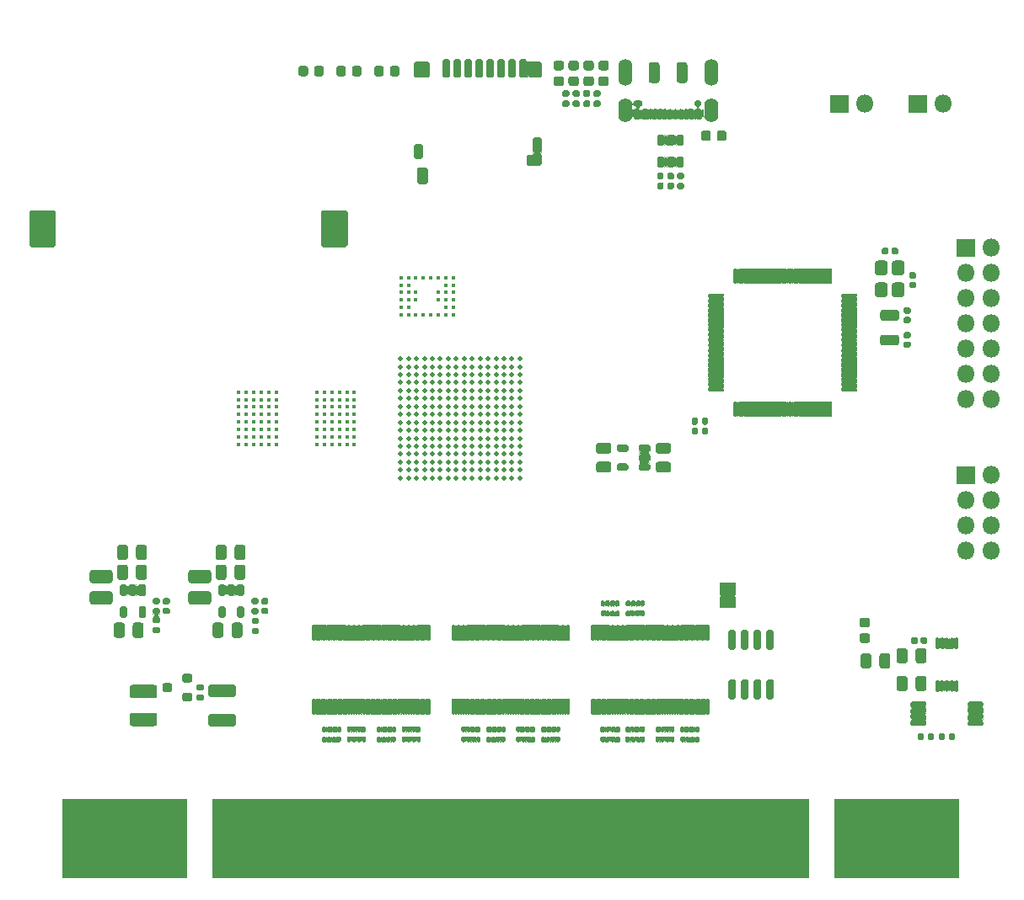
<source format=gbr>
%TF.GenerationSoftware,KiCad,Pcbnew,(5.1.8-0-10_14)*%
%TF.CreationDate,2021-02-17T10:46:27+00:00*%
%TF.ProjectId,sd2snes_ecp5,73643273-6e65-4735-9f65-6370352e6b69,B*%
%TF.SameCoordinates,Original*%
%TF.FileFunction,Soldermask,Top*%
%TF.FilePolarity,Negative*%
%FSLAX46Y46*%
G04 Gerber Fmt 4.6, Leading zero omitted, Abs format (unit mm)*
G04 Created by KiCad (PCBNEW (5.1.8-0-10_14)) date 2021-02-17 10:46:27*
%MOMM*%
%LPD*%
G01*
G04 APERTURE LIST*
%ADD10O,1.400000X2.400000*%
%ADD11O,1.400000X2.700000*%
%ADD12C,0.700000*%
%ADD13O,0.950000X0.700000*%
%ADD14O,1.800000X1.800000*%
%ADD15C,0.100000*%
%ADD16R,59.999880X8.001000*%
%ADD17R,12.499340X8.001000*%
%ADD18C,0.450000*%
%ADD19C,0.500000*%
G04 APERTURE END LIST*
%TO.C,J301*%
G36*
G01*
X164950000Y-73175000D02*
X164950000Y-74725000D01*
G75*
G02*
X164675000Y-75000000I-275000J0D01*
G01*
X164125000Y-75000000D01*
G75*
G02*
X163850000Y-74725000I0J275000D01*
G01*
X163850000Y-73175000D01*
G75*
G02*
X164125000Y-72900000I275000J0D01*
G01*
X164675000Y-72900000D01*
G75*
G02*
X164950000Y-73175000I0J-275000D01*
G01*
G37*
G36*
G01*
X167750000Y-73175000D02*
X167750000Y-74725000D01*
G75*
G02*
X167475000Y-75000000I-275000J0D01*
G01*
X166925000Y-75000000D01*
G75*
G02*
X166650000Y-74725000I0J275000D01*
G01*
X166650000Y-73175000D01*
G75*
G02*
X166925000Y-72900000I275000J0D01*
G01*
X167475000Y-72900000D01*
G75*
G02*
X167750000Y-73175000I0J-275000D01*
G01*
G37*
D10*
X161480000Y-77775000D03*
X170120000Y-77775000D03*
D11*
X161480000Y-73950000D03*
G36*
G01*
X163010000Y-77755000D02*
X163010000Y-78545000D01*
G75*
G02*
X162855000Y-78700000I-155000J0D01*
G01*
X162545000Y-78700000D01*
G75*
G02*
X162390000Y-78545000I0J155000D01*
G01*
X162390000Y-77755000D01*
G75*
G02*
X162545000Y-77600000I155000J0D01*
G01*
X162855000Y-77600000D01*
G75*
G02*
X163010000Y-77755000I0J-155000D01*
G01*
G37*
G36*
G01*
X163760000Y-77755000D02*
X163760000Y-78545000D01*
G75*
G02*
X163605000Y-78700000I-155000J0D01*
G01*
X163295000Y-78700000D01*
G75*
G02*
X163140000Y-78545000I0J155000D01*
G01*
X163140000Y-77755000D01*
G75*
G02*
X163295000Y-77600000I155000J0D01*
G01*
X163605000Y-77600000D01*
G75*
G02*
X163760000Y-77755000I0J-155000D01*
G01*
G37*
G36*
G01*
X168460000Y-77755000D02*
X168460000Y-78545000D01*
G75*
G02*
X168305000Y-78700000I-155000J0D01*
G01*
X167995000Y-78700000D01*
G75*
G02*
X167840000Y-78545000I0J155000D01*
G01*
X167840000Y-77755000D01*
G75*
G02*
X167995000Y-77600000I155000J0D01*
G01*
X168305000Y-77600000D01*
G75*
G02*
X168460000Y-77755000I0J-155000D01*
G01*
G37*
G36*
G01*
X169210000Y-77755000D02*
X169210000Y-78545000D01*
G75*
G02*
X169055000Y-78700000I-155000J0D01*
G01*
X168745000Y-78700000D01*
G75*
G02*
X168590000Y-78545000I0J155000D01*
G01*
X168590000Y-77755000D01*
G75*
G02*
X168745000Y-77600000I155000J0D01*
G01*
X169055000Y-77600000D01*
G75*
G02*
X169210000Y-77755000I0J-155000D01*
G01*
G37*
G36*
G01*
X169210000Y-77755000D02*
X169210000Y-78545000D01*
G75*
G02*
X169055000Y-78700000I-155000J0D01*
G01*
X168745000Y-78700000D01*
G75*
G02*
X168590000Y-78545000I0J155000D01*
G01*
X168590000Y-77755000D01*
G75*
G02*
X168745000Y-77600000I155000J0D01*
G01*
X169055000Y-77600000D01*
G75*
G02*
X169210000Y-77755000I0J-155000D01*
G01*
G37*
G36*
G01*
X168460000Y-77755000D02*
X168460000Y-78545000D01*
G75*
G02*
X168305000Y-78700000I-155000J0D01*
G01*
X167995000Y-78700000D01*
G75*
G02*
X167840000Y-78545000I0J155000D01*
G01*
X167840000Y-77755000D01*
G75*
G02*
X167995000Y-77600000I155000J0D01*
G01*
X168305000Y-77600000D01*
G75*
G02*
X168460000Y-77755000I0J-155000D01*
G01*
G37*
G36*
G01*
X163760000Y-77755000D02*
X163760000Y-78545000D01*
G75*
G02*
X163605000Y-78700000I-155000J0D01*
G01*
X163295000Y-78700000D01*
G75*
G02*
X163140000Y-78545000I0J155000D01*
G01*
X163140000Y-77755000D01*
G75*
G02*
X163295000Y-77600000I155000J0D01*
G01*
X163605000Y-77600000D01*
G75*
G02*
X163760000Y-77755000I0J-155000D01*
G01*
G37*
G36*
G01*
X163010000Y-77755000D02*
X163010000Y-78545000D01*
G75*
G02*
X162855000Y-78700000I-155000J0D01*
G01*
X162545000Y-78700000D01*
G75*
G02*
X162390000Y-78545000I0J155000D01*
G01*
X162390000Y-77755000D01*
G75*
G02*
X162545000Y-77600000I155000J0D01*
G01*
X162855000Y-77600000D01*
G75*
G02*
X163010000Y-77755000I0J-155000D01*
G01*
G37*
G36*
G01*
X167235000Y-77736900D02*
X167235000Y-78563100D01*
G75*
G02*
X167098100Y-78700000I-136900J0D01*
G01*
X167001900Y-78700000D01*
G75*
G02*
X166865000Y-78563100I0J136900D01*
G01*
X166865000Y-77736900D01*
G75*
G02*
X167001900Y-77600000I136900J0D01*
G01*
X167098100Y-77600000D01*
G75*
G02*
X167235000Y-77736900I0J-136900D01*
G01*
G37*
G36*
G01*
X167735000Y-77736900D02*
X167735000Y-78563100D01*
G75*
G02*
X167598100Y-78700000I-136900J0D01*
G01*
X167501900Y-78700000D01*
G75*
G02*
X167365000Y-78563100I0J136900D01*
G01*
X167365000Y-77736900D01*
G75*
G02*
X167501900Y-77600000I136900J0D01*
G01*
X167598100Y-77600000D01*
G75*
G02*
X167735000Y-77736900I0J-136900D01*
G01*
G37*
G36*
G01*
X166735000Y-77736900D02*
X166735000Y-78563100D01*
G75*
G02*
X166598100Y-78700000I-136900J0D01*
G01*
X166501900Y-78700000D01*
G75*
G02*
X166365000Y-78563100I0J136900D01*
G01*
X166365000Y-77736900D01*
G75*
G02*
X166501900Y-77600000I136900J0D01*
G01*
X166598100Y-77600000D01*
G75*
G02*
X166735000Y-77736900I0J-136900D01*
G01*
G37*
G36*
G01*
X165235000Y-77736900D02*
X165235000Y-78563100D01*
G75*
G02*
X165098100Y-78700000I-136900J0D01*
G01*
X165001900Y-78700000D01*
G75*
G02*
X164865000Y-78563100I0J136900D01*
G01*
X164865000Y-77736900D01*
G75*
G02*
X165001900Y-77600000I136900J0D01*
G01*
X165098100Y-77600000D01*
G75*
G02*
X165235000Y-77736900I0J-136900D01*
G01*
G37*
G36*
G01*
X165735000Y-77736900D02*
X165735000Y-78563100D01*
G75*
G02*
X165598100Y-78700000I-136900J0D01*
G01*
X165501900Y-78700000D01*
G75*
G02*
X165365000Y-78563100I0J136900D01*
G01*
X165365000Y-77736900D01*
G75*
G02*
X165501900Y-77600000I136900J0D01*
G01*
X165598100Y-77600000D01*
G75*
G02*
X165735000Y-77736900I0J-136900D01*
G01*
G37*
G36*
G01*
X164235000Y-77736900D02*
X164235000Y-78563100D01*
G75*
G02*
X164098100Y-78700000I-136900J0D01*
G01*
X164001900Y-78700000D01*
G75*
G02*
X163865000Y-78563100I0J136900D01*
G01*
X163865000Y-77736900D01*
G75*
G02*
X164001900Y-77600000I136900J0D01*
G01*
X164098100Y-77600000D01*
G75*
G02*
X164235000Y-77736900I0J-136900D01*
G01*
G37*
G36*
G01*
X164735000Y-77736900D02*
X164735000Y-78563100D01*
G75*
G02*
X164598100Y-78700000I-136900J0D01*
G01*
X164501900Y-78700000D01*
G75*
G02*
X164365000Y-78563100I0J136900D01*
G01*
X164365000Y-77736900D01*
G75*
G02*
X164501900Y-77600000I136900J0D01*
G01*
X164598100Y-77600000D01*
G75*
G02*
X164735000Y-77736900I0J-136900D01*
G01*
G37*
G36*
G01*
X166235000Y-77736900D02*
X166235000Y-78563100D01*
G75*
G02*
X166098100Y-78700000I-136900J0D01*
G01*
X166001900Y-78700000D01*
G75*
G02*
X165865000Y-78563100I0J136900D01*
G01*
X165865000Y-77736900D01*
G75*
G02*
X166001900Y-77600000I136900J0D01*
G01*
X166098100Y-77600000D01*
G75*
G02*
X166235000Y-77736900I0J-136900D01*
G01*
G37*
D12*
X168800000Y-77050000D03*
D11*
X170120000Y-73950000D03*
D13*
X162800000Y-77050000D03*
%TD*%
%TO.C,X302*%
G36*
G01*
X187389000Y-97805000D02*
X188739000Y-97805000D01*
G75*
G02*
X189014000Y-98080000I0J-275000D01*
G01*
X189014000Y-98630000D01*
G75*
G02*
X188739000Y-98905000I-275000J0D01*
G01*
X187389000Y-98905000D01*
G75*
G02*
X187114000Y-98630000I0J275000D01*
G01*
X187114000Y-98080000D01*
G75*
G02*
X187389000Y-97805000I275000J0D01*
G01*
G37*
G36*
G01*
X187389000Y-100305000D02*
X188739000Y-100305000D01*
G75*
G02*
X189014000Y-100580000I0J-275000D01*
G01*
X189014000Y-101130000D01*
G75*
G02*
X188739000Y-101405000I-275000J0D01*
G01*
X187389000Y-101405000D01*
G75*
G02*
X187114000Y-101130000I0J275000D01*
G01*
X187114000Y-100580000D01*
G75*
G02*
X187389000Y-100305000I275000J0D01*
G01*
G37*
%TD*%
%TO.C,X301*%
G36*
G01*
X188589000Y-92850000D02*
X189239000Y-92850000D01*
G75*
G02*
X189564000Y-93175000I0J-325000D01*
G01*
X189564000Y-94025000D01*
G75*
G02*
X189239000Y-94350000I-325000J0D01*
G01*
X188589000Y-94350000D01*
G75*
G02*
X188264000Y-94025000I0J325000D01*
G01*
X188264000Y-93175000D01*
G75*
G02*
X188589000Y-92850000I325000J0D01*
G01*
G37*
G36*
G01*
X188589000Y-95050000D02*
X189239000Y-95050000D01*
G75*
G02*
X189564000Y-95375000I0J-325000D01*
G01*
X189564000Y-96225000D01*
G75*
G02*
X189239000Y-96550000I-325000J0D01*
G01*
X188589000Y-96550000D01*
G75*
G02*
X188264000Y-96225000I0J325000D01*
G01*
X188264000Y-95375000D01*
G75*
G02*
X188589000Y-95050000I325000J0D01*
G01*
G37*
G36*
G01*
X186889000Y-95050000D02*
X187539000Y-95050000D01*
G75*
G02*
X187864000Y-95375000I0J-325000D01*
G01*
X187864000Y-96225000D01*
G75*
G02*
X187539000Y-96550000I-325000J0D01*
G01*
X186889000Y-96550000D01*
G75*
G02*
X186564000Y-96225000I0J325000D01*
G01*
X186564000Y-95375000D01*
G75*
G02*
X186889000Y-95050000I325000J0D01*
G01*
G37*
G36*
G01*
X186889000Y-92850000D02*
X187539000Y-92850000D01*
G75*
G02*
X187864000Y-93175000I0J-325000D01*
G01*
X187864000Y-94025000D01*
G75*
G02*
X187539000Y-94350000I-325000J0D01*
G01*
X186889000Y-94350000D01*
G75*
G02*
X186564000Y-94025000I0J325000D01*
G01*
X186564000Y-93175000D01*
G75*
G02*
X186889000Y-92850000I325000J0D01*
G01*
G37*
%TD*%
%TO.C,U404*%
G36*
G01*
X194780000Y-135040000D02*
X194850000Y-135040000D01*
G75*
G02*
X194990000Y-135180000I0J-140000D01*
G01*
X194990000Y-136100000D01*
G75*
G02*
X194850000Y-136240000I-140000J0D01*
G01*
X194780000Y-136240000D01*
G75*
G02*
X194640000Y-136100000I0J140000D01*
G01*
X194640000Y-135180000D01*
G75*
G02*
X194780000Y-135040000I140000J0D01*
G01*
G37*
G36*
G01*
X194280000Y-135040000D02*
X194350000Y-135040000D01*
G75*
G02*
X194490000Y-135180000I0J-140000D01*
G01*
X194490000Y-136100000D01*
G75*
G02*
X194350000Y-136240000I-140000J0D01*
G01*
X194280000Y-136240000D01*
G75*
G02*
X194140000Y-136100000I0J140000D01*
G01*
X194140000Y-135180000D01*
G75*
G02*
X194280000Y-135040000I140000J0D01*
G01*
G37*
G36*
G01*
X193780000Y-135040000D02*
X193850000Y-135040000D01*
G75*
G02*
X193990000Y-135180000I0J-140000D01*
G01*
X193990000Y-136100000D01*
G75*
G02*
X193850000Y-136240000I-140000J0D01*
G01*
X193780000Y-136240000D01*
G75*
G02*
X193640000Y-136100000I0J140000D01*
G01*
X193640000Y-135180000D01*
G75*
G02*
X193780000Y-135040000I140000J0D01*
G01*
G37*
G36*
G01*
X193280000Y-135040000D02*
X193350000Y-135040000D01*
G75*
G02*
X193490000Y-135180000I0J-140000D01*
G01*
X193490000Y-136100000D01*
G75*
G02*
X193350000Y-136240000I-140000J0D01*
G01*
X193280000Y-136240000D01*
G75*
G02*
X193140000Y-136100000I0J140000D01*
G01*
X193140000Y-135180000D01*
G75*
G02*
X193280000Y-135040000I140000J0D01*
G01*
G37*
G36*
G01*
X192780000Y-135040000D02*
X192850000Y-135040000D01*
G75*
G02*
X192990000Y-135180000I0J-140000D01*
G01*
X192990000Y-136100000D01*
G75*
G02*
X192850000Y-136240000I-140000J0D01*
G01*
X192780000Y-136240000D01*
G75*
G02*
X192640000Y-136100000I0J140000D01*
G01*
X192640000Y-135180000D01*
G75*
G02*
X192780000Y-135040000I140000J0D01*
G01*
G37*
G36*
G01*
X192780000Y-130740000D02*
X192850000Y-130740000D01*
G75*
G02*
X192990000Y-130880000I0J-140000D01*
G01*
X192990000Y-131800000D01*
G75*
G02*
X192850000Y-131940000I-140000J0D01*
G01*
X192780000Y-131940000D01*
G75*
G02*
X192640000Y-131800000I0J140000D01*
G01*
X192640000Y-130880000D01*
G75*
G02*
X192780000Y-130740000I140000J0D01*
G01*
G37*
G36*
G01*
X193280000Y-130740000D02*
X193350000Y-130740000D01*
G75*
G02*
X193490000Y-130880000I0J-140000D01*
G01*
X193490000Y-131800000D01*
G75*
G02*
X193350000Y-131940000I-140000J0D01*
G01*
X193280000Y-131940000D01*
G75*
G02*
X193140000Y-131800000I0J140000D01*
G01*
X193140000Y-130880000D01*
G75*
G02*
X193280000Y-130740000I140000J0D01*
G01*
G37*
G36*
G01*
X193780000Y-130740000D02*
X193850000Y-130740000D01*
G75*
G02*
X193990000Y-130880000I0J-140000D01*
G01*
X193990000Y-131800000D01*
G75*
G02*
X193850000Y-131940000I-140000J0D01*
G01*
X193780000Y-131940000D01*
G75*
G02*
X193640000Y-131800000I0J140000D01*
G01*
X193640000Y-130880000D01*
G75*
G02*
X193780000Y-130740000I140000J0D01*
G01*
G37*
G36*
G01*
X194280000Y-130740000D02*
X194350000Y-130740000D01*
G75*
G02*
X194490000Y-130880000I0J-140000D01*
G01*
X194490000Y-131800000D01*
G75*
G02*
X194350000Y-131940000I-140000J0D01*
G01*
X194280000Y-131940000D01*
G75*
G02*
X194140000Y-131800000I0J140000D01*
G01*
X194140000Y-130880000D01*
G75*
G02*
X194280000Y-130740000I140000J0D01*
G01*
G37*
G36*
G01*
X194780000Y-130740000D02*
X194850000Y-130740000D01*
G75*
G02*
X194990000Y-130880000I0J-140000D01*
G01*
X194990000Y-131800000D01*
G75*
G02*
X194850000Y-131940000I-140000J0D01*
G01*
X194780000Y-131940000D01*
G75*
G02*
X194640000Y-131800000I0J140000D01*
G01*
X194640000Y-130880000D01*
G75*
G02*
X194780000Y-130740000I140000J0D01*
G01*
G37*
%TD*%
%TO.C,U403*%
G36*
G01*
X164010000Y-113437500D02*
X164010000Y-113812500D01*
G75*
G02*
X163822500Y-114000000I-187500J0D01*
G01*
X163037500Y-114000000D01*
G75*
G02*
X162850000Y-113812500I0J187500D01*
G01*
X162850000Y-113437500D01*
G75*
G02*
X163037500Y-113250000I187500J0D01*
G01*
X163822500Y-113250000D01*
G75*
G02*
X164010000Y-113437500I0J-187500D01*
G01*
G37*
G36*
G01*
X164010000Y-112487500D02*
X164010000Y-112862500D01*
G75*
G02*
X163822500Y-113050000I-187500J0D01*
G01*
X163037500Y-113050000D01*
G75*
G02*
X162850000Y-112862500I0J187500D01*
G01*
X162850000Y-112487500D01*
G75*
G02*
X163037500Y-112300000I187500J0D01*
G01*
X163822500Y-112300000D01*
G75*
G02*
X164010000Y-112487500I0J-187500D01*
G01*
G37*
G36*
G01*
X164010000Y-111537500D02*
X164010000Y-111912500D01*
G75*
G02*
X163822500Y-112100000I-187500J0D01*
G01*
X163037500Y-112100000D01*
G75*
G02*
X162850000Y-111912500I0J187500D01*
G01*
X162850000Y-111537500D01*
G75*
G02*
X163037500Y-111350000I187500J0D01*
G01*
X163822500Y-111350000D01*
G75*
G02*
X164010000Y-111537500I0J-187500D01*
G01*
G37*
G36*
G01*
X161810000Y-111537500D02*
X161810000Y-111912500D01*
G75*
G02*
X161622500Y-112100000I-187500J0D01*
G01*
X160837500Y-112100000D01*
G75*
G02*
X160650000Y-111912500I0J187500D01*
G01*
X160650000Y-111537500D01*
G75*
G02*
X160837500Y-111350000I187500J0D01*
G01*
X161622500Y-111350000D01*
G75*
G02*
X161810000Y-111537500I0J-187500D01*
G01*
G37*
G36*
G01*
X161810000Y-113437500D02*
X161810000Y-113812500D01*
G75*
G02*
X161622500Y-114000000I-187500J0D01*
G01*
X160837500Y-114000000D01*
G75*
G02*
X160650000Y-113812500I0J187500D01*
G01*
X160650000Y-113437500D01*
G75*
G02*
X160837500Y-113250000I187500J0D01*
G01*
X161622500Y-113250000D01*
G75*
G02*
X161810000Y-113437500I0J-187500D01*
G01*
G37*
%TD*%
%TO.C,U402*%
G36*
G01*
X122707500Y-125420000D02*
X123082500Y-125420000D01*
G75*
G02*
X123270000Y-125607500I0J-187500D01*
G01*
X123270000Y-126392500D01*
G75*
G02*
X123082500Y-126580000I-187500J0D01*
G01*
X122707500Y-126580000D01*
G75*
G02*
X122520000Y-126392500I0J187500D01*
G01*
X122520000Y-125607500D01*
G75*
G02*
X122707500Y-125420000I187500J0D01*
G01*
G37*
G36*
G01*
X121757500Y-125420000D02*
X122132500Y-125420000D01*
G75*
G02*
X122320000Y-125607500I0J-187500D01*
G01*
X122320000Y-126392500D01*
G75*
G02*
X122132500Y-126580000I-187500J0D01*
G01*
X121757500Y-126580000D01*
G75*
G02*
X121570000Y-126392500I0J187500D01*
G01*
X121570000Y-125607500D01*
G75*
G02*
X121757500Y-125420000I187500J0D01*
G01*
G37*
G36*
G01*
X120807500Y-125420000D02*
X121182500Y-125420000D01*
G75*
G02*
X121370000Y-125607500I0J-187500D01*
G01*
X121370000Y-126392500D01*
G75*
G02*
X121182500Y-126580000I-187500J0D01*
G01*
X120807500Y-126580000D01*
G75*
G02*
X120620000Y-126392500I0J187500D01*
G01*
X120620000Y-125607500D01*
G75*
G02*
X120807500Y-125420000I187500J0D01*
G01*
G37*
G36*
G01*
X120807500Y-127620000D02*
X121182500Y-127620000D01*
G75*
G02*
X121370000Y-127807500I0J-187500D01*
G01*
X121370000Y-128592500D01*
G75*
G02*
X121182500Y-128780000I-187500J0D01*
G01*
X120807500Y-128780000D01*
G75*
G02*
X120620000Y-128592500I0J187500D01*
G01*
X120620000Y-127807500D01*
G75*
G02*
X120807500Y-127620000I187500J0D01*
G01*
G37*
G36*
G01*
X122707500Y-127620000D02*
X123082500Y-127620000D01*
G75*
G02*
X123270000Y-127807500I0J-187500D01*
G01*
X123270000Y-128592500D01*
G75*
G02*
X123082500Y-128780000I-187500J0D01*
G01*
X122707500Y-128780000D01*
G75*
G02*
X122520000Y-128592500I0J187500D01*
G01*
X122520000Y-127807500D01*
G75*
G02*
X122707500Y-127620000I187500J0D01*
G01*
G37*
%TD*%
%TO.C,U401*%
G36*
G01*
X112807500Y-125420000D02*
X113182500Y-125420000D01*
G75*
G02*
X113370000Y-125607500I0J-187500D01*
G01*
X113370000Y-126392500D01*
G75*
G02*
X113182500Y-126580000I-187500J0D01*
G01*
X112807500Y-126580000D01*
G75*
G02*
X112620000Y-126392500I0J187500D01*
G01*
X112620000Y-125607500D01*
G75*
G02*
X112807500Y-125420000I187500J0D01*
G01*
G37*
G36*
G01*
X111857500Y-125420000D02*
X112232500Y-125420000D01*
G75*
G02*
X112420000Y-125607500I0J-187500D01*
G01*
X112420000Y-126392500D01*
G75*
G02*
X112232500Y-126580000I-187500J0D01*
G01*
X111857500Y-126580000D01*
G75*
G02*
X111670000Y-126392500I0J187500D01*
G01*
X111670000Y-125607500D01*
G75*
G02*
X111857500Y-125420000I187500J0D01*
G01*
G37*
G36*
G01*
X110907500Y-125420000D02*
X111282500Y-125420000D01*
G75*
G02*
X111470000Y-125607500I0J-187500D01*
G01*
X111470000Y-126392500D01*
G75*
G02*
X111282500Y-126580000I-187500J0D01*
G01*
X110907500Y-126580000D01*
G75*
G02*
X110720000Y-126392500I0J187500D01*
G01*
X110720000Y-125607500D01*
G75*
G02*
X110907500Y-125420000I187500J0D01*
G01*
G37*
G36*
G01*
X110907500Y-127620000D02*
X111282500Y-127620000D01*
G75*
G02*
X111470000Y-127807500I0J-187500D01*
G01*
X111470000Y-128592500D01*
G75*
G02*
X111282500Y-128780000I-187500J0D01*
G01*
X110907500Y-128780000D01*
G75*
G02*
X110720000Y-128592500I0J187500D01*
G01*
X110720000Y-127807500D01*
G75*
G02*
X110907500Y-127620000I187500J0D01*
G01*
G37*
G36*
G01*
X112807500Y-127620000D02*
X113182500Y-127620000D01*
G75*
G02*
X113370000Y-127807500I0J-187500D01*
G01*
X113370000Y-128592500D01*
G75*
G02*
X113182500Y-128780000I-187500J0D01*
G01*
X112807500Y-128780000D01*
G75*
G02*
X112620000Y-128592500I0J187500D01*
G01*
X112620000Y-127807500D01*
G75*
G02*
X112807500Y-127620000I187500J0D01*
G01*
G37*
%TD*%
%TO.C,U302*%
G36*
G01*
X166237500Y-81330000D02*
X165862500Y-81330000D01*
G75*
G02*
X165675000Y-81142500I0J187500D01*
G01*
X165675000Y-80357500D01*
G75*
G02*
X165862500Y-80170000I187500J0D01*
G01*
X166237500Y-80170000D01*
G75*
G02*
X166425000Y-80357500I0J-187500D01*
G01*
X166425000Y-81142500D01*
G75*
G02*
X166237500Y-81330000I-187500J0D01*
G01*
G37*
G36*
G01*
X165287500Y-81330000D02*
X164912500Y-81330000D01*
G75*
G02*
X164725000Y-81142500I0J187500D01*
G01*
X164725000Y-80357500D01*
G75*
G02*
X164912500Y-80170000I187500J0D01*
G01*
X165287500Y-80170000D01*
G75*
G02*
X165475000Y-80357500I0J-187500D01*
G01*
X165475000Y-81142500D01*
G75*
G02*
X165287500Y-81330000I-187500J0D01*
G01*
G37*
G36*
G01*
X167187500Y-81330000D02*
X166812500Y-81330000D01*
G75*
G02*
X166625000Y-81142500I0J187500D01*
G01*
X166625000Y-80357500D01*
G75*
G02*
X166812500Y-80170000I187500J0D01*
G01*
X167187500Y-80170000D01*
G75*
G02*
X167375000Y-80357500I0J-187500D01*
G01*
X167375000Y-81142500D01*
G75*
G02*
X167187500Y-81330000I-187500J0D01*
G01*
G37*
G36*
G01*
X167187500Y-83530000D02*
X166812500Y-83530000D01*
G75*
G02*
X166625000Y-83342500I0J187500D01*
G01*
X166625000Y-82557500D01*
G75*
G02*
X166812500Y-82370000I187500J0D01*
G01*
X167187500Y-82370000D01*
G75*
G02*
X167375000Y-82557500I0J-187500D01*
G01*
X167375000Y-83342500D01*
G75*
G02*
X167187500Y-83530000I-187500J0D01*
G01*
G37*
G36*
G01*
X166237500Y-83530000D02*
X165862500Y-83530000D01*
G75*
G02*
X165675000Y-83342500I0J187500D01*
G01*
X165675000Y-82557500D01*
G75*
G02*
X165862500Y-82370000I187500J0D01*
G01*
X166237500Y-82370000D01*
G75*
G02*
X166425000Y-82557500I0J-187500D01*
G01*
X166425000Y-83342500D01*
G75*
G02*
X166237500Y-83530000I-187500J0D01*
G01*
G37*
G36*
G01*
X165287500Y-83530000D02*
X164912500Y-83530000D01*
G75*
G02*
X164725000Y-83342500I0J187500D01*
G01*
X164725000Y-82557500D01*
G75*
G02*
X164912500Y-82370000I187500J0D01*
G01*
X165287500Y-82370000D01*
G75*
G02*
X165475000Y-82557500I0J-187500D01*
G01*
X165475000Y-83342500D01*
G75*
G02*
X165287500Y-83530000I-187500J0D01*
G01*
G37*
%TD*%
%TO.C,RA212*%
G36*
G01*
X160828960Y-127650000D02*
X160671040Y-127650000D01*
G75*
G02*
X160540000Y-127518960I0J131040D01*
G01*
X160540000Y-127181040D01*
G75*
G02*
X160671040Y-127050000I131040J0D01*
G01*
X160828960Y-127050000D01*
G75*
G02*
X160960000Y-127181040I0J-131040D01*
G01*
X160960000Y-127518960D01*
G75*
G02*
X160828960Y-127650000I-131040J0D01*
G01*
G37*
G36*
G01*
X160328960Y-127650000D02*
X160171040Y-127650000D01*
G75*
G02*
X160040000Y-127518960I0J131040D01*
G01*
X160040000Y-127181040D01*
G75*
G02*
X160171040Y-127050000I131040J0D01*
G01*
X160328960Y-127050000D01*
G75*
G02*
X160460000Y-127181040I0J-131040D01*
G01*
X160460000Y-127518960D01*
G75*
G02*
X160328960Y-127650000I-131040J0D01*
G01*
G37*
G36*
G01*
X159328960Y-127650000D02*
X159171040Y-127650000D01*
G75*
G02*
X159040000Y-127518960I0J131040D01*
G01*
X159040000Y-127181040D01*
G75*
G02*
X159171040Y-127050000I131040J0D01*
G01*
X159328960Y-127050000D01*
G75*
G02*
X159460000Y-127181040I0J-131040D01*
G01*
X159460000Y-127518960D01*
G75*
G02*
X159328960Y-127650000I-131040J0D01*
G01*
G37*
G36*
G01*
X159828960Y-127650000D02*
X159671040Y-127650000D01*
G75*
G02*
X159540000Y-127518960I0J131040D01*
G01*
X159540000Y-127181040D01*
G75*
G02*
X159671040Y-127050000I131040J0D01*
G01*
X159828960Y-127050000D01*
G75*
G02*
X159960000Y-127181040I0J-131040D01*
G01*
X159960000Y-127518960D01*
G75*
G02*
X159828960Y-127650000I-131040J0D01*
G01*
G37*
G36*
G01*
X160828960Y-128650000D02*
X160671040Y-128650000D01*
G75*
G02*
X160540000Y-128518960I0J131040D01*
G01*
X160540000Y-128181040D01*
G75*
G02*
X160671040Y-128050000I131040J0D01*
G01*
X160828960Y-128050000D01*
G75*
G02*
X160960000Y-128181040I0J-131040D01*
G01*
X160960000Y-128518960D01*
G75*
G02*
X160828960Y-128650000I-131040J0D01*
G01*
G37*
G36*
G01*
X159828960Y-128650000D02*
X159671040Y-128650000D01*
G75*
G02*
X159540000Y-128518960I0J131040D01*
G01*
X159540000Y-128181040D01*
G75*
G02*
X159671040Y-128050000I131040J0D01*
G01*
X159828960Y-128050000D01*
G75*
G02*
X159960000Y-128181040I0J-131040D01*
G01*
X159960000Y-128518960D01*
G75*
G02*
X159828960Y-128650000I-131040J0D01*
G01*
G37*
G36*
G01*
X160328960Y-128650000D02*
X160171040Y-128650000D01*
G75*
G02*
X160040000Y-128518960I0J131040D01*
G01*
X160040000Y-128181040D01*
G75*
G02*
X160171040Y-128050000I131040J0D01*
G01*
X160328960Y-128050000D01*
G75*
G02*
X160460000Y-128181040I0J-131040D01*
G01*
X160460000Y-128518960D01*
G75*
G02*
X160328960Y-128650000I-131040J0D01*
G01*
G37*
G36*
G01*
X159328960Y-128650000D02*
X159171040Y-128650000D01*
G75*
G02*
X159040000Y-128518960I0J131040D01*
G01*
X159040000Y-128181040D01*
G75*
G02*
X159171040Y-128050000I131040J0D01*
G01*
X159328960Y-128050000D01*
G75*
G02*
X159460000Y-128181040I0J-131040D01*
G01*
X159460000Y-128518960D01*
G75*
G02*
X159328960Y-128650000I-131040J0D01*
G01*
G37*
%TD*%
%TO.C,RA211*%
G36*
G01*
X163328960Y-127650000D02*
X163171040Y-127650000D01*
G75*
G02*
X163040000Y-127518960I0J131040D01*
G01*
X163040000Y-127181040D01*
G75*
G02*
X163171040Y-127050000I131040J0D01*
G01*
X163328960Y-127050000D01*
G75*
G02*
X163460000Y-127181040I0J-131040D01*
G01*
X163460000Y-127518960D01*
G75*
G02*
X163328960Y-127650000I-131040J0D01*
G01*
G37*
G36*
G01*
X162828960Y-127650000D02*
X162671040Y-127650000D01*
G75*
G02*
X162540000Y-127518960I0J131040D01*
G01*
X162540000Y-127181040D01*
G75*
G02*
X162671040Y-127050000I131040J0D01*
G01*
X162828960Y-127050000D01*
G75*
G02*
X162960000Y-127181040I0J-131040D01*
G01*
X162960000Y-127518960D01*
G75*
G02*
X162828960Y-127650000I-131040J0D01*
G01*
G37*
G36*
G01*
X161828960Y-127650000D02*
X161671040Y-127650000D01*
G75*
G02*
X161540000Y-127518960I0J131040D01*
G01*
X161540000Y-127181040D01*
G75*
G02*
X161671040Y-127050000I131040J0D01*
G01*
X161828960Y-127050000D01*
G75*
G02*
X161960000Y-127181040I0J-131040D01*
G01*
X161960000Y-127518960D01*
G75*
G02*
X161828960Y-127650000I-131040J0D01*
G01*
G37*
G36*
G01*
X162328960Y-127650000D02*
X162171040Y-127650000D01*
G75*
G02*
X162040000Y-127518960I0J131040D01*
G01*
X162040000Y-127181040D01*
G75*
G02*
X162171040Y-127050000I131040J0D01*
G01*
X162328960Y-127050000D01*
G75*
G02*
X162460000Y-127181040I0J-131040D01*
G01*
X162460000Y-127518960D01*
G75*
G02*
X162328960Y-127650000I-131040J0D01*
G01*
G37*
G36*
G01*
X163328960Y-128650000D02*
X163171040Y-128650000D01*
G75*
G02*
X163040000Y-128518960I0J131040D01*
G01*
X163040000Y-128181040D01*
G75*
G02*
X163171040Y-128050000I131040J0D01*
G01*
X163328960Y-128050000D01*
G75*
G02*
X163460000Y-128181040I0J-131040D01*
G01*
X163460000Y-128518960D01*
G75*
G02*
X163328960Y-128650000I-131040J0D01*
G01*
G37*
G36*
G01*
X162328960Y-128650000D02*
X162171040Y-128650000D01*
G75*
G02*
X162040000Y-128518960I0J131040D01*
G01*
X162040000Y-128181040D01*
G75*
G02*
X162171040Y-128050000I131040J0D01*
G01*
X162328960Y-128050000D01*
G75*
G02*
X162460000Y-128181040I0J-131040D01*
G01*
X162460000Y-128518960D01*
G75*
G02*
X162328960Y-128650000I-131040J0D01*
G01*
G37*
G36*
G01*
X162828960Y-128650000D02*
X162671040Y-128650000D01*
G75*
G02*
X162540000Y-128518960I0J131040D01*
G01*
X162540000Y-128181040D01*
G75*
G02*
X162671040Y-128050000I131040J0D01*
G01*
X162828960Y-128050000D01*
G75*
G02*
X162960000Y-128181040I0J-131040D01*
G01*
X162960000Y-128518960D01*
G75*
G02*
X162828960Y-128650000I-131040J0D01*
G01*
G37*
G36*
G01*
X161828960Y-128650000D02*
X161671040Y-128650000D01*
G75*
G02*
X161540000Y-128518960I0J131040D01*
G01*
X161540000Y-128181040D01*
G75*
G02*
X161671040Y-128050000I131040J0D01*
G01*
X161828960Y-128050000D01*
G75*
G02*
X161960000Y-128181040I0J-131040D01*
G01*
X161960000Y-128518960D01*
G75*
G02*
X161828960Y-128650000I-131040J0D01*
G01*
G37*
%TD*%
%TO.C,RA210*%
G36*
G01*
X152328960Y-140300000D02*
X152171040Y-140300000D01*
G75*
G02*
X152040000Y-140168960I0J131040D01*
G01*
X152040000Y-139831040D01*
G75*
G02*
X152171040Y-139700000I131040J0D01*
G01*
X152328960Y-139700000D01*
G75*
G02*
X152460000Y-139831040I0J-131040D01*
G01*
X152460000Y-140168960D01*
G75*
G02*
X152328960Y-140300000I-131040J0D01*
G01*
G37*
G36*
G01*
X151828960Y-140300000D02*
X151671040Y-140300000D01*
G75*
G02*
X151540000Y-140168960I0J131040D01*
G01*
X151540000Y-139831040D01*
G75*
G02*
X151671040Y-139700000I131040J0D01*
G01*
X151828960Y-139700000D01*
G75*
G02*
X151960000Y-139831040I0J-131040D01*
G01*
X151960000Y-140168960D01*
G75*
G02*
X151828960Y-140300000I-131040J0D01*
G01*
G37*
G36*
G01*
X150828960Y-140300000D02*
X150671040Y-140300000D01*
G75*
G02*
X150540000Y-140168960I0J131040D01*
G01*
X150540000Y-139831040D01*
G75*
G02*
X150671040Y-139700000I131040J0D01*
G01*
X150828960Y-139700000D01*
G75*
G02*
X150960000Y-139831040I0J-131040D01*
G01*
X150960000Y-140168960D01*
G75*
G02*
X150828960Y-140300000I-131040J0D01*
G01*
G37*
G36*
G01*
X151328960Y-140300000D02*
X151171040Y-140300000D01*
G75*
G02*
X151040000Y-140168960I0J131040D01*
G01*
X151040000Y-139831040D01*
G75*
G02*
X151171040Y-139700000I131040J0D01*
G01*
X151328960Y-139700000D01*
G75*
G02*
X151460000Y-139831040I0J-131040D01*
G01*
X151460000Y-140168960D01*
G75*
G02*
X151328960Y-140300000I-131040J0D01*
G01*
G37*
G36*
G01*
X152328960Y-141300000D02*
X152171040Y-141300000D01*
G75*
G02*
X152040000Y-141168960I0J131040D01*
G01*
X152040000Y-140831040D01*
G75*
G02*
X152171040Y-140700000I131040J0D01*
G01*
X152328960Y-140700000D01*
G75*
G02*
X152460000Y-140831040I0J-131040D01*
G01*
X152460000Y-141168960D01*
G75*
G02*
X152328960Y-141300000I-131040J0D01*
G01*
G37*
G36*
G01*
X151328960Y-141300000D02*
X151171040Y-141300000D01*
G75*
G02*
X151040000Y-141168960I0J131040D01*
G01*
X151040000Y-140831040D01*
G75*
G02*
X151171040Y-140700000I131040J0D01*
G01*
X151328960Y-140700000D01*
G75*
G02*
X151460000Y-140831040I0J-131040D01*
G01*
X151460000Y-141168960D01*
G75*
G02*
X151328960Y-141300000I-131040J0D01*
G01*
G37*
G36*
G01*
X151828960Y-141300000D02*
X151671040Y-141300000D01*
G75*
G02*
X151540000Y-141168960I0J131040D01*
G01*
X151540000Y-140831040D01*
G75*
G02*
X151671040Y-140700000I131040J0D01*
G01*
X151828960Y-140700000D01*
G75*
G02*
X151960000Y-140831040I0J-131040D01*
G01*
X151960000Y-141168960D01*
G75*
G02*
X151828960Y-141300000I-131040J0D01*
G01*
G37*
G36*
G01*
X150828960Y-141300000D02*
X150671040Y-141300000D01*
G75*
G02*
X150540000Y-141168960I0J131040D01*
G01*
X150540000Y-140831040D01*
G75*
G02*
X150671040Y-140700000I131040J0D01*
G01*
X150828960Y-140700000D01*
G75*
G02*
X150960000Y-140831040I0J-131040D01*
G01*
X150960000Y-141168960D01*
G75*
G02*
X150828960Y-141300000I-131040J0D01*
G01*
G37*
%TD*%
%TO.C,RA209*%
G36*
G01*
X146828960Y-140300000D02*
X146671040Y-140300000D01*
G75*
G02*
X146540000Y-140168960I0J131040D01*
G01*
X146540000Y-139831040D01*
G75*
G02*
X146671040Y-139700000I131040J0D01*
G01*
X146828960Y-139700000D01*
G75*
G02*
X146960000Y-139831040I0J-131040D01*
G01*
X146960000Y-140168960D01*
G75*
G02*
X146828960Y-140300000I-131040J0D01*
G01*
G37*
G36*
G01*
X146328960Y-140300000D02*
X146171040Y-140300000D01*
G75*
G02*
X146040000Y-140168960I0J131040D01*
G01*
X146040000Y-139831040D01*
G75*
G02*
X146171040Y-139700000I131040J0D01*
G01*
X146328960Y-139700000D01*
G75*
G02*
X146460000Y-139831040I0J-131040D01*
G01*
X146460000Y-140168960D01*
G75*
G02*
X146328960Y-140300000I-131040J0D01*
G01*
G37*
G36*
G01*
X145328960Y-140300000D02*
X145171040Y-140300000D01*
G75*
G02*
X145040000Y-140168960I0J131040D01*
G01*
X145040000Y-139831040D01*
G75*
G02*
X145171040Y-139700000I131040J0D01*
G01*
X145328960Y-139700000D01*
G75*
G02*
X145460000Y-139831040I0J-131040D01*
G01*
X145460000Y-140168960D01*
G75*
G02*
X145328960Y-140300000I-131040J0D01*
G01*
G37*
G36*
G01*
X145828960Y-140300000D02*
X145671040Y-140300000D01*
G75*
G02*
X145540000Y-140168960I0J131040D01*
G01*
X145540000Y-139831040D01*
G75*
G02*
X145671040Y-139700000I131040J0D01*
G01*
X145828960Y-139700000D01*
G75*
G02*
X145960000Y-139831040I0J-131040D01*
G01*
X145960000Y-140168960D01*
G75*
G02*
X145828960Y-140300000I-131040J0D01*
G01*
G37*
G36*
G01*
X146828960Y-141300000D02*
X146671040Y-141300000D01*
G75*
G02*
X146540000Y-141168960I0J131040D01*
G01*
X146540000Y-140831040D01*
G75*
G02*
X146671040Y-140700000I131040J0D01*
G01*
X146828960Y-140700000D01*
G75*
G02*
X146960000Y-140831040I0J-131040D01*
G01*
X146960000Y-141168960D01*
G75*
G02*
X146828960Y-141300000I-131040J0D01*
G01*
G37*
G36*
G01*
X145828960Y-141300000D02*
X145671040Y-141300000D01*
G75*
G02*
X145540000Y-141168960I0J131040D01*
G01*
X145540000Y-140831040D01*
G75*
G02*
X145671040Y-140700000I131040J0D01*
G01*
X145828960Y-140700000D01*
G75*
G02*
X145960000Y-140831040I0J-131040D01*
G01*
X145960000Y-141168960D01*
G75*
G02*
X145828960Y-141300000I-131040J0D01*
G01*
G37*
G36*
G01*
X146328960Y-141300000D02*
X146171040Y-141300000D01*
G75*
G02*
X146040000Y-141168960I0J131040D01*
G01*
X146040000Y-140831040D01*
G75*
G02*
X146171040Y-140700000I131040J0D01*
G01*
X146328960Y-140700000D01*
G75*
G02*
X146460000Y-140831040I0J-131040D01*
G01*
X146460000Y-141168960D01*
G75*
G02*
X146328960Y-141300000I-131040J0D01*
G01*
G37*
G36*
G01*
X145328960Y-141300000D02*
X145171040Y-141300000D01*
G75*
G02*
X145040000Y-141168960I0J131040D01*
G01*
X145040000Y-140831040D01*
G75*
G02*
X145171040Y-140700000I131040J0D01*
G01*
X145328960Y-140700000D01*
G75*
G02*
X145460000Y-140831040I0J-131040D01*
G01*
X145460000Y-141168960D01*
G75*
G02*
X145328960Y-141300000I-131040J0D01*
G01*
G37*
%TD*%
%TO.C,RA208*%
G36*
G01*
X166328960Y-140300000D02*
X166171040Y-140300000D01*
G75*
G02*
X166040000Y-140168960I0J131040D01*
G01*
X166040000Y-139831040D01*
G75*
G02*
X166171040Y-139700000I131040J0D01*
G01*
X166328960Y-139700000D01*
G75*
G02*
X166460000Y-139831040I0J-131040D01*
G01*
X166460000Y-140168960D01*
G75*
G02*
X166328960Y-140300000I-131040J0D01*
G01*
G37*
G36*
G01*
X165828960Y-140300000D02*
X165671040Y-140300000D01*
G75*
G02*
X165540000Y-140168960I0J131040D01*
G01*
X165540000Y-139831040D01*
G75*
G02*
X165671040Y-139700000I131040J0D01*
G01*
X165828960Y-139700000D01*
G75*
G02*
X165960000Y-139831040I0J-131040D01*
G01*
X165960000Y-140168960D01*
G75*
G02*
X165828960Y-140300000I-131040J0D01*
G01*
G37*
G36*
G01*
X164828960Y-140300000D02*
X164671040Y-140300000D01*
G75*
G02*
X164540000Y-140168960I0J131040D01*
G01*
X164540000Y-139831040D01*
G75*
G02*
X164671040Y-139700000I131040J0D01*
G01*
X164828960Y-139700000D01*
G75*
G02*
X164960000Y-139831040I0J-131040D01*
G01*
X164960000Y-140168960D01*
G75*
G02*
X164828960Y-140300000I-131040J0D01*
G01*
G37*
G36*
G01*
X165328960Y-140300000D02*
X165171040Y-140300000D01*
G75*
G02*
X165040000Y-140168960I0J131040D01*
G01*
X165040000Y-139831040D01*
G75*
G02*
X165171040Y-139700000I131040J0D01*
G01*
X165328960Y-139700000D01*
G75*
G02*
X165460000Y-139831040I0J-131040D01*
G01*
X165460000Y-140168960D01*
G75*
G02*
X165328960Y-140300000I-131040J0D01*
G01*
G37*
G36*
G01*
X166328960Y-141300000D02*
X166171040Y-141300000D01*
G75*
G02*
X166040000Y-141168960I0J131040D01*
G01*
X166040000Y-140831040D01*
G75*
G02*
X166171040Y-140700000I131040J0D01*
G01*
X166328960Y-140700000D01*
G75*
G02*
X166460000Y-140831040I0J-131040D01*
G01*
X166460000Y-141168960D01*
G75*
G02*
X166328960Y-141300000I-131040J0D01*
G01*
G37*
G36*
G01*
X165328960Y-141300000D02*
X165171040Y-141300000D01*
G75*
G02*
X165040000Y-141168960I0J131040D01*
G01*
X165040000Y-140831040D01*
G75*
G02*
X165171040Y-140700000I131040J0D01*
G01*
X165328960Y-140700000D01*
G75*
G02*
X165460000Y-140831040I0J-131040D01*
G01*
X165460000Y-141168960D01*
G75*
G02*
X165328960Y-141300000I-131040J0D01*
G01*
G37*
G36*
G01*
X165828960Y-141300000D02*
X165671040Y-141300000D01*
G75*
G02*
X165540000Y-141168960I0J131040D01*
G01*
X165540000Y-140831040D01*
G75*
G02*
X165671040Y-140700000I131040J0D01*
G01*
X165828960Y-140700000D01*
G75*
G02*
X165960000Y-140831040I0J-131040D01*
G01*
X165960000Y-141168960D01*
G75*
G02*
X165828960Y-141300000I-131040J0D01*
G01*
G37*
G36*
G01*
X164828960Y-141300000D02*
X164671040Y-141300000D01*
G75*
G02*
X164540000Y-141168960I0J131040D01*
G01*
X164540000Y-140831040D01*
G75*
G02*
X164671040Y-140700000I131040J0D01*
G01*
X164828960Y-140700000D01*
G75*
G02*
X164960000Y-140831040I0J-131040D01*
G01*
X164960000Y-141168960D01*
G75*
G02*
X164828960Y-141300000I-131040J0D01*
G01*
G37*
%TD*%
%TO.C,RA207*%
G36*
G01*
X138328960Y-140300000D02*
X138171040Y-140300000D01*
G75*
G02*
X138040000Y-140168960I0J131040D01*
G01*
X138040000Y-139831040D01*
G75*
G02*
X138171040Y-139700000I131040J0D01*
G01*
X138328960Y-139700000D01*
G75*
G02*
X138460000Y-139831040I0J-131040D01*
G01*
X138460000Y-140168960D01*
G75*
G02*
X138328960Y-140300000I-131040J0D01*
G01*
G37*
G36*
G01*
X137828960Y-140300000D02*
X137671040Y-140300000D01*
G75*
G02*
X137540000Y-140168960I0J131040D01*
G01*
X137540000Y-139831040D01*
G75*
G02*
X137671040Y-139700000I131040J0D01*
G01*
X137828960Y-139700000D01*
G75*
G02*
X137960000Y-139831040I0J-131040D01*
G01*
X137960000Y-140168960D01*
G75*
G02*
X137828960Y-140300000I-131040J0D01*
G01*
G37*
G36*
G01*
X136828960Y-140300000D02*
X136671040Y-140300000D01*
G75*
G02*
X136540000Y-140168960I0J131040D01*
G01*
X136540000Y-139831040D01*
G75*
G02*
X136671040Y-139700000I131040J0D01*
G01*
X136828960Y-139700000D01*
G75*
G02*
X136960000Y-139831040I0J-131040D01*
G01*
X136960000Y-140168960D01*
G75*
G02*
X136828960Y-140300000I-131040J0D01*
G01*
G37*
G36*
G01*
X137328960Y-140300000D02*
X137171040Y-140300000D01*
G75*
G02*
X137040000Y-140168960I0J131040D01*
G01*
X137040000Y-139831040D01*
G75*
G02*
X137171040Y-139700000I131040J0D01*
G01*
X137328960Y-139700000D01*
G75*
G02*
X137460000Y-139831040I0J-131040D01*
G01*
X137460000Y-140168960D01*
G75*
G02*
X137328960Y-140300000I-131040J0D01*
G01*
G37*
G36*
G01*
X138328960Y-141300000D02*
X138171040Y-141300000D01*
G75*
G02*
X138040000Y-141168960I0J131040D01*
G01*
X138040000Y-140831040D01*
G75*
G02*
X138171040Y-140700000I131040J0D01*
G01*
X138328960Y-140700000D01*
G75*
G02*
X138460000Y-140831040I0J-131040D01*
G01*
X138460000Y-141168960D01*
G75*
G02*
X138328960Y-141300000I-131040J0D01*
G01*
G37*
G36*
G01*
X137328960Y-141300000D02*
X137171040Y-141300000D01*
G75*
G02*
X137040000Y-141168960I0J131040D01*
G01*
X137040000Y-140831040D01*
G75*
G02*
X137171040Y-140700000I131040J0D01*
G01*
X137328960Y-140700000D01*
G75*
G02*
X137460000Y-140831040I0J-131040D01*
G01*
X137460000Y-141168960D01*
G75*
G02*
X137328960Y-141300000I-131040J0D01*
G01*
G37*
G36*
G01*
X137828960Y-141300000D02*
X137671040Y-141300000D01*
G75*
G02*
X137540000Y-141168960I0J131040D01*
G01*
X137540000Y-140831040D01*
G75*
G02*
X137671040Y-140700000I131040J0D01*
G01*
X137828960Y-140700000D01*
G75*
G02*
X137960000Y-140831040I0J-131040D01*
G01*
X137960000Y-141168960D01*
G75*
G02*
X137828960Y-141300000I-131040J0D01*
G01*
G37*
G36*
G01*
X136828960Y-141300000D02*
X136671040Y-141300000D01*
G75*
G02*
X136540000Y-141168960I0J131040D01*
G01*
X136540000Y-140831040D01*
G75*
G02*
X136671040Y-140700000I131040J0D01*
G01*
X136828960Y-140700000D01*
G75*
G02*
X136960000Y-140831040I0J-131040D01*
G01*
X136960000Y-141168960D01*
G75*
G02*
X136828960Y-141300000I-131040J0D01*
G01*
G37*
%TD*%
%TO.C,RA206*%
G36*
G01*
X132828960Y-140300000D02*
X132671040Y-140300000D01*
G75*
G02*
X132540000Y-140168960I0J131040D01*
G01*
X132540000Y-139831040D01*
G75*
G02*
X132671040Y-139700000I131040J0D01*
G01*
X132828960Y-139700000D01*
G75*
G02*
X132960000Y-139831040I0J-131040D01*
G01*
X132960000Y-140168960D01*
G75*
G02*
X132828960Y-140300000I-131040J0D01*
G01*
G37*
G36*
G01*
X132328960Y-140300000D02*
X132171040Y-140300000D01*
G75*
G02*
X132040000Y-140168960I0J131040D01*
G01*
X132040000Y-139831040D01*
G75*
G02*
X132171040Y-139700000I131040J0D01*
G01*
X132328960Y-139700000D01*
G75*
G02*
X132460000Y-139831040I0J-131040D01*
G01*
X132460000Y-140168960D01*
G75*
G02*
X132328960Y-140300000I-131040J0D01*
G01*
G37*
G36*
G01*
X131328960Y-140300000D02*
X131171040Y-140300000D01*
G75*
G02*
X131040000Y-140168960I0J131040D01*
G01*
X131040000Y-139831040D01*
G75*
G02*
X131171040Y-139700000I131040J0D01*
G01*
X131328960Y-139700000D01*
G75*
G02*
X131460000Y-139831040I0J-131040D01*
G01*
X131460000Y-140168960D01*
G75*
G02*
X131328960Y-140300000I-131040J0D01*
G01*
G37*
G36*
G01*
X131828960Y-140300000D02*
X131671040Y-140300000D01*
G75*
G02*
X131540000Y-140168960I0J131040D01*
G01*
X131540000Y-139831040D01*
G75*
G02*
X131671040Y-139700000I131040J0D01*
G01*
X131828960Y-139700000D01*
G75*
G02*
X131960000Y-139831040I0J-131040D01*
G01*
X131960000Y-140168960D01*
G75*
G02*
X131828960Y-140300000I-131040J0D01*
G01*
G37*
G36*
G01*
X132828960Y-141300000D02*
X132671040Y-141300000D01*
G75*
G02*
X132540000Y-141168960I0J131040D01*
G01*
X132540000Y-140831040D01*
G75*
G02*
X132671040Y-140700000I131040J0D01*
G01*
X132828960Y-140700000D01*
G75*
G02*
X132960000Y-140831040I0J-131040D01*
G01*
X132960000Y-141168960D01*
G75*
G02*
X132828960Y-141300000I-131040J0D01*
G01*
G37*
G36*
G01*
X131828960Y-141300000D02*
X131671040Y-141300000D01*
G75*
G02*
X131540000Y-141168960I0J131040D01*
G01*
X131540000Y-140831040D01*
G75*
G02*
X131671040Y-140700000I131040J0D01*
G01*
X131828960Y-140700000D01*
G75*
G02*
X131960000Y-140831040I0J-131040D01*
G01*
X131960000Y-141168960D01*
G75*
G02*
X131828960Y-141300000I-131040J0D01*
G01*
G37*
G36*
G01*
X132328960Y-141300000D02*
X132171040Y-141300000D01*
G75*
G02*
X132040000Y-141168960I0J131040D01*
G01*
X132040000Y-140831040D01*
G75*
G02*
X132171040Y-140700000I131040J0D01*
G01*
X132328960Y-140700000D01*
G75*
G02*
X132460000Y-140831040I0J-131040D01*
G01*
X132460000Y-141168960D01*
G75*
G02*
X132328960Y-141300000I-131040J0D01*
G01*
G37*
G36*
G01*
X131328960Y-141300000D02*
X131171040Y-141300000D01*
G75*
G02*
X131040000Y-141168960I0J131040D01*
G01*
X131040000Y-140831040D01*
G75*
G02*
X131171040Y-140700000I131040J0D01*
G01*
X131328960Y-140700000D01*
G75*
G02*
X131460000Y-140831040I0J-131040D01*
G01*
X131460000Y-141168960D01*
G75*
G02*
X131328960Y-141300000I-131040J0D01*
G01*
G37*
%TD*%
%TO.C,RA205*%
G36*
G01*
X140828960Y-140300000D02*
X140671040Y-140300000D01*
G75*
G02*
X140540000Y-140168960I0J131040D01*
G01*
X140540000Y-139831040D01*
G75*
G02*
X140671040Y-139700000I131040J0D01*
G01*
X140828960Y-139700000D01*
G75*
G02*
X140960000Y-139831040I0J-131040D01*
G01*
X140960000Y-140168960D01*
G75*
G02*
X140828960Y-140300000I-131040J0D01*
G01*
G37*
G36*
G01*
X140328960Y-140300000D02*
X140171040Y-140300000D01*
G75*
G02*
X140040000Y-140168960I0J131040D01*
G01*
X140040000Y-139831040D01*
G75*
G02*
X140171040Y-139700000I131040J0D01*
G01*
X140328960Y-139700000D01*
G75*
G02*
X140460000Y-139831040I0J-131040D01*
G01*
X140460000Y-140168960D01*
G75*
G02*
X140328960Y-140300000I-131040J0D01*
G01*
G37*
G36*
G01*
X139328960Y-140300000D02*
X139171040Y-140300000D01*
G75*
G02*
X139040000Y-140168960I0J131040D01*
G01*
X139040000Y-139831040D01*
G75*
G02*
X139171040Y-139700000I131040J0D01*
G01*
X139328960Y-139700000D01*
G75*
G02*
X139460000Y-139831040I0J-131040D01*
G01*
X139460000Y-140168960D01*
G75*
G02*
X139328960Y-140300000I-131040J0D01*
G01*
G37*
G36*
G01*
X139828960Y-140300000D02*
X139671040Y-140300000D01*
G75*
G02*
X139540000Y-140168960I0J131040D01*
G01*
X139540000Y-139831040D01*
G75*
G02*
X139671040Y-139700000I131040J0D01*
G01*
X139828960Y-139700000D01*
G75*
G02*
X139960000Y-139831040I0J-131040D01*
G01*
X139960000Y-140168960D01*
G75*
G02*
X139828960Y-140300000I-131040J0D01*
G01*
G37*
G36*
G01*
X140828960Y-141300000D02*
X140671040Y-141300000D01*
G75*
G02*
X140540000Y-141168960I0J131040D01*
G01*
X140540000Y-140831040D01*
G75*
G02*
X140671040Y-140700000I131040J0D01*
G01*
X140828960Y-140700000D01*
G75*
G02*
X140960000Y-140831040I0J-131040D01*
G01*
X140960000Y-141168960D01*
G75*
G02*
X140828960Y-141300000I-131040J0D01*
G01*
G37*
G36*
G01*
X139828960Y-141300000D02*
X139671040Y-141300000D01*
G75*
G02*
X139540000Y-141168960I0J131040D01*
G01*
X139540000Y-140831040D01*
G75*
G02*
X139671040Y-140700000I131040J0D01*
G01*
X139828960Y-140700000D01*
G75*
G02*
X139960000Y-140831040I0J-131040D01*
G01*
X139960000Y-141168960D01*
G75*
G02*
X139828960Y-141300000I-131040J0D01*
G01*
G37*
G36*
G01*
X140328960Y-141300000D02*
X140171040Y-141300000D01*
G75*
G02*
X140040000Y-141168960I0J131040D01*
G01*
X140040000Y-140831040D01*
G75*
G02*
X140171040Y-140700000I131040J0D01*
G01*
X140328960Y-140700000D01*
G75*
G02*
X140460000Y-140831040I0J-131040D01*
G01*
X140460000Y-141168960D01*
G75*
G02*
X140328960Y-141300000I-131040J0D01*
G01*
G37*
G36*
G01*
X139328960Y-141300000D02*
X139171040Y-141300000D01*
G75*
G02*
X139040000Y-141168960I0J131040D01*
G01*
X139040000Y-140831040D01*
G75*
G02*
X139171040Y-140700000I131040J0D01*
G01*
X139328960Y-140700000D01*
G75*
G02*
X139460000Y-140831040I0J-131040D01*
G01*
X139460000Y-141168960D01*
G75*
G02*
X139328960Y-141300000I-131040J0D01*
G01*
G37*
%TD*%
%TO.C,RA204*%
G36*
G01*
X135328960Y-140300000D02*
X135171040Y-140300000D01*
G75*
G02*
X135040000Y-140168960I0J131040D01*
G01*
X135040000Y-139831040D01*
G75*
G02*
X135171040Y-139700000I131040J0D01*
G01*
X135328960Y-139700000D01*
G75*
G02*
X135460000Y-139831040I0J-131040D01*
G01*
X135460000Y-140168960D01*
G75*
G02*
X135328960Y-140300000I-131040J0D01*
G01*
G37*
G36*
G01*
X134828960Y-140300000D02*
X134671040Y-140300000D01*
G75*
G02*
X134540000Y-140168960I0J131040D01*
G01*
X134540000Y-139831040D01*
G75*
G02*
X134671040Y-139700000I131040J0D01*
G01*
X134828960Y-139700000D01*
G75*
G02*
X134960000Y-139831040I0J-131040D01*
G01*
X134960000Y-140168960D01*
G75*
G02*
X134828960Y-140300000I-131040J0D01*
G01*
G37*
G36*
G01*
X133828960Y-140300000D02*
X133671040Y-140300000D01*
G75*
G02*
X133540000Y-140168960I0J131040D01*
G01*
X133540000Y-139831040D01*
G75*
G02*
X133671040Y-139700000I131040J0D01*
G01*
X133828960Y-139700000D01*
G75*
G02*
X133960000Y-139831040I0J-131040D01*
G01*
X133960000Y-140168960D01*
G75*
G02*
X133828960Y-140300000I-131040J0D01*
G01*
G37*
G36*
G01*
X134328960Y-140300000D02*
X134171040Y-140300000D01*
G75*
G02*
X134040000Y-140168960I0J131040D01*
G01*
X134040000Y-139831040D01*
G75*
G02*
X134171040Y-139700000I131040J0D01*
G01*
X134328960Y-139700000D01*
G75*
G02*
X134460000Y-139831040I0J-131040D01*
G01*
X134460000Y-140168960D01*
G75*
G02*
X134328960Y-140300000I-131040J0D01*
G01*
G37*
G36*
G01*
X135328960Y-141300000D02*
X135171040Y-141300000D01*
G75*
G02*
X135040000Y-141168960I0J131040D01*
G01*
X135040000Y-140831040D01*
G75*
G02*
X135171040Y-140700000I131040J0D01*
G01*
X135328960Y-140700000D01*
G75*
G02*
X135460000Y-140831040I0J-131040D01*
G01*
X135460000Y-141168960D01*
G75*
G02*
X135328960Y-141300000I-131040J0D01*
G01*
G37*
G36*
G01*
X134328960Y-141300000D02*
X134171040Y-141300000D01*
G75*
G02*
X134040000Y-141168960I0J131040D01*
G01*
X134040000Y-140831040D01*
G75*
G02*
X134171040Y-140700000I131040J0D01*
G01*
X134328960Y-140700000D01*
G75*
G02*
X134460000Y-140831040I0J-131040D01*
G01*
X134460000Y-141168960D01*
G75*
G02*
X134328960Y-141300000I-131040J0D01*
G01*
G37*
G36*
G01*
X134828960Y-141300000D02*
X134671040Y-141300000D01*
G75*
G02*
X134540000Y-141168960I0J131040D01*
G01*
X134540000Y-140831040D01*
G75*
G02*
X134671040Y-140700000I131040J0D01*
G01*
X134828960Y-140700000D01*
G75*
G02*
X134960000Y-140831040I0J-131040D01*
G01*
X134960000Y-141168960D01*
G75*
G02*
X134828960Y-141300000I-131040J0D01*
G01*
G37*
G36*
G01*
X133828960Y-141300000D02*
X133671040Y-141300000D01*
G75*
G02*
X133540000Y-141168960I0J131040D01*
G01*
X133540000Y-140831040D01*
G75*
G02*
X133671040Y-140700000I131040J0D01*
G01*
X133828960Y-140700000D01*
G75*
G02*
X133960000Y-140831040I0J-131040D01*
G01*
X133960000Y-141168960D01*
G75*
G02*
X133828960Y-141300000I-131040J0D01*
G01*
G37*
%TD*%
%TO.C,RA203*%
G36*
G01*
X154828960Y-140300000D02*
X154671040Y-140300000D01*
G75*
G02*
X154540000Y-140168960I0J131040D01*
G01*
X154540000Y-139831040D01*
G75*
G02*
X154671040Y-139700000I131040J0D01*
G01*
X154828960Y-139700000D01*
G75*
G02*
X154960000Y-139831040I0J-131040D01*
G01*
X154960000Y-140168960D01*
G75*
G02*
X154828960Y-140300000I-131040J0D01*
G01*
G37*
G36*
G01*
X154328960Y-140300000D02*
X154171040Y-140300000D01*
G75*
G02*
X154040000Y-140168960I0J131040D01*
G01*
X154040000Y-139831040D01*
G75*
G02*
X154171040Y-139700000I131040J0D01*
G01*
X154328960Y-139700000D01*
G75*
G02*
X154460000Y-139831040I0J-131040D01*
G01*
X154460000Y-140168960D01*
G75*
G02*
X154328960Y-140300000I-131040J0D01*
G01*
G37*
G36*
G01*
X153328960Y-140300000D02*
X153171040Y-140300000D01*
G75*
G02*
X153040000Y-140168960I0J131040D01*
G01*
X153040000Y-139831040D01*
G75*
G02*
X153171040Y-139700000I131040J0D01*
G01*
X153328960Y-139700000D01*
G75*
G02*
X153460000Y-139831040I0J-131040D01*
G01*
X153460000Y-140168960D01*
G75*
G02*
X153328960Y-140300000I-131040J0D01*
G01*
G37*
G36*
G01*
X153828960Y-140300000D02*
X153671040Y-140300000D01*
G75*
G02*
X153540000Y-140168960I0J131040D01*
G01*
X153540000Y-139831040D01*
G75*
G02*
X153671040Y-139700000I131040J0D01*
G01*
X153828960Y-139700000D01*
G75*
G02*
X153960000Y-139831040I0J-131040D01*
G01*
X153960000Y-140168960D01*
G75*
G02*
X153828960Y-140300000I-131040J0D01*
G01*
G37*
G36*
G01*
X154828960Y-141300000D02*
X154671040Y-141300000D01*
G75*
G02*
X154540000Y-141168960I0J131040D01*
G01*
X154540000Y-140831040D01*
G75*
G02*
X154671040Y-140700000I131040J0D01*
G01*
X154828960Y-140700000D01*
G75*
G02*
X154960000Y-140831040I0J-131040D01*
G01*
X154960000Y-141168960D01*
G75*
G02*
X154828960Y-141300000I-131040J0D01*
G01*
G37*
G36*
G01*
X153828960Y-141300000D02*
X153671040Y-141300000D01*
G75*
G02*
X153540000Y-141168960I0J131040D01*
G01*
X153540000Y-140831040D01*
G75*
G02*
X153671040Y-140700000I131040J0D01*
G01*
X153828960Y-140700000D01*
G75*
G02*
X153960000Y-140831040I0J-131040D01*
G01*
X153960000Y-141168960D01*
G75*
G02*
X153828960Y-141300000I-131040J0D01*
G01*
G37*
G36*
G01*
X154328960Y-141300000D02*
X154171040Y-141300000D01*
G75*
G02*
X154040000Y-141168960I0J131040D01*
G01*
X154040000Y-140831040D01*
G75*
G02*
X154171040Y-140700000I131040J0D01*
G01*
X154328960Y-140700000D01*
G75*
G02*
X154460000Y-140831040I0J-131040D01*
G01*
X154460000Y-141168960D01*
G75*
G02*
X154328960Y-141300000I-131040J0D01*
G01*
G37*
G36*
G01*
X153328960Y-141300000D02*
X153171040Y-141300000D01*
G75*
G02*
X153040000Y-141168960I0J131040D01*
G01*
X153040000Y-140831040D01*
G75*
G02*
X153171040Y-140700000I131040J0D01*
G01*
X153328960Y-140700000D01*
G75*
G02*
X153460000Y-140831040I0J-131040D01*
G01*
X153460000Y-141168960D01*
G75*
G02*
X153328960Y-141300000I-131040J0D01*
G01*
G37*
%TD*%
%TO.C,RA202*%
G36*
G01*
X149328960Y-140300000D02*
X149171040Y-140300000D01*
G75*
G02*
X149040000Y-140168960I0J131040D01*
G01*
X149040000Y-139831040D01*
G75*
G02*
X149171040Y-139700000I131040J0D01*
G01*
X149328960Y-139700000D01*
G75*
G02*
X149460000Y-139831040I0J-131040D01*
G01*
X149460000Y-140168960D01*
G75*
G02*
X149328960Y-140300000I-131040J0D01*
G01*
G37*
G36*
G01*
X148828960Y-140300000D02*
X148671040Y-140300000D01*
G75*
G02*
X148540000Y-140168960I0J131040D01*
G01*
X148540000Y-139831040D01*
G75*
G02*
X148671040Y-139700000I131040J0D01*
G01*
X148828960Y-139700000D01*
G75*
G02*
X148960000Y-139831040I0J-131040D01*
G01*
X148960000Y-140168960D01*
G75*
G02*
X148828960Y-140300000I-131040J0D01*
G01*
G37*
G36*
G01*
X147828960Y-140300000D02*
X147671040Y-140300000D01*
G75*
G02*
X147540000Y-140168960I0J131040D01*
G01*
X147540000Y-139831040D01*
G75*
G02*
X147671040Y-139700000I131040J0D01*
G01*
X147828960Y-139700000D01*
G75*
G02*
X147960000Y-139831040I0J-131040D01*
G01*
X147960000Y-140168960D01*
G75*
G02*
X147828960Y-140300000I-131040J0D01*
G01*
G37*
G36*
G01*
X148328960Y-140300000D02*
X148171040Y-140300000D01*
G75*
G02*
X148040000Y-140168960I0J131040D01*
G01*
X148040000Y-139831040D01*
G75*
G02*
X148171040Y-139700000I131040J0D01*
G01*
X148328960Y-139700000D01*
G75*
G02*
X148460000Y-139831040I0J-131040D01*
G01*
X148460000Y-140168960D01*
G75*
G02*
X148328960Y-140300000I-131040J0D01*
G01*
G37*
G36*
G01*
X149328960Y-141300000D02*
X149171040Y-141300000D01*
G75*
G02*
X149040000Y-141168960I0J131040D01*
G01*
X149040000Y-140831040D01*
G75*
G02*
X149171040Y-140700000I131040J0D01*
G01*
X149328960Y-140700000D01*
G75*
G02*
X149460000Y-140831040I0J-131040D01*
G01*
X149460000Y-141168960D01*
G75*
G02*
X149328960Y-141300000I-131040J0D01*
G01*
G37*
G36*
G01*
X148328960Y-141300000D02*
X148171040Y-141300000D01*
G75*
G02*
X148040000Y-141168960I0J131040D01*
G01*
X148040000Y-140831040D01*
G75*
G02*
X148171040Y-140700000I131040J0D01*
G01*
X148328960Y-140700000D01*
G75*
G02*
X148460000Y-140831040I0J-131040D01*
G01*
X148460000Y-141168960D01*
G75*
G02*
X148328960Y-141300000I-131040J0D01*
G01*
G37*
G36*
G01*
X148828960Y-141300000D02*
X148671040Y-141300000D01*
G75*
G02*
X148540000Y-141168960I0J131040D01*
G01*
X148540000Y-140831040D01*
G75*
G02*
X148671040Y-140700000I131040J0D01*
G01*
X148828960Y-140700000D01*
G75*
G02*
X148960000Y-140831040I0J-131040D01*
G01*
X148960000Y-141168960D01*
G75*
G02*
X148828960Y-141300000I-131040J0D01*
G01*
G37*
G36*
G01*
X147828960Y-141300000D02*
X147671040Y-141300000D01*
G75*
G02*
X147540000Y-141168960I0J131040D01*
G01*
X147540000Y-140831040D01*
G75*
G02*
X147671040Y-140700000I131040J0D01*
G01*
X147828960Y-140700000D01*
G75*
G02*
X147960000Y-140831040I0J-131040D01*
G01*
X147960000Y-141168960D01*
G75*
G02*
X147828960Y-141300000I-131040J0D01*
G01*
G37*
%TD*%
%TO.C,RA201*%
G36*
G01*
X168828960Y-140300000D02*
X168671040Y-140300000D01*
G75*
G02*
X168540000Y-140168960I0J131040D01*
G01*
X168540000Y-139831040D01*
G75*
G02*
X168671040Y-139700000I131040J0D01*
G01*
X168828960Y-139700000D01*
G75*
G02*
X168960000Y-139831040I0J-131040D01*
G01*
X168960000Y-140168960D01*
G75*
G02*
X168828960Y-140300000I-131040J0D01*
G01*
G37*
G36*
G01*
X168328960Y-140300000D02*
X168171040Y-140300000D01*
G75*
G02*
X168040000Y-140168960I0J131040D01*
G01*
X168040000Y-139831040D01*
G75*
G02*
X168171040Y-139700000I131040J0D01*
G01*
X168328960Y-139700000D01*
G75*
G02*
X168460000Y-139831040I0J-131040D01*
G01*
X168460000Y-140168960D01*
G75*
G02*
X168328960Y-140300000I-131040J0D01*
G01*
G37*
G36*
G01*
X167328960Y-140300000D02*
X167171040Y-140300000D01*
G75*
G02*
X167040000Y-140168960I0J131040D01*
G01*
X167040000Y-139831040D01*
G75*
G02*
X167171040Y-139700000I131040J0D01*
G01*
X167328960Y-139700000D01*
G75*
G02*
X167460000Y-139831040I0J-131040D01*
G01*
X167460000Y-140168960D01*
G75*
G02*
X167328960Y-140300000I-131040J0D01*
G01*
G37*
G36*
G01*
X167828960Y-140300000D02*
X167671040Y-140300000D01*
G75*
G02*
X167540000Y-140168960I0J131040D01*
G01*
X167540000Y-139831040D01*
G75*
G02*
X167671040Y-139700000I131040J0D01*
G01*
X167828960Y-139700000D01*
G75*
G02*
X167960000Y-139831040I0J-131040D01*
G01*
X167960000Y-140168960D01*
G75*
G02*
X167828960Y-140300000I-131040J0D01*
G01*
G37*
G36*
G01*
X168828960Y-141300000D02*
X168671040Y-141300000D01*
G75*
G02*
X168540000Y-141168960I0J131040D01*
G01*
X168540000Y-140831040D01*
G75*
G02*
X168671040Y-140700000I131040J0D01*
G01*
X168828960Y-140700000D01*
G75*
G02*
X168960000Y-140831040I0J-131040D01*
G01*
X168960000Y-141168960D01*
G75*
G02*
X168828960Y-141300000I-131040J0D01*
G01*
G37*
G36*
G01*
X167828960Y-141300000D02*
X167671040Y-141300000D01*
G75*
G02*
X167540000Y-141168960I0J131040D01*
G01*
X167540000Y-140831040D01*
G75*
G02*
X167671040Y-140700000I131040J0D01*
G01*
X167828960Y-140700000D01*
G75*
G02*
X167960000Y-140831040I0J-131040D01*
G01*
X167960000Y-141168960D01*
G75*
G02*
X167828960Y-141300000I-131040J0D01*
G01*
G37*
G36*
G01*
X168328960Y-141300000D02*
X168171040Y-141300000D01*
G75*
G02*
X168040000Y-141168960I0J131040D01*
G01*
X168040000Y-140831040D01*
G75*
G02*
X168171040Y-140700000I131040J0D01*
G01*
X168328960Y-140700000D01*
G75*
G02*
X168460000Y-140831040I0J-131040D01*
G01*
X168460000Y-141168960D01*
G75*
G02*
X168328960Y-141300000I-131040J0D01*
G01*
G37*
G36*
G01*
X167328960Y-141300000D02*
X167171040Y-141300000D01*
G75*
G02*
X167040000Y-141168960I0J131040D01*
G01*
X167040000Y-140831040D01*
G75*
G02*
X167171040Y-140700000I131040J0D01*
G01*
X167328960Y-140700000D01*
G75*
G02*
X167460000Y-140831040I0J-131040D01*
G01*
X167460000Y-141168960D01*
G75*
G02*
X167328960Y-141300000I-131040J0D01*
G01*
G37*
%TD*%
%TO.C,Q401*%
G36*
G01*
X116000000Y-135575000D02*
X116000000Y-136025000D01*
G75*
G02*
X115775000Y-136250000I-225000J0D01*
G01*
X115225000Y-136250000D01*
G75*
G02*
X115000000Y-136025000I0J225000D01*
G01*
X115000000Y-135575000D01*
G75*
G02*
X115225000Y-135350000I225000J0D01*
G01*
X115775000Y-135350000D01*
G75*
G02*
X116000000Y-135575000I0J-225000D01*
G01*
G37*
G36*
G01*
X118000000Y-134625000D02*
X118000000Y-135075000D01*
G75*
G02*
X117775000Y-135300000I-225000J0D01*
G01*
X117225000Y-135300000D01*
G75*
G02*
X117000000Y-135075000I0J225000D01*
G01*
X117000000Y-134625000D01*
G75*
G02*
X117225000Y-134400000I225000J0D01*
G01*
X117775000Y-134400000D01*
G75*
G02*
X118000000Y-134625000I0J-225000D01*
G01*
G37*
G36*
G01*
X118000000Y-136525000D02*
X118000000Y-136975000D01*
G75*
G02*
X117775000Y-137200000I-225000J0D01*
G01*
X117225000Y-137200000D01*
G75*
G02*
X117000000Y-136975000I0J225000D01*
G01*
X117000000Y-136525000D01*
G75*
G02*
X117225000Y-136300000I225000J0D01*
G01*
X117775000Y-136300000D01*
G75*
G02*
X118000000Y-136525000I0J-225000D01*
G01*
G37*
%TD*%
%TO.C,J302*%
G36*
G01*
X141673000Y-83670000D02*
X141673000Y-84990000D01*
G75*
G02*
X141508000Y-85155000I-165000J0D01*
G01*
X140738000Y-85155000D01*
G75*
G02*
X140573000Y-84990000I0J165000D01*
G01*
X140573000Y-83670000D01*
G75*
G02*
X140738000Y-83505000I165000J0D01*
G01*
X141508000Y-83505000D01*
G75*
G02*
X141673000Y-83670000I0J-165000D01*
G01*
G37*
G36*
G01*
X141873000Y-73015000D02*
X141873000Y-74295000D01*
G75*
G02*
X141713000Y-74455000I-160000J0D01*
G01*
X140433000Y-74455000D01*
G75*
G02*
X140273000Y-74295000I0J160000D01*
G01*
X140273000Y-73015000D01*
G75*
G02*
X140433000Y-72855000I160000J0D01*
G01*
X141713000Y-72855000D01*
G75*
G02*
X141873000Y-73015000I0J-160000D01*
G01*
G37*
G36*
G01*
X143923000Y-72805000D02*
X143923000Y-74255000D01*
G75*
G02*
X143723000Y-74455000I-200000J0D01*
G01*
X143323000Y-74455000D01*
G75*
G02*
X143123000Y-74255000I0J200000D01*
G01*
X143123000Y-72805000D01*
G75*
G02*
X143323000Y-72605000I200000J0D01*
G01*
X143723000Y-72605000D01*
G75*
G02*
X143923000Y-72805000I0J-200000D01*
G01*
G37*
G36*
G01*
X145023000Y-72805000D02*
X145023000Y-74255000D01*
G75*
G02*
X144823000Y-74455000I-200000J0D01*
G01*
X144423000Y-74455000D01*
G75*
G02*
X144223000Y-74255000I0J200000D01*
G01*
X144223000Y-72805000D01*
G75*
G02*
X144423000Y-72605000I200000J0D01*
G01*
X144823000Y-72605000D01*
G75*
G02*
X145023000Y-72805000I0J-200000D01*
G01*
G37*
G36*
G01*
X146123000Y-72805000D02*
X146123000Y-74255000D01*
G75*
G02*
X145923000Y-74455000I-200000J0D01*
G01*
X145523000Y-74455000D01*
G75*
G02*
X145323000Y-74255000I0J200000D01*
G01*
X145323000Y-72805000D01*
G75*
G02*
X145523000Y-72605000I200000J0D01*
G01*
X145923000Y-72605000D01*
G75*
G02*
X146123000Y-72805000I0J-200000D01*
G01*
G37*
G36*
G01*
X147223000Y-72805000D02*
X147223000Y-74255000D01*
G75*
G02*
X147023000Y-74455000I-200000J0D01*
G01*
X146623000Y-74455000D01*
G75*
G02*
X146423000Y-74255000I0J200000D01*
G01*
X146423000Y-72805000D01*
G75*
G02*
X146623000Y-72605000I200000J0D01*
G01*
X147023000Y-72605000D01*
G75*
G02*
X147223000Y-72805000I0J-200000D01*
G01*
G37*
G36*
G01*
X148323000Y-72805000D02*
X148323000Y-74255000D01*
G75*
G02*
X148123000Y-74455000I-200000J0D01*
G01*
X147723000Y-74455000D01*
G75*
G02*
X147523000Y-74255000I0J200000D01*
G01*
X147523000Y-72805000D01*
G75*
G02*
X147723000Y-72605000I200000J0D01*
G01*
X148123000Y-72605000D01*
G75*
G02*
X148323000Y-72805000I0J-200000D01*
G01*
G37*
G36*
G01*
X149423000Y-72805000D02*
X149423000Y-74255000D01*
G75*
G02*
X149223000Y-74455000I-200000J0D01*
G01*
X148823000Y-74455000D01*
G75*
G02*
X148623000Y-74255000I0J200000D01*
G01*
X148623000Y-72805000D01*
G75*
G02*
X148823000Y-72605000I200000J0D01*
G01*
X149223000Y-72605000D01*
G75*
G02*
X149423000Y-72805000I0J-200000D01*
G01*
G37*
G36*
G01*
X150523000Y-72805000D02*
X150523000Y-74255000D01*
G75*
G02*
X150323000Y-74455000I-200000J0D01*
G01*
X149923000Y-74455000D01*
G75*
G02*
X149723000Y-74255000I0J200000D01*
G01*
X149723000Y-72805000D01*
G75*
G02*
X149923000Y-72605000I200000J0D01*
G01*
X150323000Y-72605000D01*
G75*
G02*
X150523000Y-72805000I0J-200000D01*
G01*
G37*
G36*
G01*
X141173000Y-81324200D02*
X141173000Y-82485800D01*
G75*
G02*
X141003800Y-82655000I-169200J0D01*
G01*
X140442200Y-82655000D01*
G75*
G02*
X140273000Y-82485800I0J169200D01*
G01*
X140273000Y-81324200D01*
G75*
G02*
X140442200Y-81155000I169200J0D01*
G01*
X141003800Y-81155000D01*
G75*
G02*
X141173000Y-81324200I0J-169200D01*
G01*
G37*
G36*
G01*
X153123000Y-82370000D02*
X153123000Y-83140000D01*
G75*
G02*
X152958000Y-83305000I-165000J0D01*
G01*
X151738000Y-83305000D01*
G75*
G02*
X151573000Y-83140000I0J165000D01*
G01*
X151573000Y-82370000D01*
G75*
G02*
X151738000Y-82205000I165000J0D01*
G01*
X152958000Y-82205000D01*
G75*
G02*
X153123000Y-82370000I0J-165000D01*
G01*
G37*
G36*
G01*
X153123000Y-80624200D02*
X153123000Y-81885800D01*
G75*
G02*
X152953800Y-82055000I-169200J0D01*
G01*
X152392200Y-82055000D01*
G75*
G02*
X152223000Y-81885800I0J169200D01*
G01*
X152223000Y-80624200D01*
G75*
G02*
X152392200Y-80455000I169200J0D01*
G01*
X152953800Y-80455000D01*
G75*
G02*
X153123000Y-80624200I0J-169200D01*
G01*
G37*
G36*
G01*
X153123000Y-73016000D02*
X153123000Y-74294000D01*
G75*
G02*
X152962000Y-74455000I-161000J0D01*
G01*
X151884000Y-74455000D01*
G75*
G02*
X151723000Y-74294000I0J161000D01*
G01*
X151723000Y-73016000D01*
G75*
G02*
X151884000Y-72855000I161000J0D01*
G01*
X152962000Y-72855000D01*
G75*
G02*
X153123000Y-73016000I0J-161000D01*
G01*
G37*
G36*
G01*
X151623000Y-72805000D02*
X151623000Y-74255000D01*
G75*
G02*
X151423000Y-74455000I-200000J0D01*
G01*
X151023000Y-74455000D01*
G75*
G02*
X150823000Y-74255000I0J200000D01*
G01*
X150823000Y-72805000D01*
G75*
G02*
X151023000Y-72605000I200000J0D01*
G01*
X151423000Y-72605000D01*
G75*
G02*
X151623000Y-72805000I0J-200000D01*
G01*
G37*
%TD*%
%TO.C,FB202*%
G36*
G01*
X160875000Y-140300000D02*
X160625000Y-140300000D01*
G75*
G02*
X160500000Y-140175000I0J125000D01*
G01*
X160500000Y-139825000D01*
G75*
G02*
X160625000Y-139700000I125000J0D01*
G01*
X160875000Y-139700000D01*
G75*
G02*
X161000000Y-139825000I0J-125000D01*
G01*
X161000000Y-140175000D01*
G75*
G02*
X160875000Y-140300000I-125000J0D01*
G01*
G37*
G36*
G01*
X160316800Y-140300000D02*
X160183200Y-140300000D01*
G75*
G02*
X160050000Y-140166800I0J133200D01*
G01*
X160050000Y-139833200D01*
G75*
G02*
X160183200Y-139700000I133200J0D01*
G01*
X160316800Y-139700000D01*
G75*
G02*
X160450000Y-139833200I0J-133200D01*
G01*
X160450000Y-140166800D01*
G75*
G02*
X160316800Y-140300000I-133200J0D01*
G01*
G37*
G36*
G01*
X159375000Y-140300000D02*
X159125000Y-140300000D01*
G75*
G02*
X159000000Y-140175000I0J125000D01*
G01*
X159000000Y-139825000D01*
G75*
G02*
X159125000Y-139700000I125000J0D01*
G01*
X159375000Y-139700000D01*
G75*
G02*
X159500000Y-139825000I0J-125000D01*
G01*
X159500000Y-140175000D01*
G75*
G02*
X159375000Y-140300000I-125000J0D01*
G01*
G37*
G36*
G01*
X159816800Y-140300000D02*
X159683200Y-140300000D01*
G75*
G02*
X159550000Y-140166800I0J133200D01*
G01*
X159550000Y-139833200D01*
G75*
G02*
X159683200Y-139700000I133200J0D01*
G01*
X159816800Y-139700000D01*
G75*
G02*
X159950000Y-139833200I0J-133200D01*
G01*
X159950000Y-140166800D01*
G75*
G02*
X159816800Y-140300000I-133200J0D01*
G01*
G37*
G36*
G01*
X160875000Y-141300000D02*
X160625000Y-141300000D01*
G75*
G02*
X160500000Y-141175000I0J125000D01*
G01*
X160500000Y-140825000D01*
G75*
G02*
X160625000Y-140700000I125000J0D01*
G01*
X160875000Y-140700000D01*
G75*
G02*
X161000000Y-140825000I0J-125000D01*
G01*
X161000000Y-141175000D01*
G75*
G02*
X160875000Y-141300000I-125000J0D01*
G01*
G37*
G36*
G01*
X159816800Y-141300000D02*
X159683200Y-141300000D01*
G75*
G02*
X159550000Y-141166800I0J133200D01*
G01*
X159550000Y-140833200D01*
G75*
G02*
X159683200Y-140700000I133200J0D01*
G01*
X159816800Y-140700000D01*
G75*
G02*
X159950000Y-140833200I0J-133200D01*
G01*
X159950000Y-141166800D01*
G75*
G02*
X159816800Y-141300000I-133200J0D01*
G01*
G37*
G36*
G01*
X160316800Y-141300000D02*
X160183200Y-141300000D01*
G75*
G02*
X160050000Y-141166800I0J133200D01*
G01*
X160050000Y-140833200D01*
G75*
G02*
X160183200Y-140700000I133200J0D01*
G01*
X160316800Y-140700000D01*
G75*
G02*
X160450000Y-140833200I0J-133200D01*
G01*
X160450000Y-141166800D01*
G75*
G02*
X160316800Y-141300000I-133200J0D01*
G01*
G37*
G36*
G01*
X159375000Y-141300000D02*
X159125000Y-141300000D01*
G75*
G02*
X159000000Y-141175000I0J125000D01*
G01*
X159000000Y-140825000D01*
G75*
G02*
X159125000Y-140700000I125000J0D01*
G01*
X159375000Y-140700000D01*
G75*
G02*
X159500000Y-140825000I0J-125000D01*
G01*
X159500000Y-141175000D01*
G75*
G02*
X159375000Y-141300000I-125000J0D01*
G01*
G37*
%TD*%
%TO.C,FB201*%
G36*
G01*
X163375000Y-140300000D02*
X163125000Y-140300000D01*
G75*
G02*
X163000000Y-140175000I0J125000D01*
G01*
X163000000Y-139825000D01*
G75*
G02*
X163125000Y-139700000I125000J0D01*
G01*
X163375000Y-139700000D01*
G75*
G02*
X163500000Y-139825000I0J-125000D01*
G01*
X163500000Y-140175000D01*
G75*
G02*
X163375000Y-140300000I-125000J0D01*
G01*
G37*
G36*
G01*
X162816800Y-140300000D02*
X162683200Y-140300000D01*
G75*
G02*
X162550000Y-140166800I0J133200D01*
G01*
X162550000Y-139833200D01*
G75*
G02*
X162683200Y-139700000I133200J0D01*
G01*
X162816800Y-139700000D01*
G75*
G02*
X162950000Y-139833200I0J-133200D01*
G01*
X162950000Y-140166800D01*
G75*
G02*
X162816800Y-140300000I-133200J0D01*
G01*
G37*
G36*
G01*
X161875000Y-140300000D02*
X161625000Y-140300000D01*
G75*
G02*
X161500000Y-140175000I0J125000D01*
G01*
X161500000Y-139825000D01*
G75*
G02*
X161625000Y-139700000I125000J0D01*
G01*
X161875000Y-139700000D01*
G75*
G02*
X162000000Y-139825000I0J-125000D01*
G01*
X162000000Y-140175000D01*
G75*
G02*
X161875000Y-140300000I-125000J0D01*
G01*
G37*
G36*
G01*
X162316800Y-140300000D02*
X162183200Y-140300000D01*
G75*
G02*
X162050000Y-140166800I0J133200D01*
G01*
X162050000Y-139833200D01*
G75*
G02*
X162183200Y-139700000I133200J0D01*
G01*
X162316800Y-139700000D01*
G75*
G02*
X162450000Y-139833200I0J-133200D01*
G01*
X162450000Y-140166800D01*
G75*
G02*
X162316800Y-140300000I-133200J0D01*
G01*
G37*
G36*
G01*
X163375000Y-141300000D02*
X163125000Y-141300000D01*
G75*
G02*
X163000000Y-141175000I0J125000D01*
G01*
X163000000Y-140825000D01*
G75*
G02*
X163125000Y-140700000I125000J0D01*
G01*
X163375000Y-140700000D01*
G75*
G02*
X163500000Y-140825000I0J-125000D01*
G01*
X163500000Y-141175000D01*
G75*
G02*
X163375000Y-141300000I-125000J0D01*
G01*
G37*
G36*
G01*
X162316800Y-141300000D02*
X162183200Y-141300000D01*
G75*
G02*
X162050000Y-141166800I0J133200D01*
G01*
X162050000Y-140833200D01*
G75*
G02*
X162183200Y-140700000I133200J0D01*
G01*
X162316800Y-140700000D01*
G75*
G02*
X162450000Y-140833200I0J-133200D01*
G01*
X162450000Y-141166800D01*
G75*
G02*
X162316800Y-141300000I-133200J0D01*
G01*
G37*
G36*
G01*
X162816800Y-141300000D02*
X162683200Y-141300000D01*
G75*
G02*
X162550000Y-141166800I0J133200D01*
G01*
X162550000Y-140833200D01*
G75*
G02*
X162683200Y-140700000I133200J0D01*
G01*
X162816800Y-140700000D01*
G75*
G02*
X162950000Y-140833200I0J-133200D01*
G01*
X162950000Y-141166800D01*
G75*
G02*
X162816800Y-141300000I-133200J0D01*
G01*
G37*
G36*
G01*
X161875000Y-141300000D02*
X161625000Y-141300000D01*
G75*
G02*
X161500000Y-141175000I0J125000D01*
G01*
X161500000Y-140825000D01*
G75*
G02*
X161625000Y-140700000I125000J0D01*
G01*
X161875000Y-140700000D01*
G75*
G02*
X162000000Y-140825000I0J-125000D01*
G01*
X162000000Y-141175000D01*
G75*
G02*
X161875000Y-141300000I-125000J0D01*
G01*
G37*
%TD*%
%TO.C,BT401*%
G36*
G01*
X130915000Y-91292100D02*
X130915000Y-88007900D01*
G75*
G02*
X131122900Y-87800000I207900J0D01*
G01*
X133407100Y-87800000D01*
G75*
G02*
X133615000Y-88007900I0J-207900D01*
G01*
X133615000Y-91292100D01*
G75*
G02*
X133407100Y-91500000I-207900J0D01*
G01*
X131122900Y-91500000D01*
G75*
G02*
X130915000Y-91292100I0J207900D01*
G01*
G37*
G36*
G01*
X101615000Y-91292100D02*
X101615000Y-88007900D01*
G75*
G02*
X101822900Y-87800000I207900J0D01*
G01*
X104107100Y-87800000D01*
G75*
G02*
X104315000Y-88007900I0J-207900D01*
G01*
X104315000Y-91292100D01*
G75*
G02*
X104107100Y-91500000I-207900J0D01*
G01*
X101822900Y-91500000D01*
G75*
G02*
X101615000Y-91292100I0J207900D01*
G01*
G37*
%TD*%
%TO.C,R507*%
G36*
G01*
X158880000Y-76385000D02*
X158460000Y-76385000D01*
G75*
G02*
X158300000Y-76225000I0J160000D01*
G01*
X158300000Y-75905000D01*
G75*
G02*
X158460000Y-75745000I160000J0D01*
G01*
X158880000Y-75745000D01*
G75*
G02*
X159040000Y-75905000I0J-160000D01*
G01*
X159040000Y-76225000D01*
G75*
G02*
X158880000Y-76385000I-160000J0D01*
G01*
G37*
G36*
G01*
X158880000Y-77405000D02*
X158460000Y-77405000D01*
G75*
G02*
X158300000Y-77245000I0J160000D01*
G01*
X158300000Y-76925000D01*
G75*
G02*
X158460000Y-76765000I160000J0D01*
G01*
X158880000Y-76765000D01*
G75*
G02*
X159040000Y-76925000I0J-160000D01*
G01*
X159040000Y-77245000D01*
G75*
G02*
X158880000Y-77405000I-160000J0D01*
G01*
G37*
%TD*%
%TO.C,R506*%
G36*
G01*
X157830000Y-76385000D02*
X157410000Y-76385000D01*
G75*
G02*
X157250000Y-76225000I0J160000D01*
G01*
X157250000Y-75905000D01*
G75*
G02*
X157410000Y-75745000I160000J0D01*
G01*
X157830000Y-75745000D01*
G75*
G02*
X157990000Y-75905000I0J-160000D01*
G01*
X157990000Y-76225000D01*
G75*
G02*
X157830000Y-76385000I-160000J0D01*
G01*
G37*
G36*
G01*
X157830000Y-77405000D02*
X157410000Y-77405000D01*
G75*
G02*
X157250000Y-77245000I0J160000D01*
G01*
X157250000Y-76925000D01*
G75*
G02*
X157410000Y-76765000I160000J0D01*
G01*
X157830000Y-76765000D01*
G75*
G02*
X157990000Y-76925000I0J-160000D01*
G01*
X157990000Y-77245000D01*
G75*
G02*
X157830000Y-77405000I-160000J0D01*
G01*
G37*
%TD*%
%TO.C,D504*%
G36*
G01*
X159038750Y-74325000D02*
X159601250Y-74325000D01*
G75*
G02*
X159845000Y-74568750I0J-243750D01*
G01*
X159845000Y-75056250D01*
G75*
G02*
X159601250Y-75300000I-243750J0D01*
G01*
X159038750Y-75300000D01*
G75*
G02*
X158795000Y-75056250I0J243750D01*
G01*
X158795000Y-74568750D01*
G75*
G02*
X159038750Y-74325000I243750J0D01*
G01*
G37*
G36*
G01*
X159038750Y-72750000D02*
X159601250Y-72750000D01*
G75*
G02*
X159845000Y-72993750I0J-243750D01*
G01*
X159845000Y-73481250D01*
G75*
G02*
X159601250Y-73725000I-243750J0D01*
G01*
X159038750Y-73725000D01*
G75*
G02*
X158795000Y-73481250I0J243750D01*
G01*
X158795000Y-72993750D01*
G75*
G02*
X159038750Y-72750000I243750J0D01*
G01*
G37*
%TD*%
%TO.C,D503*%
G36*
G01*
X157538750Y-74325000D02*
X158101250Y-74325000D01*
G75*
G02*
X158345000Y-74568750I0J-243750D01*
G01*
X158345000Y-75056250D01*
G75*
G02*
X158101250Y-75300000I-243750J0D01*
G01*
X157538750Y-75300000D01*
G75*
G02*
X157295000Y-75056250I0J243750D01*
G01*
X157295000Y-74568750D01*
G75*
G02*
X157538750Y-74325000I243750J0D01*
G01*
G37*
G36*
G01*
X157538750Y-72750000D02*
X158101250Y-72750000D01*
G75*
G02*
X158345000Y-72993750I0J-243750D01*
G01*
X158345000Y-73481250D01*
G75*
G02*
X158101250Y-73725000I-243750J0D01*
G01*
X157538750Y-73725000D01*
G75*
G02*
X157295000Y-73481250I0J243750D01*
G01*
X157295000Y-72993750D01*
G75*
G02*
X157538750Y-72750000I243750J0D01*
G01*
G37*
%TD*%
D14*
%TO.C,J501*%
X198260000Y-122060000D03*
X195720000Y-122060000D03*
X198260000Y-119520000D03*
X195720000Y-119520000D03*
X198260000Y-116980000D03*
X195720000Y-116980000D03*
X198260000Y-114440000D03*
G36*
G01*
X194820000Y-115290000D02*
X194820000Y-113590000D01*
G75*
G02*
X194870000Y-113540000I50000J0D01*
G01*
X196570000Y-113540000D01*
G75*
G02*
X196620000Y-113590000I0J-50000D01*
G01*
X196620000Y-115290000D01*
G75*
G02*
X196570000Y-115340000I-50000J0D01*
G01*
X194870000Y-115340000D01*
G75*
G02*
X194820000Y-115290000I0J50000D01*
G01*
G37*
%TD*%
D15*
%TO.C,JP401*%
G36*
X171000961Y-126720245D02*
G01*
X171003806Y-126710866D01*
X171008427Y-126702221D01*
X171014645Y-126694645D01*
X171022265Y-126688397D01*
X171772265Y-126188397D01*
X171780914Y-126183786D01*
X171790297Y-126180951D01*
X171800052Y-126180000D01*
X171809806Y-126180971D01*
X171819182Y-126183826D01*
X171827735Y-126188397D01*
X172577735Y-126688397D01*
X172585318Y-126694608D01*
X172591544Y-126702178D01*
X172596174Y-126710818D01*
X172599029Y-126720194D01*
X172600000Y-126730000D01*
X172600000Y-127730000D01*
X172599039Y-127739755D01*
X172596194Y-127749134D01*
X172591573Y-127757779D01*
X172585355Y-127765355D01*
X172577779Y-127771573D01*
X172569134Y-127776194D01*
X172559755Y-127779039D01*
X172550000Y-127780000D01*
X171050000Y-127780000D01*
X171040245Y-127779039D01*
X171030866Y-127776194D01*
X171022221Y-127771573D01*
X171014645Y-127765355D01*
X171008427Y-127757779D01*
X171003806Y-127749134D01*
X171000961Y-127739755D01*
X171000000Y-127730000D01*
X171000000Y-126730000D01*
X171000961Y-126720245D01*
G37*
G36*
X171000961Y-125270245D02*
G01*
X171003806Y-125260866D01*
X171008427Y-125252221D01*
X171014645Y-125244645D01*
X171022221Y-125238427D01*
X171030866Y-125233806D01*
X171040245Y-125230961D01*
X171050000Y-125230000D01*
X172550000Y-125230000D01*
X172559755Y-125230961D01*
X172569134Y-125233806D01*
X172577779Y-125238427D01*
X172585355Y-125244645D01*
X172591573Y-125252221D01*
X172596194Y-125260866D01*
X172599039Y-125270245D01*
X172600000Y-125280000D01*
X172600000Y-126430000D01*
X172599039Y-126439755D01*
X172596194Y-126449134D01*
X172591573Y-126457779D01*
X172585355Y-126465355D01*
X172577779Y-126471573D01*
X172569134Y-126476194D01*
X172559755Y-126479039D01*
X172550000Y-126480000D01*
X172540245Y-126479039D01*
X172530866Y-126476194D01*
X172522265Y-126471603D01*
X171800000Y-125990093D01*
X171077735Y-126471603D01*
X171069086Y-126476214D01*
X171059703Y-126479049D01*
X171049948Y-126480000D01*
X171040194Y-126479029D01*
X171030818Y-126476174D01*
X171022178Y-126471544D01*
X171014608Y-126465318D01*
X171008397Y-126457735D01*
X171003786Y-126449086D01*
X171000951Y-126439703D01*
X171000000Y-126430000D01*
X171000000Y-125280000D01*
X171000961Y-125270245D01*
G37*
%TD*%
%TO.C,L403*%
G36*
G01*
X119630000Y-125300000D02*
X117870000Y-125300000D01*
G75*
G02*
X117600000Y-125030000I0J270000D01*
G01*
X117600000Y-124220000D01*
G75*
G02*
X117870000Y-123950000I270000J0D01*
G01*
X119630000Y-123950000D01*
G75*
G02*
X119900000Y-124220000I0J-270000D01*
G01*
X119900000Y-125030000D01*
G75*
G02*
X119630000Y-125300000I-270000J0D01*
G01*
G37*
G36*
G01*
X119630000Y-127450000D02*
X117870000Y-127450000D01*
G75*
G02*
X117600000Y-127180000I0J270000D01*
G01*
X117600000Y-126370000D01*
G75*
G02*
X117870000Y-126100000I270000J0D01*
G01*
X119630000Y-126100000D01*
G75*
G02*
X119900000Y-126370000I0J-270000D01*
G01*
X119900000Y-127180000D01*
G75*
G02*
X119630000Y-127450000I-270000J0D01*
G01*
G37*
%TD*%
%TO.C,L402*%
G36*
G01*
X109730000Y-125300000D02*
X107970000Y-125300000D01*
G75*
G02*
X107700000Y-125030000I0J270000D01*
G01*
X107700000Y-124220000D01*
G75*
G02*
X107970000Y-123950000I270000J0D01*
G01*
X109730000Y-123950000D01*
G75*
G02*
X110000000Y-124220000I0J-270000D01*
G01*
X110000000Y-125030000D01*
G75*
G02*
X109730000Y-125300000I-270000J0D01*
G01*
G37*
G36*
G01*
X109730000Y-127450000D02*
X107970000Y-127450000D01*
G75*
G02*
X107700000Y-127180000I0J270000D01*
G01*
X107700000Y-126370000D01*
G75*
G02*
X107970000Y-126100000I270000J0D01*
G01*
X109730000Y-126100000D01*
G75*
G02*
X110000000Y-126370000I0J-270000D01*
G01*
X110000000Y-127180000D01*
G75*
G02*
X109730000Y-127450000I-270000J0D01*
G01*
G37*
%TD*%
D16*
%TO.C,J201*%
X150000000Y-151000760D03*
D17*
X188750240Y-151000760D03*
X111249760Y-151000760D03*
%TD*%
%TO.C,D501*%
G36*
G01*
X154538750Y-74325000D02*
X155101250Y-74325000D01*
G75*
G02*
X155345000Y-74568750I0J-243750D01*
G01*
X155345000Y-75056250D01*
G75*
G02*
X155101250Y-75300000I-243750J0D01*
G01*
X154538750Y-75300000D01*
G75*
G02*
X154295000Y-75056250I0J243750D01*
G01*
X154295000Y-74568750D01*
G75*
G02*
X154538750Y-74325000I243750J0D01*
G01*
G37*
G36*
G01*
X154538750Y-72750000D02*
X155101250Y-72750000D01*
G75*
G02*
X155345000Y-72993750I0J-243750D01*
G01*
X155345000Y-73481250D01*
G75*
G02*
X155101250Y-73725000I-243750J0D01*
G01*
X154538750Y-73725000D01*
G75*
G02*
X154295000Y-73481250I0J243750D01*
G01*
X154295000Y-72993750D01*
G75*
G02*
X154538750Y-72750000I243750J0D01*
G01*
G37*
%TD*%
%TO.C,FB301*%
G36*
G01*
X170700000Y-80581250D02*
X170700000Y-80018750D01*
G75*
G02*
X170943750Y-79775000I243750J0D01*
G01*
X171431250Y-79775000D01*
G75*
G02*
X171675000Y-80018750I0J-243750D01*
G01*
X171675000Y-80581250D01*
G75*
G02*
X171431250Y-80825000I-243750J0D01*
G01*
X170943750Y-80825000D01*
G75*
G02*
X170700000Y-80581250I0J243750D01*
G01*
G37*
G36*
G01*
X169125000Y-80581250D02*
X169125000Y-80018750D01*
G75*
G02*
X169368750Y-79775000I243750J0D01*
G01*
X169856250Y-79775000D01*
G75*
G02*
X170100000Y-80018750I0J-243750D01*
G01*
X170100000Y-80581250D01*
G75*
G02*
X169856250Y-80825000I-243750J0D01*
G01*
X169368750Y-80825000D01*
G75*
G02*
X169125000Y-80581250I0J243750D01*
G01*
G37*
%TD*%
%TO.C,R502*%
G36*
G01*
X156780000Y-76385000D02*
X156360000Y-76385000D01*
G75*
G02*
X156200000Y-76225000I0J160000D01*
G01*
X156200000Y-75905000D01*
G75*
G02*
X156360000Y-75745000I160000J0D01*
G01*
X156780000Y-75745000D01*
G75*
G02*
X156940000Y-75905000I0J-160000D01*
G01*
X156940000Y-76225000D01*
G75*
G02*
X156780000Y-76385000I-160000J0D01*
G01*
G37*
G36*
G01*
X156780000Y-77405000D02*
X156360000Y-77405000D01*
G75*
G02*
X156200000Y-77245000I0J160000D01*
G01*
X156200000Y-76925000D01*
G75*
G02*
X156360000Y-76765000I160000J0D01*
G01*
X156780000Y-76765000D01*
G75*
G02*
X156940000Y-76925000I0J-160000D01*
G01*
X156940000Y-77245000D01*
G75*
G02*
X156780000Y-77405000I-160000J0D01*
G01*
G37*
%TD*%
%TO.C,R501*%
G36*
G01*
X155730000Y-76385000D02*
X155310000Y-76385000D01*
G75*
G02*
X155150000Y-76225000I0J160000D01*
G01*
X155150000Y-75905000D01*
G75*
G02*
X155310000Y-75745000I160000J0D01*
G01*
X155730000Y-75745000D01*
G75*
G02*
X155890000Y-75905000I0J-160000D01*
G01*
X155890000Y-76225000D01*
G75*
G02*
X155730000Y-76385000I-160000J0D01*
G01*
G37*
G36*
G01*
X155730000Y-77405000D02*
X155310000Y-77405000D01*
G75*
G02*
X155150000Y-77245000I0J160000D01*
G01*
X155150000Y-76925000D01*
G75*
G02*
X155310000Y-76765000I160000J0D01*
G01*
X155730000Y-76765000D01*
G75*
G02*
X155890000Y-76925000I0J-160000D01*
G01*
X155890000Y-77245000D01*
G75*
G02*
X155730000Y-77405000I-160000J0D01*
G01*
G37*
%TD*%
%TO.C,D502*%
G36*
G01*
X156038750Y-74325000D02*
X156601250Y-74325000D01*
G75*
G02*
X156845000Y-74568750I0J-243750D01*
G01*
X156845000Y-75056250D01*
G75*
G02*
X156601250Y-75300000I-243750J0D01*
G01*
X156038750Y-75300000D01*
G75*
G02*
X155795000Y-75056250I0J243750D01*
G01*
X155795000Y-74568750D01*
G75*
G02*
X156038750Y-74325000I243750J0D01*
G01*
G37*
G36*
G01*
X156038750Y-72750000D02*
X156601250Y-72750000D01*
G75*
G02*
X156845000Y-72993750I0J-243750D01*
G01*
X156845000Y-73481250D01*
G75*
G02*
X156601250Y-73725000I-243750J0D01*
G01*
X156038750Y-73725000D01*
G75*
G02*
X155795000Y-73481250I0J243750D01*
G01*
X155795000Y-72993750D01*
G75*
G02*
X156038750Y-72750000I243750J0D01*
G01*
G37*
%TD*%
%TO.C,U201*%
G36*
G01*
X158350000Y-131075000D02*
X158150000Y-131075000D01*
G75*
G02*
X158050000Y-130975000I0J100000D01*
G01*
X158050000Y-129600000D01*
G75*
G02*
X158150000Y-129500000I100000J0D01*
G01*
X158350000Y-129500000D01*
G75*
G02*
X158450000Y-129600000I0J-100000D01*
G01*
X158450000Y-130975000D01*
G75*
G02*
X158350000Y-131075000I-100000J0D01*
G01*
G37*
G36*
G01*
X158850000Y-131075000D02*
X158650000Y-131075000D01*
G75*
G02*
X158550000Y-130975000I0J100000D01*
G01*
X158550000Y-129600000D01*
G75*
G02*
X158650000Y-129500000I100000J0D01*
G01*
X158850000Y-129500000D01*
G75*
G02*
X158950000Y-129600000I0J-100000D01*
G01*
X158950000Y-130975000D01*
G75*
G02*
X158850000Y-131075000I-100000J0D01*
G01*
G37*
G36*
G01*
X159350000Y-131075000D02*
X159150000Y-131075000D01*
G75*
G02*
X159050000Y-130975000I0J100000D01*
G01*
X159050000Y-129600000D01*
G75*
G02*
X159150000Y-129500000I100000J0D01*
G01*
X159350000Y-129500000D01*
G75*
G02*
X159450000Y-129600000I0J-100000D01*
G01*
X159450000Y-130975000D01*
G75*
G02*
X159350000Y-131075000I-100000J0D01*
G01*
G37*
G36*
G01*
X159850000Y-131075000D02*
X159650000Y-131075000D01*
G75*
G02*
X159550000Y-130975000I0J100000D01*
G01*
X159550000Y-129600000D01*
G75*
G02*
X159650000Y-129500000I100000J0D01*
G01*
X159850000Y-129500000D01*
G75*
G02*
X159950000Y-129600000I0J-100000D01*
G01*
X159950000Y-130975000D01*
G75*
G02*
X159850000Y-131075000I-100000J0D01*
G01*
G37*
G36*
G01*
X160350000Y-131075000D02*
X160150000Y-131075000D01*
G75*
G02*
X160050000Y-130975000I0J100000D01*
G01*
X160050000Y-129600000D01*
G75*
G02*
X160150000Y-129500000I100000J0D01*
G01*
X160350000Y-129500000D01*
G75*
G02*
X160450000Y-129600000I0J-100000D01*
G01*
X160450000Y-130975000D01*
G75*
G02*
X160350000Y-131075000I-100000J0D01*
G01*
G37*
G36*
G01*
X160850000Y-131075000D02*
X160650000Y-131075000D01*
G75*
G02*
X160550000Y-130975000I0J100000D01*
G01*
X160550000Y-129600000D01*
G75*
G02*
X160650000Y-129500000I100000J0D01*
G01*
X160850000Y-129500000D01*
G75*
G02*
X160950000Y-129600000I0J-100000D01*
G01*
X160950000Y-130975000D01*
G75*
G02*
X160850000Y-131075000I-100000J0D01*
G01*
G37*
G36*
G01*
X161350000Y-131075000D02*
X161150000Y-131075000D01*
G75*
G02*
X161050000Y-130975000I0J100000D01*
G01*
X161050000Y-129600000D01*
G75*
G02*
X161150000Y-129500000I100000J0D01*
G01*
X161350000Y-129500000D01*
G75*
G02*
X161450000Y-129600000I0J-100000D01*
G01*
X161450000Y-130975000D01*
G75*
G02*
X161350000Y-131075000I-100000J0D01*
G01*
G37*
G36*
G01*
X161850000Y-131075000D02*
X161650000Y-131075000D01*
G75*
G02*
X161550000Y-130975000I0J100000D01*
G01*
X161550000Y-129600000D01*
G75*
G02*
X161650000Y-129500000I100000J0D01*
G01*
X161850000Y-129500000D01*
G75*
G02*
X161950000Y-129600000I0J-100000D01*
G01*
X161950000Y-130975000D01*
G75*
G02*
X161850000Y-131075000I-100000J0D01*
G01*
G37*
G36*
G01*
X162350000Y-131075000D02*
X162150000Y-131075000D01*
G75*
G02*
X162050000Y-130975000I0J100000D01*
G01*
X162050000Y-129600000D01*
G75*
G02*
X162150000Y-129500000I100000J0D01*
G01*
X162350000Y-129500000D01*
G75*
G02*
X162450000Y-129600000I0J-100000D01*
G01*
X162450000Y-130975000D01*
G75*
G02*
X162350000Y-131075000I-100000J0D01*
G01*
G37*
G36*
G01*
X162850000Y-131075000D02*
X162650000Y-131075000D01*
G75*
G02*
X162550000Y-130975000I0J100000D01*
G01*
X162550000Y-129600000D01*
G75*
G02*
X162650000Y-129500000I100000J0D01*
G01*
X162850000Y-129500000D01*
G75*
G02*
X162950000Y-129600000I0J-100000D01*
G01*
X162950000Y-130975000D01*
G75*
G02*
X162850000Y-131075000I-100000J0D01*
G01*
G37*
G36*
G01*
X163350000Y-131075000D02*
X163150000Y-131075000D01*
G75*
G02*
X163050000Y-130975000I0J100000D01*
G01*
X163050000Y-129600000D01*
G75*
G02*
X163150000Y-129500000I100000J0D01*
G01*
X163350000Y-129500000D01*
G75*
G02*
X163450000Y-129600000I0J-100000D01*
G01*
X163450000Y-130975000D01*
G75*
G02*
X163350000Y-131075000I-100000J0D01*
G01*
G37*
G36*
G01*
X163850000Y-131075000D02*
X163650000Y-131075000D01*
G75*
G02*
X163550000Y-130975000I0J100000D01*
G01*
X163550000Y-129600000D01*
G75*
G02*
X163650000Y-129500000I100000J0D01*
G01*
X163850000Y-129500000D01*
G75*
G02*
X163950000Y-129600000I0J-100000D01*
G01*
X163950000Y-130975000D01*
G75*
G02*
X163850000Y-131075000I-100000J0D01*
G01*
G37*
G36*
G01*
X164350000Y-131075000D02*
X164150000Y-131075000D01*
G75*
G02*
X164050000Y-130975000I0J100000D01*
G01*
X164050000Y-129600000D01*
G75*
G02*
X164150000Y-129500000I100000J0D01*
G01*
X164350000Y-129500000D01*
G75*
G02*
X164450000Y-129600000I0J-100000D01*
G01*
X164450000Y-130975000D01*
G75*
G02*
X164350000Y-131075000I-100000J0D01*
G01*
G37*
G36*
G01*
X164850000Y-131075000D02*
X164650000Y-131075000D01*
G75*
G02*
X164550000Y-130975000I0J100000D01*
G01*
X164550000Y-129600000D01*
G75*
G02*
X164650000Y-129500000I100000J0D01*
G01*
X164850000Y-129500000D01*
G75*
G02*
X164950000Y-129600000I0J-100000D01*
G01*
X164950000Y-130975000D01*
G75*
G02*
X164850000Y-131075000I-100000J0D01*
G01*
G37*
G36*
G01*
X165350000Y-131075000D02*
X165150000Y-131075000D01*
G75*
G02*
X165050000Y-130975000I0J100000D01*
G01*
X165050000Y-129600000D01*
G75*
G02*
X165150000Y-129500000I100000J0D01*
G01*
X165350000Y-129500000D01*
G75*
G02*
X165450000Y-129600000I0J-100000D01*
G01*
X165450000Y-130975000D01*
G75*
G02*
X165350000Y-131075000I-100000J0D01*
G01*
G37*
G36*
G01*
X165850000Y-131075000D02*
X165650000Y-131075000D01*
G75*
G02*
X165550000Y-130975000I0J100000D01*
G01*
X165550000Y-129600000D01*
G75*
G02*
X165650000Y-129500000I100000J0D01*
G01*
X165850000Y-129500000D01*
G75*
G02*
X165950000Y-129600000I0J-100000D01*
G01*
X165950000Y-130975000D01*
G75*
G02*
X165850000Y-131075000I-100000J0D01*
G01*
G37*
G36*
G01*
X166350000Y-131075000D02*
X166150000Y-131075000D01*
G75*
G02*
X166050000Y-130975000I0J100000D01*
G01*
X166050000Y-129600000D01*
G75*
G02*
X166150000Y-129500000I100000J0D01*
G01*
X166350000Y-129500000D01*
G75*
G02*
X166450000Y-129600000I0J-100000D01*
G01*
X166450000Y-130975000D01*
G75*
G02*
X166350000Y-131075000I-100000J0D01*
G01*
G37*
G36*
G01*
X166850000Y-131075000D02*
X166650000Y-131075000D01*
G75*
G02*
X166550000Y-130975000I0J100000D01*
G01*
X166550000Y-129600000D01*
G75*
G02*
X166650000Y-129500000I100000J0D01*
G01*
X166850000Y-129500000D01*
G75*
G02*
X166950000Y-129600000I0J-100000D01*
G01*
X166950000Y-130975000D01*
G75*
G02*
X166850000Y-131075000I-100000J0D01*
G01*
G37*
G36*
G01*
X167350000Y-131075000D02*
X167150000Y-131075000D01*
G75*
G02*
X167050000Y-130975000I0J100000D01*
G01*
X167050000Y-129600000D01*
G75*
G02*
X167150000Y-129500000I100000J0D01*
G01*
X167350000Y-129500000D01*
G75*
G02*
X167450000Y-129600000I0J-100000D01*
G01*
X167450000Y-130975000D01*
G75*
G02*
X167350000Y-131075000I-100000J0D01*
G01*
G37*
G36*
G01*
X167850000Y-131075000D02*
X167650000Y-131075000D01*
G75*
G02*
X167550000Y-130975000I0J100000D01*
G01*
X167550000Y-129600000D01*
G75*
G02*
X167650000Y-129500000I100000J0D01*
G01*
X167850000Y-129500000D01*
G75*
G02*
X167950000Y-129600000I0J-100000D01*
G01*
X167950000Y-130975000D01*
G75*
G02*
X167850000Y-131075000I-100000J0D01*
G01*
G37*
G36*
G01*
X168350000Y-131075000D02*
X168150000Y-131075000D01*
G75*
G02*
X168050000Y-130975000I0J100000D01*
G01*
X168050000Y-129600000D01*
G75*
G02*
X168150000Y-129500000I100000J0D01*
G01*
X168350000Y-129500000D01*
G75*
G02*
X168450000Y-129600000I0J-100000D01*
G01*
X168450000Y-130975000D01*
G75*
G02*
X168350000Y-131075000I-100000J0D01*
G01*
G37*
G36*
G01*
X168850000Y-131075000D02*
X168650000Y-131075000D01*
G75*
G02*
X168550000Y-130975000I0J100000D01*
G01*
X168550000Y-129600000D01*
G75*
G02*
X168650000Y-129500000I100000J0D01*
G01*
X168850000Y-129500000D01*
G75*
G02*
X168950000Y-129600000I0J-100000D01*
G01*
X168950000Y-130975000D01*
G75*
G02*
X168850000Y-131075000I-100000J0D01*
G01*
G37*
G36*
G01*
X169350000Y-131075000D02*
X169150000Y-131075000D01*
G75*
G02*
X169050000Y-130975000I0J100000D01*
G01*
X169050000Y-129600000D01*
G75*
G02*
X169150000Y-129500000I100000J0D01*
G01*
X169350000Y-129500000D01*
G75*
G02*
X169450000Y-129600000I0J-100000D01*
G01*
X169450000Y-130975000D01*
G75*
G02*
X169350000Y-131075000I-100000J0D01*
G01*
G37*
G36*
G01*
X169850000Y-131075000D02*
X169650000Y-131075000D01*
G75*
G02*
X169550000Y-130975000I0J100000D01*
G01*
X169550000Y-129600000D01*
G75*
G02*
X169650000Y-129500000I100000J0D01*
G01*
X169850000Y-129500000D01*
G75*
G02*
X169950000Y-129600000I0J-100000D01*
G01*
X169950000Y-130975000D01*
G75*
G02*
X169850000Y-131075000I-100000J0D01*
G01*
G37*
G36*
G01*
X169850000Y-138500000D02*
X169650000Y-138500000D01*
G75*
G02*
X169550000Y-138400000I0J100000D01*
G01*
X169550000Y-137025000D01*
G75*
G02*
X169650000Y-136925000I100000J0D01*
G01*
X169850000Y-136925000D01*
G75*
G02*
X169950000Y-137025000I0J-100000D01*
G01*
X169950000Y-138400000D01*
G75*
G02*
X169850000Y-138500000I-100000J0D01*
G01*
G37*
G36*
G01*
X169350000Y-138500000D02*
X169150000Y-138500000D01*
G75*
G02*
X169050000Y-138400000I0J100000D01*
G01*
X169050000Y-137025000D01*
G75*
G02*
X169150000Y-136925000I100000J0D01*
G01*
X169350000Y-136925000D01*
G75*
G02*
X169450000Y-137025000I0J-100000D01*
G01*
X169450000Y-138400000D01*
G75*
G02*
X169350000Y-138500000I-100000J0D01*
G01*
G37*
G36*
G01*
X168850000Y-138500000D02*
X168650000Y-138500000D01*
G75*
G02*
X168550000Y-138400000I0J100000D01*
G01*
X168550000Y-137025000D01*
G75*
G02*
X168650000Y-136925000I100000J0D01*
G01*
X168850000Y-136925000D01*
G75*
G02*
X168950000Y-137025000I0J-100000D01*
G01*
X168950000Y-138400000D01*
G75*
G02*
X168850000Y-138500000I-100000J0D01*
G01*
G37*
G36*
G01*
X168350000Y-138500000D02*
X168150000Y-138500000D01*
G75*
G02*
X168050000Y-138400000I0J100000D01*
G01*
X168050000Y-137025000D01*
G75*
G02*
X168150000Y-136925000I100000J0D01*
G01*
X168350000Y-136925000D01*
G75*
G02*
X168450000Y-137025000I0J-100000D01*
G01*
X168450000Y-138400000D01*
G75*
G02*
X168350000Y-138500000I-100000J0D01*
G01*
G37*
G36*
G01*
X167850000Y-138500000D02*
X167650000Y-138500000D01*
G75*
G02*
X167550000Y-138400000I0J100000D01*
G01*
X167550000Y-137025000D01*
G75*
G02*
X167650000Y-136925000I100000J0D01*
G01*
X167850000Y-136925000D01*
G75*
G02*
X167950000Y-137025000I0J-100000D01*
G01*
X167950000Y-138400000D01*
G75*
G02*
X167850000Y-138500000I-100000J0D01*
G01*
G37*
G36*
G01*
X167350000Y-138500000D02*
X167150000Y-138500000D01*
G75*
G02*
X167050000Y-138400000I0J100000D01*
G01*
X167050000Y-137025000D01*
G75*
G02*
X167150000Y-136925000I100000J0D01*
G01*
X167350000Y-136925000D01*
G75*
G02*
X167450000Y-137025000I0J-100000D01*
G01*
X167450000Y-138400000D01*
G75*
G02*
X167350000Y-138500000I-100000J0D01*
G01*
G37*
G36*
G01*
X166850000Y-138500000D02*
X166650000Y-138500000D01*
G75*
G02*
X166550000Y-138400000I0J100000D01*
G01*
X166550000Y-137025000D01*
G75*
G02*
X166650000Y-136925000I100000J0D01*
G01*
X166850000Y-136925000D01*
G75*
G02*
X166950000Y-137025000I0J-100000D01*
G01*
X166950000Y-138400000D01*
G75*
G02*
X166850000Y-138500000I-100000J0D01*
G01*
G37*
G36*
G01*
X166350000Y-138500000D02*
X166150000Y-138500000D01*
G75*
G02*
X166050000Y-138400000I0J100000D01*
G01*
X166050000Y-137025000D01*
G75*
G02*
X166150000Y-136925000I100000J0D01*
G01*
X166350000Y-136925000D01*
G75*
G02*
X166450000Y-137025000I0J-100000D01*
G01*
X166450000Y-138400000D01*
G75*
G02*
X166350000Y-138500000I-100000J0D01*
G01*
G37*
G36*
G01*
X165850000Y-138500000D02*
X165650000Y-138500000D01*
G75*
G02*
X165550000Y-138400000I0J100000D01*
G01*
X165550000Y-137025000D01*
G75*
G02*
X165650000Y-136925000I100000J0D01*
G01*
X165850000Y-136925000D01*
G75*
G02*
X165950000Y-137025000I0J-100000D01*
G01*
X165950000Y-138400000D01*
G75*
G02*
X165850000Y-138500000I-100000J0D01*
G01*
G37*
G36*
G01*
X165350000Y-138500000D02*
X165150000Y-138500000D01*
G75*
G02*
X165050000Y-138400000I0J100000D01*
G01*
X165050000Y-137025000D01*
G75*
G02*
X165150000Y-136925000I100000J0D01*
G01*
X165350000Y-136925000D01*
G75*
G02*
X165450000Y-137025000I0J-100000D01*
G01*
X165450000Y-138400000D01*
G75*
G02*
X165350000Y-138500000I-100000J0D01*
G01*
G37*
G36*
G01*
X164850000Y-138500000D02*
X164650000Y-138500000D01*
G75*
G02*
X164550000Y-138400000I0J100000D01*
G01*
X164550000Y-137025000D01*
G75*
G02*
X164650000Y-136925000I100000J0D01*
G01*
X164850000Y-136925000D01*
G75*
G02*
X164950000Y-137025000I0J-100000D01*
G01*
X164950000Y-138400000D01*
G75*
G02*
X164850000Y-138500000I-100000J0D01*
G01*
G37*
G36*
G01*
X164350000Y-138500000D02*
X164150000Y-138500000D01*
G75*
G02*
X164050000Y-138400000I0J100000D01*
G01*
X164050000Y-137025000D01*
G75*
G02*
X164150000Y-136925000I100000J0D01*
G01*
X164350000Y-136925000D01*
G75*
G02*
X164450000Y-137025000I0J-100000D01*
G01*
X164450000Y-138400000D01*
G75*
G02*
X164350000Y-138500000I-100000J0D01*
G01*
G37*
G36*
G01*
X163850000Y-138500000D02*
X163650000Y-138500000D01*
G75*
G02*
X163550000Y-138400000I0J100000D01*
G01*
X163550000Y-137025000D01*
G75*
G02*
X163650000Y-136925000I100000J0D01*
G01*
X163850000Y-136925000D01*
G75*
G02*
X163950000Y-137025000I0J-100000D01*
G01*
X163950000Y-138400000D01*
G75*
G02*
X163850000Y-138500000I-100000J0D01*
G01*
G37*
G36*
G01*
X163350000Y-138500000D02*
X163150000Y-138500000D01*
G75*
G02*
X163050000Y-138400000I0J100000D01*
G01*
X163050000Y-137025000D01*
G75*
G02*
X163150000Y-136925000I100000J0D01*
G01*
X163350000Y-136925000D01*
G75*
G02*
X163450000Y-137025000I0J-100000D01*
G01*
X163450000Y-138400000D01*
G75*
G02*
X163350000Y-138500000I-100000J0D01*
G01*
G37*
G36*
G01*
X162850000Y-138500000D02*
X162650000Y-138500000D01*
G75*
G02*
X162550000Y-138400000I0J100000D01*
G01*
X162550000Y-137025000D01*
G75*
G02*
X162650000Y-136925000I100000J0D01*
G01*
X162850000Y-136925000D01*
G75*
G02*
X162950000Y-137025000I0J-100000D01*
G01*
X162950000Y-138400000D01*
G75*
G02*
X162850000Y-138500000I-100000J0D01*
G01*
G37*
G36*
G01*
X162350000Y-138500000D02*
X162150000Y-138500000D01*
G75*
G02*
X162050000Y-138400000I0J100000D01*
G01*
X162050000Y-137025000D01*
G75*
G02*
X162150000Y-136925000I100000J0D01*
G01*
X162350000Y-136925000D01*
G75*
G02*
X162450000Y-137025000I0J-100000D01*
G01*
X162450000Y-138400000D01*
G75*
G02*
X162350000Y-138500000I-100000J0D01*
G01*
G37*
G36*
G01*
X161850000Y-138500000D02*
X161650000Y-138500000D01*
G75*
G02*
X161550000Y-138400000I0J100000D01*
G01*
X161550000Y-137025000D01*
G75*
G02*
X161650000Y-136925000I100000J0D01*
G01*
X161850000Y-136925000D01*
G75*
G02*
X161950000Y-137025000I0J-100000D01*
G01*
X161950000Y-138400000D01*
G75*
G02*
X161850000Y-138500000I-100000J0D01*
G01*
G37*
G36*
G01*
X161350000Y-138500000D02*
X161150000Y-138500000D01*
G75*
G02*
X161050000Y-138400000I0J100000D01*
G01*
X161050000Y-137025000D01*
G75*
G02*
X161150000Y-136925000I100000J0D01*
G01*
X161350000Y-136925000D01*
G75*
G02*
X161450000Y-137025000I0J-100000D01*
G01*
X161450000Y-138400000D01*
G75*
G02*
X161350000Y-138500000I-100000J0D01*
G01*
G37*
G36*
G01*
X160850000Y-138500000D02*
X160650000Y-138500000D01*
G75*
G02*
X160550000Y-138400000I0J100000D01*
G01*
X160550000Y-137025000D01*
G75*
G02*
X160650000Y-136925000I100000J0D01*
G01*
X160850000Y-136925000D01*
G75*
G02*
X160950000Y-137025000I0J-100000D01*
G01*
X160950000Y-138400000D01*
G75*
G02*
X160850000Y-138500000I-100000J0D01*
G01*
G37*
G36*
G01*
X160350000Y-138500000D02*
X160150000Y-138500000D01*
G75*
G02*
X160050000Y-138400000I0J100000D01*
G01*
X160050000Y-137025000D01*
G75*
G02*
X160150000Y-136925000I100000J0D01*
G01*
X160350000Y-136925000D01*
G75*
G02*
X160450000Y-137025000I0J-100000D01*
G01*
X160450000Y-138400000D01*
G75*
G02*
X160350000Y-138500000I-100000J0D01*
G01*
G37*
G36*
G01*
X159850000Y-138500000D02*
X159650000Y-138500000D01*
G75*
G02*
X159550000Y-138400000I0J100000D01*
G01*
X159550000Y-137025000D01*
G75*
G02*
X159650000Y-136925000I100000J0D01*
G01*
X159850000Y-136925000D01*
G75*
G02*
X159950000Y-137025000I0J-100000D01*
G01*
X159950000Y-138400000D01*
G75*
G02*
X159850000Y-138500000I-100000J0D01*
G01*
G37*
G36*
G01*
X159350000Y-138500000D02*
X159150000Y-138500000D01*
G75*
G02*
X159050000Y-138400000I0J100000D01*
G01*
X159050000Y-137025000D01*
G75*
G02*
X159150000Y-136925000I100000J0D01*
G01*
X159350000Y-136925000D01*
G75*
G02*
X159450000Y-137025000I0J-100000D01*
G01*
X159450000Y-138400000D01*
G75*
G02*
X159350000Y-138500000I-100000J0D01*
G01*
G37*
G36*
G01*
X158850000Y-138500000D02*
X158650000Y-138500000D01*
G75*
G02*
X158550000Y-138400000I0J100000D01*
G01*
X158550000Y-137025000D01*
G75*
G02*
X158650000Y-136925000I100000J0D01*
G01*
X158850000Y-136925000D01*
G75*
G02*
X158950000Y-137025000I0J-100000D01*
G01*
X158950000Y-138400000D01*
G75*
G02*
X158850000Y-138500000I-100000J0D01*
G01*
G37*
G36*
G01*
X158350000Y-138500000D02*
X158150000Y-138500000D01*
G75*
G02*
X158050000Y-138400000I0J100000D01*
G01*
X158050000Y-137025000D01*
G75*
G02*
X158150000Y-136925000I100000J0D01*
G01*
X158350000Y-136925000D01*
G75*
G02*
X158450000Y-137025000I0J-100000D01*
G01*
X158450000Y-138400000D01*
G75*
G02*
X158350000Y-138500000I-100000J0D01*
G01*
G37*
%TD*%
%TO.C,U301*%
G36*
G01*
X184789000Y-105767500D02*
X184789000Y-105942500D01*
G75*
G02*
X184701500Y-106030000I-87500J0D01*
G01*
X183301500Y-106030000D01*
G75*
G02*
X183214000Y-105942500I0J87500D01*
G01*
X183214000Y-105767500D01*
G75*
G02*
X183301500Y-105680000I87500J0D01*
G01*
X184701500Y-105680000D01*
G75*
G02*
X184789000Y-105767500I0J-87500D01*
G01*
G37*
G36*
G01*
X184789000Y-105267500D02*
X184789000Y-105442500D01*
G75*
G02*
X184701500Y-105530000I-87500J0D01*
G01*
X183301500Y-105530000D01*
G75*
G02*
X183214000Y-105442500I0J87500D01*
G01*
X183214000Y-105267500D01*
G75*
G02*
X183301500Y-105180000I87500J0D01*
G01*
X184701500Y-105180000D01*
G75*
G02*
X184789000Y-105267500I0J-87500D01*
G01*
G37*
G36*
G01*
X184789000Y-104767500D02*
X184789000Y-104942500D01*
G75*
G02*
X184701500Y-105030000I-87500J0D01*
G01*
X183301500Y-105030000D01*
G75*
G02*
X183214000Y-104942500I0J87500D01*
G01*
X183214000Y-104767500D01*
G75*
G02*
X183301500Y-104680000I87500J0D01*
G01*
X184701500Y-104680000D01*
G75*
G02*
X184789000Y-104767500I0J-87500D01*
G01*
G37*
G36*
G01*
X184789000Y-104267500D02*
X184789000Y-104442500D01*
G75*
G02*
X184701500Y-104530000I-87500J0D01*
G01*
X183301500Y-104530000D01*
G75*
G02*
X183214000Y-104442500I0J87500D01*
G01*
X183214000Y-104267500D01*
G75*
G02*
X183301500Y-104180000I87500J0D01*
G01*
X184701500Y-104180000D01*
G75*
G02*
X184789000Y-104267500I0J-87500D01*
G01*
G37*
G36*
G01*
X184789000Y-103767500D02*
X184789000Y-103942500D01*
G75*
G02*
X184701500Y-104030000I-87500J0D01*
G01*
X183301500Y-104030000D01*
G75*
G02*
X183214000Y-103942500I0J87500D01*
G01*
X183214000Y-103767500D01*
G75*
G02*
X183301500Y-103680000I87500J0D01*
G01*
X184701500Y-103680000D01*
G75*
G02*
X184789000Y-103767500I0J-87500D01*
G01*
G37*
G36*
G01*
X184789000Y-103267500D02*
X184789000Y-103442500D01*
G75*
G02*
X184701500Y-103530000I-87500J0D01*
G01*
X183301500Y-103530000D01*
G75*
G02*
X183214000Y-103442500I0J87500D01*
G01*
X183214000Y-103267500D01*
G75*
G02*
X183301500Y-103180000I87500J0D01*
G01*
X184701500Y-103180000D01*
G75*
G02*
X184789000Y-103267500I0J-87500D01*
G01*
G37*
G36*
G01*
X184789000Y-102767500D02*
X184789000Y-102942500D01*
G75*
G02*
X184701500Y-103030000I-87500J0D01*
G01*
X183301500Y-103030000D01*
G75*
G02*
X183214000Y-102942500I0J87500D01*
G01*
X183214000Y-102767500D01*
G75*
G02*
X183301500Y-102680000I87500J0D01*
G01*
X184701500Y-102680000D01*
G75*
G02*
X184789000Y-102767500I0J-87500D01*
G01*
G37*
G36*
G01*
X184789000Y-102267500D02*
X184789000Y-102442500D01*
G75*
G02*
X184701500Y-102530000I-87500J0D01*
G01*
X183301500Y-102530000D01*
G75*
G02*
X183214000Y-102442500I0J87500D01*
G01*
X183214000Y-102267500D01*
G75*
G02*
X183301500Y-102180000I87500J0D01*
G01*
X184701500Y-102180000D01*
G75*
G02*
X184789000Y-102267500I0J-87500D01*
G01*
G37*
G36*
G01*
X184789000Y-101767500D02*
X184789000Y-101942500D01*
G75*
G02*
X184701500Y-102030000I-87500J0D01*
G01*
X183301500Y-102030000D01*
G75*
G02*
X183214000Y-101942500I0J87500D01*
G01*
X183214000Y-101767500D01*
G75*
G02*
X183301500Y-101680000I87500J0D01*
G01*
X184701500Y-101680000D01*
G75*
G02*
X184789000Y-101767500I0J-87500D01*
G01*
G37*
G36*
G01*
X184789000Y-101267500D02*
X184789000Y-101442500D01*
G75*
G02*
X184701500Y-101530000I-87500J0D01*
G01*
X183301500Y-101530000D01*
G75*
G02*
X183214000Y-101442500I0J87500D01*
G01*
X183214000Y-101267500D01*
G75*
G02*
X183301500Y-101180000I87500J0D01*
G01*
X184701500Y-101180000D01*
G75*
G02*
X184789000Y-101267500I0J-87500D01*
G01*
G37*
G36*
G01*
X184789000Y-100767500D02*
X184789000Y-100942500D01*
G75*
G02*
X184701500Y-101030000I-87500J0D01*
G01*
X183301500Y-101030000D01*
G75*
G02*
X183214000Y-100942500I0J87500D01*
G01*
X183214000Y-100767500D01*
G75*
G02*
X183301500Y-100680000I87500J0D01*
G01*
X184701500Y-100680000D01*
G75*
G02*
X184789000Y-100767500I0J-87500D01*
G01*
G37*
G36*
G01*
X184789000Y-100267500D02*
X184789000Y-100442500D01*
G75*
G02*
X184701500Y-100530000I-87500J0D01*
G01*
X183301500Y-100530000D01*
G75*
G02*
X183214000Y-100442500I0J87500D01*
G01*
X183214000Y-100267500D01*
G75*
G02*
X183301500Y-100180000I87500J0D01*
G01*
X184701500Y-100180000D01*
G75*
G02*
X184789000Y-100267500I0J-87500D01*
G01*
G37*
G36*
G01*
X184789000Y-99767500D02*
X184789000Y-99942500D01*
G75*
G02*
X184701500Y-100030000I-87500J0D01*
G01*
X183301500Y-100030000D01*
G75*
G02*
X183214000Y-99942500I0J87500D01*
G01*
X183214000Y-99767500D01*
G75*
G02*
X183301500Y-99680000I87500J0D01*
G01*
X184701500Y-99680000D01*
G75*
G02*
X184789000Y-99767500I0J-87500D01*
G01*
G37*
G36*
G01*
X184789000Y-99267500D02*
X184789000Y-99442500D01*
G75*
G02*
X184701500Y-99530000I-87500J0D01*
G01*
X183301500Y-99530000D01*
G75*
G02*
X183214000Y-99442500I0J87500D01*
G01*
X183214000Y-99267500D01*
G75*
G02*
X183301500Y-99180000I87500J0D01*
G01*
X184701500Y-99180000D01*
G75*
G02*
X184789000Y-99267500I0J-87500D01*
G01*
G37*
G36*
G01*
X184789000Y-98767500D02*
X184789000Y-98942500D01*
G75*
G02*
X184701500Y-99030000I-87500J0D01*
G01*
X183301500Y-99030000D01*
G75*
G02*
X183214000Y-98942500I0J87500D01*
G01*
X183214000Y-98767500D01*
G75*
G02*
X183301500Y-98680000I87500J0D01*
G01*
X184701500Y-98680000D01*
G75*
G02*
X184789000Y-98767500I0J-87500D01*
G01*
G37*
G36*
G01*
X184789000Y-98267500D02*
X184789000Y-98442500D01*
G75*
G02*
X184701500Y-98530000I-87500J0D01*
G01*
X183301500Y-98530000D01*
G75*
G02*
X183214000Y-98442500I0J87500D01*
G01*
X183214000Y-98267500D01*
G75*
G02*
X183301500Y-98180000I87500J0D01*
G01*
X184701500Y-98180000D01*
G75*
G02*
X184789000Y-98267500I0J-87500D01*
G01*
G37*
G36*
G01*
X184789000Y-97767500D02*
X184789000Y-97942500D01*
G75*
G02*
X184701500Y-98030000I-87500J0D01*
G01*
X183301500Y-98030000D01*
G75*
G02*
X183214000Y-97942500I0J87500D01*
G01*
X183214000Y-97767500D01*
G75*
G02*
X183301500Y-97680000I87500J0D01*
G01*
X184701500Y-97680000D01*
G75*
G02*
X184789000Y-97767500I0J-87500D01*
G01*
G37*
G36*
G01*
X184789000Y-97267500D02*
X184789000Y-97442500D01*
G75*
G02*
X184701500Y-97530000I-87500J0D01*
G01*
X183301500Y-97530000D01*
G75*
G02*
X183214000Y-97442500I0J87500D01*
G01*
X183214000Y-97267500D01*
G75*
G02*
X183301500Y-97180000I87500J0D01*
G01*
X184701500Y-97180000D01*
G75*
G02*
X184789000Y-97267500I0J-87500D01*
G01*
G37*
G36*
G01*
X184789000Y-96767500D02*
X184789000Y-96942500D01*
G75*
G02*
X184701500Y-97030000I-87500J0D01*
G01*
X183301500Y-97030000D01*
G75*
G02*
X183214000Y-96942500I0J87500D01*
G01*
X183214000Y-96767500D01*
G75*
G02*
X183301500Y-96680000I87500J0D01*
G01*
X184701500Y-96680000D01*
G75*
G02*
X184789000Y-96767500I0J-87500D01*
G01*
G37*
G36*
G01*
X184789000Y-96267500D02*
X184789000Y-96442500D01*
G75*
G02*
X184701500Y-96530000I-87500J0D01*
G01*
X183301500Y-96530000D01*
G75*
G02*
X183214000Y-96442500I0J87500D01*
G01*
X183214000Y-96267500D01*
G75*
G02*
X183301500Y-96180000I87500J0D01*
G01*
X184701500Y-96180000D01*
G75*
G02*
X184789000Y-96267500I0J-87500D01*
G01*
G37*
G36*
G01*
X182239000Y-93717500D02*
X182239000Y-95117500D01*
G75*
G02*
X182151500Y-95205000I-87500J0D01*
G01*
X181976500Y-95205000D01*
G75*
G02*
X181889000Y-95117500I0J87500D01*
G01*
X181889000Y-93717500D01*
G75*
G02*
X181976500Y-93630000I87500J0D01*
G01*
X182151500Y-93630000D01*
G75*
G02*
X182239000Y-93717500I0J-87500D01*
G01*
G37*
G36*
G01*
X181739000Y-93717500D02*
X181739000Y-95117500D01*
G75*
G02*
X181651500Y-95205000I-87500J0D01*
G01*
X181476500Y-95205000D01*
G75*
G02*
X181389000Y-95117500I0J87500D01*
G01*
X181389000Y-93717500D01*
G75*
G02*
X181476500Y-93630000I87500J0D01*
G01*
X181651500Y-93630000D01*
G75*
G02*
X181739000Y-93717500I0J-87500D01*
G01*
G37*
G36*
G01*
X181239000Y-93717500D02*
X181239000Y-95117500D01*
G75*
G02*
X181151500Y-95205000I-87500J0D01*
G01*
X180976500Y-95205000D01*
G75*
G02*
X180889000Y-95117500I0J87500D01*
G01*
X180889000Y-93717500D01*
G75*
G02*
X180976500Y-93630000I87500J0D01*
G01*
X181151500Y-93630000D01*
G75*
G02*
X181239000Y-93717500I0J-87500D01*
G01*
G37*
G36*
G01*
X180739000Y-93717500D02*
X180739000Y-95117500D01*
G75*
G02*
X180651500Y-95205000I-87500J0D01*
G01*
X180476500Y-95205000D01*
G75*
G02*
X180389000Y-95117500I0J87500D01*
G01*
X180389000Y-93717500D01*
G75*
G02*
X180476500Y-93630000I87500J0D01*
G01*
X180651500Y-93630000D01*
G75*
G02*
X180739000Y-93717500I0J-87500D01*
G01*
G37*
G36*
G01*
X180239000Y-93717500D02*
X180239000Y-95117500D01*
G75*
G02*
X180151500Y-95205000I-87500J0D01*
G01*
X179976500Y-95205000D01*
G75*
G02*
X179889000Y-95117500I0J87500D01*
G01*
X179889000Y-93717500D01*
G75*
G02*
X179976500Y-93630000I87500J0D01*
G01*
X180151500Y-93630000D01*
G75*
G02*
X180239000Y-93717500I0J-87500D01*
G01*
G37*
G36*
G01*
X179739000Y-93717500D02*
X179739000Y-95117500D01*
G75*
G02*
X179651500Y-95205000I-87500J0D01*
G01*
X179476500Y-95205000D01*
G75*
G02*
X179389000Y-95117500I0J87500D01*
G01*
X179389000Y-93717500D01*
G75*
G02*
X179476500Y-93630000I87500J0D01*
G01*
X179651500Y-93630000D01*
G75*
G02*
X179739000Y-93717500I0J-87500D01*
G01*
G37*
G36*
G01*
X179239000Y-93717500D02*
X179239000Y-95117500D01*
G75*
G02*
X179151500Y-95205000I-87500J0D01*
G01*
X178976500Y-95205000D01*
G75*
G02*
X178889000Y-95117500I0J87500D01*
G01*
X178889000Y-93717500D01*
G75*
G02*
X178976500Y-93630000I87500J0D01*
G01*
X179151500Y-93630000D01*
G75*
G02*
X179239000Y-93717500I0J-87500D01*
G01*
G37*
G36*
G01*
X178739000Y-93717500D02*
X178739000Y-95117500D01*
G75*
G02*
X178651500Y-95205000I-87500J0D01*
G01*
X178476500Y-95205000D01*
G75*
G02*
X178389000Y-95117500I0J87500D01*
G01*
X178389000Y-93717500D01*
G75*
G02*
X178476500Y-93630000I87500J0D01*
G01*
X178651500Y-93630000D01*
G75*
G02*
X178739000Y-93717500I0J-87500D01*
G01*
G37*
G36*
G01*
X178239000Y-93717500D02*
X178239000Y-95117500D01*
G75*
G02*
X178151500Y-95205000I-87500J0D01*
G01*
X177976500Y-95205000D01*
G75*
G02*
X177889000Y-95117500I0J87500D01*
G01*
X177889000Y-93717500D01*
G75*
G02*
X177976500Y-93630000I87500J0D01*
G01*
X178151500Y-93630000D01*
G75*
G02*
X178239000Y-93717500I0J-87500D01*
G01*
G37*
G36*
G01*
X177739000Y-93717500D02*
X177739000Y-95117500D01*
G75*
G02*
X177651500Y-95205000I-87500J0D01*
G01*
X177476500Y-95205000D01*
G75*
G02*
X177389000Y-95117500I0J87500D01*
G01*
X177389000Y-93717500D01*
G75*
G02*
X177476500Y-93630000I87500J0D01*
G01*
X177651500Y-93630000D01*
G75*
G02*
X177739000Y-93717500I0J-87500D01*
G01*
G37*
G36*
G01*
X177239000Y-93717500D02*
X177239000Y-95117500D01*
G75*
G02*
X177151500Y-95205000I-87500J0D01*
G01*
X176976500Y-95205000D01*
G75*
G02*
X176889000Y-95117500I0J87500D01*
G01*
X176889000Y-93717500D01*
G75*
G02*
X176976500Y-93630000I87500J0D01*
G01*
X177151500Y-93630000D01*
G75*
G02*
X177239000Y-93717500I0J-87500D01*
G01*
G37*
G36*
G01*
X176739000Y-93717500D02*
X176739000Y-95117500D01*
G75*
G02*
X176651500Y-95205000I-87500J0D01*
G01*
X176476500Y-95205000D01*
G75*
G02*
X176389000Y-95117500I0J87500D01*
G01*
X176389000Y-93717500D01*
G75*
G02*
X176476500Y-93630000I87500J0D01*
G01*
X176651500Y-93630000D01*
G75*
G02*
X176739000Y-93717500I0J-87500D01*
G01*
G37*
G36*
G01*
X176239000Y-93717500D02*
X176239000Y-95117500D01*
G75*
G02*
X176151500Y-95205000I-87500J0D01*
G01*
X175976500Y-95205000D01*
G75*
G02*
X175889000Y-95117500I0J87500D01*
G01*
X175889000Y-93717500D01*
G75*
G02*
X175976500Y-93630000I87500J0D01*
G01*
X176151500Y-93630000D01*
G75*
G02*
X176239000Y-93717500I0J-87500D01*
G01*
G37*
G36*
G01*
X175739000Y-93717500D02*
X175739000Y-95117500D01*
G75*
G02*
X175651500Y-95205000I-87500J0D01*
G01*
X175476500Y-95205000D01*
G75*
G02*
X175389000Y-95117500I0J87500D01*
G01*
X175389000Y-93717500D01*
G75*
G02*
X175476500Y-93630000I87500J0D01*
G01*
X175651500Y-93630000D01*
G75*
G02*
X175739000Y-93717500I0J-87500D01*
G01*
G37*
G36*
G01*
X175239000Y-93717500D02*
X175239000Y-95117500D01*
G75*
G02*
X175151500Y-95205000I-87500J0D01*
G01*
X174976500Y-95205000D01*
G75*
G02*
X174889000Y-95117500I0J87500D01*
G01*
X174889000Y-93717500D01*
G75*
G02*
X174976500Y-93630000I87500J0D01*
G01*
X175151500Y-93630000D01*
G75*
G02*
X175239000Y-93717500I0J-87500D01*
G01*
G37*
G36*
G01*
X174739000Y-93717500D02*
X174739000Y-95117500D01*
G75*
G02*
X174651500Y-95205000I-87500J0D01*
G01*
X174476500Y-95205000D01*
G75*
G02*
X174389000Y-95117500I0J87500D01*
G01*
X174389000Y-93717500D01*
G75*
G02*
X174476500Y-93630000I87500J0D01*
G01*
X174651500Y-93630000D01*
G75*
G02*
X174739000Y-93717500I0J-87500D01*
G01*
G37*
G36*
G01*
X174239000Y-93717500D02*
X174239000Y-95117500D01*
G75*
G02*
X174151500Y-95205000I-87500J0D01*
G01*
X173976500Y-95205000D01*
G75*
G02*
X173889000Y-95117500I0J87500D01*
G01*
X173889000Y-93717500D01*
G75*
G02*
X173976500Y-93630000I87500J0D01*
G01*
X174151500Y-93630000D01*
G75*
G02*
X174239000Y-93717500I0J-87500D01*
G01*
G37*
G36*
G01*
X173739000Y-93717500D02*
X173739000Y-95117500D01*
G75*
G02*
X173651500Y-95205000I-87500J0D01*
G01*
X173476500Y-95205000D01*
G75*
G02*
X173389000Y-95117500I0J87500D01*
G01*
X173389000Y-93717500D01*
G75*
G02*
X173476500Y-93630000I87500J0D01*
G01*
X173651500Y-93630000D01*
G75*
G02*
X173739000Y-93717500I0J-87500D01*
G01*
G37*
G36*
G01*
X173239000Y-93717500D02*
X173239000Y-95117500D01*
G75*
G02*
X173151500Y-95205000I-87500J0D01*
G01*
X172976500Y-95205000D01*
G75*
G02*
X172889000Y-95117500I0J87500D01*
G01*
X172889000Y-93717500D01*
G75*
G02*
X172976500Y-93630000I87500J0D01*
G01*
X173151500Y-93630000D01*
G75*
G02*
X173239000Y-93717500I0J-87500D01*
G01*
G37*
G36*
G01*
X172739000Y-93717500D02*
X172739000Y-95117500D01*
G75*
G02*
X172651500Y-95205000I-87500J0D01*
G01*
X172476500Y-95205000D01*
G75*
G02*
X172389000Y-95117500I0J87500D01*
G01*
X172389000Y-93717500D01*
G75*
G02*
X172476500Y-93630000I87500J0D01*
G01*
X172651500Y-93630000D01*
G75*
G02*
X172739000Y-93717500I0J-87500D01*
G01*
G37*
G36*
G01*
X171414000Y-96267500D02*
X171414000Y-96442500D01*
G75*
G02*
X171326500Y-96530000I-87500J0D01*
G01*
X169926500Y-96530000D01*
G75*
G02*
X169839000Y-96442500I0J87500D01*
G01*
X169839000Y-96267500D01*
G75*
G02*
X169926500Y-96180000I87500J0D01*
G01*
X171326500Y-96180000D01*
G75*
G02*
X171414000Y-96267500I0J-87500D01*
G01*
G37*
G36*
G01*
X171414000Y-96767500D02*
X171414000Y-96942500D01*
G75*
G02*
X171326500Y-97030000I-87500J0D01*
G01*
X169926500Y-97030000D01*
G75*
G02*
X169839000Y-96942500I0J87500D01*
G01*
X169839000Y-96767500D01*
G75*
G02*
X169926500Y-96680000I87500J0D01*
G01*
X171326500Y-96680000D01*
G75*
G02*
X171414000Y-96767500I0J-87500D01*
G01*
G37*
G36*
G01*
X171414000Y-97267500D02*
X171414000Y-97442500D01*
G75*
G02*
X171326500Y-97530000I-87500J0D01*
G01*
X169926500Y-97530000D01*
G75*
G02*
X169839000Y-97442500I0J87500D01*
G01*
X169839000Y-97267500D01*
G75*
G02*
X169926500Y-97180000I87500J0D01*
G01*
X171326500Y-97180000D01*
G75*
G02*
X171414000Y-97267500I0J-87500D01*
G01*
G37*
G36*
G01*
X171414000Y-97767500D02*
X171414000Y-97942500D01*
G75*
G02*
X171326500Y-98030000I-87500J0D01*
G01*
X169926500Y-98030000D01*
G75*
G02*
X169839000Y-97942500I0J87500D01*
G01*
X169839000Y-97767500D01*
G75*
G02*
X169926500Y-97680000I87500J0D01*
G01*
X171326500Y-97680000D01*
G75*
G02*
X171414000Y-97767500I0J-87500D01*
G01*
G37*
G36*
G01*
X171414000Y-98267500D02*
X171414000Y-98442500D01*
G75*
G02*
X171326500Y-98530000I-87500J0D01*
G01*
X169926500Y-98530000D01*
G75*
G02*
X169839000Y-98442500I0J87500D01*
G01*
X169839000Y-98267500D01*
G75*
G02*
X169926500Y-98180000I87500J0D01*
G01*
X171326500Y-98180000D01*
G75*
G02*
X171414000Y-98267500I0J-87500D01*
G01*
G37*
G36*
G01*
X171414000Y-98767500D02*
X171414000Y-98942500D01*
G75*
G02*
X171326500Y-99030000I-87500J0D01*
G01*
X169926500Y-99030000D01*
G75*
G02*
X169839000Y-98942500I0J87500D01*
G01*
X169839000Y-98767500D01*
G75*
G02*
X169926500Y-98680000I87500J0D01*
G01*
X171326500Y-98680000D01*
G75*
G02*
X171414000Y-98767500I0J-87500D01*
G01*
G37*
G36*
G01*
X171414000Y-99267500D02*
X171414000Y-99442500D01*
G75*
G02*
X171326500Y-99530000I-87500J0D01*
G01*
X169926500Y-99530000D01*
G75*
G02*
X169839000Y-99442500I0J87500D01*
G01*
X169839000Y-99267500D01*
G75*
G02*
X169926500Y-99180000I87500J0D01*
G01*
X171326500Y-99180000D01*
G75*
G02*
X171414000Y-99267500I0J-87500D01*
G01*
G37*
G36*
G01*
X171414000Y-99767500D02*
X171414000Y-99942500D01*
G75*
G02*
X171326500Y-100030000I-87500J0D01*
G01*
X169926500Y-100030000D01*
G75*
G02*
X169839000Y-99942500I0J87500D01*
G01*
X169839000Y-99767500D01*
G75*
G02*
X169926500Y-99680000I87500J0D01*
G01*
X171326500Y-99680000D01*
G75*
G02*
X171414000Y-99767500I0J-87500D01*
G01*
G37*
G36*
G01*
X171414000Y-100267500D02*
X171414000Y-100442500D01*
G75*
G02*
X171326500Y-100530000I-87500J0D01*
G01*
X169926500Y-100530000D01*
G75*
G02*
X169839000Y-100442500I0J87500D01*
G01*
X169839000Y-100267500D01*
G75*
G02*
X169926500Y-100180000I87500J0D01*
G01*
X171326500Y-100180000D01*
G75*
G02*
X171414000Y-100267500I0J-87500D01*
G01*
G37*
G36*
G01*
X171414000Y-100767500D02*
X171414000Y-100942500D01*
G75*
G02*
X171326500Y-101030000I-87500J0D01*
G01*
X169926500Y-101030000D01*
G75*
G02*
X169839000Y-100942500I0J87500D01*
G01*
X169839000Y-100767500D01*
G75*
G02*
X169926500Y-100680000I87500J0D01*
G01*
X171326500Y-100680000D01*
G75*
G02*
X171414000Y-100767500I0J-87500D01*
G01*
G37*
G36*
G01*
X171414000Y-101267500D02*
X171414000Y-101442500D01*
G75*
G02*
X171326500Y-101530000I-87500J0D01*
G01*
X169926500Y-101530000D01*
G75*
G02*
X169839000Y-101442500I0J87500D01*
G01*
X169839000Y-101267500D01*
G75*
G02*
X169926500Y-101180000I87500J0D01*
G01*
X171326500Y-101180000D01*
G75*
G02*
X171414000Y-101267500I0J-87500D01*
G01*
G37*
G36*
G01*
X171414000Y-101767500D02*
X171414000Y-101942500D01*
G75*
G02*
X171326500Y-102030000I-87500J0D01*
G01*
X169926500Y-102030000D01*
G75*
G02*
X169839000Y-101942500I0J87500D01*
G01*
X169839000Y-101767500D01*
G75*
G02*
X169926500Y-101680000I87500J0D01*
G01*
X171326500Y-101680000D01*
G75*
G02*
X171414000Y-101767500I0J-87500D01*
G01*
G37*
G36*
G01*
X171414000Y-102267500D02*
X171414000Y-102442500D01*
G75*
G02*
X171326500Y-102530000I-87500J0D01*
G01*
X169926500Y-102530000D01*
G75*
G02*
X169839000Y-102442500I0J87500D01*
G01*
X169839000Y-102267500D01*
G75*
G02*
X169926500Y-102180000I87500J0D01*
G01*
X171326500Y-102180000D01*
G75*
G02*
X171414000Y-102267500I0J-87500D01*
G01*
G37*
G36*
G01*
X171414000Y-102767500D02*
X171414000Y-102942500D01*
G75*
G02*
X171326500Y-103030000I-87500J0D01*
G01*
X169926500Y-103030000D01*
G75*
G02*
X169839000Y-102942500I0J87500D01*
G01*
X169839000Y-102767500D01*
G75*
G02*
X169926500Y-102680000I87500J0D01*
G01*
X171326500Y-102680000D01*
G75*
G02*
X171414000Y-102767500I0J-87500D01*
G01*
G37*
G36*
G01*
X171414000Y-103267500D02*
X171414000Y-103442500D01*
G75*
G02*
X171326500Y-103530000I-87500J0D01*
G01*
X169926500Y-103530000D01*
G75*
G02*
X169839000Y-103442500I0J87500D01*
G01*
X169839000Y-103267500D01*
G75*
G02*
X169926500Y-103180000I87500J0D01*
G01*
X171326500Y-103180000D01*
G75*
G02*
X171414000Y-103267500I0J-87500D01*
G01*
G37*
G36*
G01*
X171414000Y-103767500D02*
X171414000Y-103942500D01*
G75*
G02*
X171326500Y-104030000I-87500J0D01*
G01*
X169926500Y-104030000D01*
G75*
G02*
X169839000Y-103942500I0J87500D01*
G01*
X169839000Y-103767500D01*
G75*
G02*
X169926500Y-103680000I87500J0D01*
G01*
X171326500Y-103680000D01*
G75*
G02*
X171414000Y-103767500I0J-87500D01*
G01*
G37*
G36*
G01*
X171414000Y-104267500D02*
X171414000Y-104442500D01*
G75*
G02*
X171326500Y-104530000I-87500J0D01*
G01*
X169926500Y-104530000D01*
G75*
G02*
X169839000Y-104442500I0J87500D01*
G01*
X169839000Y-104267500D01*
G75*
G02*
X169926500Y-104180000I87500J0D01*
G01*
X171326500Y-104180000D01*
G75*
G02*
X171414000Y-104267500I0J-87500D01*
G01*
G37*
G36*
G01*
X171414000Y-104767500D02*
X171414000Y-104942500D01*
G75*
G02*
X171326500Y-105030000I-87500J0D01*
G01*
X169926500Y-105030000D01*
G75*
G02*
X169839000Y-104942500I0J87500D01*
G01*
X169839000Y-104767500D01*
G75*
G02*
X169926500Y-104680000I87500J0D01*
G01*
X171326500Y-104680000D01*
G75*
G02*
X171414000Y-104767500I0J-87500D01*
G01*
G37*
G36*
G01*
X171414000Y-105267500D02*
X171414000Y-105442500D01*
G75*
G02*
X171326500Y-105530000I-87500J0D01*
G01*
X169926500Y-105530000D01*
G75*
G02*
X169839000Y-105442500I0J87500D01*
G01*
X169839000Y-105267500D01*
G75*
G02*
X169926500Y-105180000I87500J0D01*
G01*
X171326500Y-105180000D01*
G75*
G02*
X171414000Y-105267500I0J-87500D01*
G01*
G37*
G36*
G01*
X171414000Y-105767500D02*
X171414000Y-105942500D01*
G75*
G02*
X171326500Y-106030000I-87500J0D01*
G01*
X169926500Y-106030000D01*
G75*
G02*
X169839000Y-105942500I0J87500D01*
G01*
X169839000Y-105767500D01*
G75*
G02*
X169926500Y-105680000I87500J0D01*
G01*
X171326500Y-105680000D01*
G75*
G02*
X171414000Y-105767500I0J-87500D01*
G01*
G37*
G36*
G01*
X172739000Y-107092500D02*
X172739000Y-108492500D01*
G75*
G02*
X172651500Y-108580000I-87500J0D01*
G01*
X172476500Y-108580000D01*
G75*
G02*
X172389000Y-108492500I0J87500D01*
G01*
X172389000Y-107092500D01*
G75*
G02*
X172476500Y-107005000I87500J0D01*
G01*
X172651500Y-107005000D01*
G75*
G02*
X172739000Y-107092500I0J-87500D01*
G01*
G37*
G36*
G01*
X173239000Y-107092500D02*
X173239000Y-108492500D01*
G75*
G02*
X173151500Y-108580000I-87500J0D01*
G01*
X172976500Y-108580000D01*
G75*
G02*
X172889000Y-108492500I0J87500D01*
G01*
X172889000Y-107092500D01*
G75*
G02*
X172976500Y-107005000I87500J0D01*
G01*
X173151500Y-107005000D01*
G75*
G02*
X173239000Y-107092500I0J-87500D01*
G01*
G37*
G36*
G01*
X173739000Y-107092500D02*
X173739000Y-108492500D01*
G75*
G02*
X173651500Y-108580000I-87500J0D01*
G01*
X173476500Y-108580000D01*
G75*
G02*
X173389000Y-108492500I0J87500D01*
G01*
X173389000Y-107092500D01*
G75*
G02*
X173476500Y-107005000I87500J0D01*
G01*
X173651500Y-107005000D01*
G75*
G02*
X173739000Y-107092500I0J-87500D01*
G01*
G37*
G36*
G01*
X174239000Y-107092500D02*
X174239000Y-108492500D01*
G75*
G02*
X174151500Y-108580000I-87500J0D01*
G01*
X173976500Y-108580000D01*
G75*
G02*
X173889000Y-108492500I0J87500D01*
G01*
X173889000Y-107092500D01*
G75*
G02*
X173976500Y-107005000I87500J0D01*
G01*
X174151500Y-107005000D01*
G75*
G02*
X174239000Y-107092500I0J-87500D01*
G01*
G37*
G36*
G01*
X174739000Y-107092500D02*
X174739000Y-108492500D01*
G75*
G02*
X174651500Y-108580000I-87500J0D01*
G01*
X174476500Y-108580000D01*
G75*
G02*
X174389000Y-108492500I0J87500D01*
G01*
X174389000Y-107092500D01*
G75*
G02*
X174476500Y-107005000I87500J0D01*
G01*
X174651500Y-107005000D01*
G75*
G02*
X174739000Y-107092500I0J-87500D01*
G01*
G37*
G36*
G01*
X175239000Y-107092500D02*
X175239000Y-108492500D01*
G75*
G02*
X175151500Y-108580000I-87500J0D01*
G01*
X174976500Y-108580000D01*
G75*
G02*
X174889000Y-108492500I0J87500D01*
G01*
X174889000Y-107092500D01*
G75*
G02*
X174976500Y-107005000I87500J0D01*
G01*
X175151500Y-107005000D01*
G75*
G02*
X175239000Y-107092500I0J-87500D01*
G01*
G37*
G36*
G01*
X175739000Y-107092500D02*
X175739000Y-108492500D01*
G75*
G02*
X175651500Y-108580000I-87500J0D01*
G01*
X175476500Y-108580000D01*
G75*
G02*
X175389000Y-108492500I0J87500D01*
G01*
X175389000Y-107092500D01*
G75*
G02*
X175476500Y-107005000I87500J0D01*
G01*
X175651500Y-107005000D01*
G75*
G02*
X175739000Y-107092500I0J-87500D01*
G01*
G37*
G36*
G01*
X176239000Y-107092500D02*
X176239000Y-108492500D01*
G75*
G02*
X176151500Y-108580000I-87500J0D01*
G01*
X175976500Y-108580000D01*
G75*
G02*
X175889000Y-108492500I0J87500D01*
G01*
X175889000Y-107092500D01*
G75*
G02*
X175976500Y-107005000I87500J0D01*
G01*
X176151500Y-107005000D01*
G75*
G02*
X176239000Y-107092500I0J-87500D01*
G01*
G37*
G36*
G01*
X176739000Y-107092500D02*
X176739000Y-108492500D01*
G75*
G02*
X176651500Y-108580000I-87500J0D01*
G01*
X176476500Y-108580000D01*
G75*
G02*
X176389000Y-108492500I0J87500D01*
G01*
X176389000Y-107092500D01*
G75*
G02*
X176476500Y-107005000I87500J0D01*
G01*
X176651500Y-107005000D01*
G75*
G02*
X176739000Y-107092500I0J-87500D01*
G01*
G37*
G36*
G01*
X177239000Y-107092500D02*
X177239000Y-108492500D01*
G75*
G02*
X177151500Y-108580000I-87500J0D01*
G01*
X176976500Y-108580000D01*
G75*
G02*
X176889000Y-108492500I0J87500D01*
G01*
X176889000Y-107092500D01*
G75*
G02*
X176976500Y-107005000I87500J0D01*
G01*
X177151500Y-107005000D01*
G75*
G02*
X177239000Y-107092500I0J-87500D01*
G01*
G37*
G36*
G01*
X177739000Y-107092500D02*
X177739000Y-108492500D01*
G75*
G02*
X177651500Y-108580000I-87500J0D01*
G01*
X177476500Y-108580000D01*
G75*
G02*
X177389000Y-108492500I0J87500D01*
G01*
X177389000Y-107092500D01*
G75*
G02*
X177476500Y-107005000I87500J0D01*
G01*
X177651500Y-107005000D01*
G75*
G02*
X177739000Y-107092500I0J-87500D01*
G01*
G37*
G36*
G01*
X178239000Y-107092500D02*
X178239000Y-108492500D01*
G75*
G02*
X178151500Y-108580000I-87500J0D01*
G01*
X177976500Y-108580000D01*
G75*
G02*
X177889000Y-108492500I0J87500D01*
G01*
X177889000Y-107092500D01*
G75*
G02*
X177976500Y-107005000I87500J0D01*
G01*
X178151500Y-107005000D01*
G75*
G02*
X178239000Y-107092500I0J-87500D01*
G01*
G37*
G36*
G01*
X178739000Y-107092500D02*
X178739000Y-108492500D01*
G75*
G02*
X178651500Y-108580000I-87500J0D01*
G01*
X178476500Y-108580000D01*
G75*
G02*
X178389000Y-108492500I0J87500D01*
G01*
X178389000Y-107092500D01*
G75*
G02*
X178476500Y-107005000I87500J0D01*
G01*
X178651500Y-107005000D01*
G75*
G02*
X178739000Y-107092500I0J-87500D01*
G01*
G37*
G36*
G01*
X179239000Y-107092500D02*
X179239000Y-108492500D01*
G75*
G02*
X179151500Y-108580000I-87500J0D01*
G01*
X178976500Y-108580000D01*
G75*
G02*
X178889000Y-108492500I0J87500D01*
G01*
X178889000Y-107092500D01*
G75*
G02*
X178976500Y-107005000I87500J0D01*
G01*
X179151500Y-107005000D01*
G75*
G02*
X179239000Y-107092500I0J-87500D01*
G01*
G37*
G36*
G01*
X179739000Y-107092500D02*
X179739000Y-108492500D01*
G75*
G02*
X179651500Y-108580000I-87500J0D01*
G01*
X179476500Y-108580000D01*
G75*
G02*
X179389000Y-108492500I0J87500D01*
G01*
X179389000Y-107092500D01*
G75*
G02*
X179476500Y-107005000I87500J0D01*
G01*
X179651500Y-107005000D01*
G75*
G02*
X179739000Y-107092500I0J-87500D01*
G01*
G37*
G36*
G01*
X180239000Y-107092500D02*
X180239000Y-108492500D01*
G75*
G02*
X180151500Y-108580000I-87500J0D01*
G01*
X179976500Y-108580000D01*
G75*
G02*
X179889000Y-108492500I0J87500D01*
G01*
X179889000Y-107092500D01*
G75*
G02*
X179976500Y-107005000I87500J0D01*
G01*
X180151500Y-107005000D01*
G75*
G02*
X180239000Y-107092500I0J-87500D01*
G01*
G37*
G36*
G01*
X180739000Y-107092500D02*
X180739000Y-108492500D01*
G75*
G02*
X180651500Y-108580000I-87500J0D01*
G01*
X180476500Y-108580000D01*
G75*
G02*
X180389000Y-108492500I0J87500D01*
G01*
X180389000Y-107092500D01*
G75*
G02*
X180476500Y-107005000I87500J0D01*
G01*
X180651500Y-107005000D01*
G75*
G02*
X180739000Y-107092500I0J-87500D01*
G01*
G37*
G36*
G01*
X181239000Y-107092500D02*
X181239000Y-108492500D01*
G75*
G02*
X181151500Y-108580000I-87500J0D01*
G01*
X180976500Y-108580000D01*
G75*
G02*
X180889000Y-108492500I0J87500D01*
G01*
X180889000Y-107092500D01*
G75*
G02*
X180976500Y-107005000I87500J0D01*
G01*
X181151500Y-107005000D01*
G75*
G02*
X181239000Y-107092500I0J-87500D01*
G01*
G37*
G36*
G01*
X181739000Y-107092500D02*
X181739000Y-108492500D01*
G75*
G02*
X181651500Y-108580000I-87500J0D01*
G01*
X181476500Y-108580000D01*
G75*
G02*
X181389000Y-108492500I0J87500D01*
G01*
X181389000Y-107092500D01*
G75*
G02*
X181476500Y-107005000I87500J0D01*
G01*
X181651500Y-107005000D01*
G75*
G02*
X181739000Y-107092500I0J-87500D01*
G01*
G37*
G36*
G01*
X182239000Y-107092500D02*
X182239000Y-108492500D01*
G75*
G02*
X182151500Y-108580000I-87500J0D01*
G01*
X181976500Y-108580000D01*
G75*
G02*
X181889000Y-108492500I0J87500D01*
G01*
X181889000Y-107092500D01*
G75*
G02*
X181976500Y-107005000I87500J0D01*
G01*
X182151500Y-107005000D01*
G75*
G02*
X182239000Y-107092500I0J-87500D01*
G01*
G37*
%TD*%
%TO.C,C406*%
G36*
G01*
X125100000Y-127750000D02*
X125490000Y-127750000D01*
G75*
G02*
X125655000Y-127915000I0J-165000D01*
G01*
X125655000Y-128245000D01*
G75*
G02*
X125490000Y-128410000I-165000J0D01*
G01*
X125100000Y-128410000D01*
G75*
G02*
X124935000Y-128245000I0J165000D01*
G01*
X124935000Y-127915000D01*
G75*
G02*
X125100000Y-127750000I165000J0D01*
G01*
G37*
G36*
G01*
X125100000Y-126790000D02*
X125490000Y-126790000D01*
G75*
G02*
X125655000Y-126955000I0J-165000D01*
G01*
X125655000Y-127285000D01*
G75*
G02*
X125490000Y-127450000I-165000J0D01*
G01*
X125100000Y-127450000D01*
G75*
G02*
X124935000Y-127285000I0J165000D01*
G01*
X124935000Y-126955000D01*
G75*
G02*
X125100000Y-126790000I165000J0D01*
G01*
G37*
%TD*%
%TO.C,R404*%
G36*
G01*
X124085000Y-127790000D02*
X124505000Y-127790000D01*
G75*
G02*
X124665000Y-127950000I0J-160000D01*
G01*
X124665000Y-128270000D01*
G75*
G02*
X124505000Y-128430000I-160000J0D01*
G01*
X124085000Y-128430000D01*
G75*
G02*
X123925000Y-128270000I0J160000D01*
G01*
X123925000Y-127950000D01*
G75*
G02*
X124085000Y-127790000I160000J0D01*
G01*
G37*
G36*
G01*
X124085000Y-126770000D02*
X124505000Y-126770000D01*
G75*
G02*
X124665000Y-126930000I0J-160000D01*
G01*
X124665000Y-127250000D01*
G75*
G02*
X124505000Y-127410000I-160000J0D01*
G01*
X124085000Y-127410000D01*
G75*
G02*
X123925000Y-127250000I0J160000D01*
G01*
X123925000Y-126930000D01*
G75*
G02*
X124085000Y-126770000I160000J0D01*
G01*
G37*
%TD*%
%TO.C,R405*%
G36*
G01*
X124135000Y-129790000D02*
X124555000Y-129790000D01*
G75*
G02*
X124715000Y-129950000I0J-160000D01*
G01*
X124715000Y-130270000D01*
G75*
G02*
X124555000Y-130430000I-160000J0D01*
G01*
X124135000Y-130430000D01*
G75*
G02*
X123975000Y-130270000I0J160000D01*
G01*
X123975000Y-129950000D01*
G75*
G02*
X124135000Y-129790000I160000J0D01*
G01*
G37*
G36*
G01*
X124135000Y-128770000D02*
X124555000Y-128770000D01*
G75*
G02*
X124715000Y-128930000I0J-160000D01*
G01*
X124715000Y-129250000D01*
G75*
G02*
X124555000Y-129410000I-160000J0D01*
G01*
X124135000Y-129410000D01*
G75*
G02*
X123975000Y-129250000I0J160000D01*
G01*
X123975000Y-128930000D01*
G75*
G02*
X124135000Y-128770000I160000J0D01*
G01*
G37*
%TD*%
D18*
%TO.C,U601*%
X144210000Y-94566000D03*
X143460000Y-94566000D03*
X142710000Y-94566000D03*
X141960000Y-94566000D03*
X141210000Y-94566000D03*
X140460000Y-94566000D03*
X139710000Y-94566000D03*
X138960000Y-94566000D03*
X144210000Y-95316000D03*
X143460000Y-95316000D03*
X139710000Y-95316000D03*
X138960000Y-95316000D03*
X144210000Y-96066000D03*
X143460000Y-96066000D03*
X142710000Y-96066000D03*
X140460000Y-96066000D03*
X139710000Y-96066000D03*
X138960000Y-96066000D03*
X144210000Y-96816000D03*
X143460000Y-96816000D03*
X142710000Y-96816000D03*
X140460000Y-96816000D03*
X139710000Y-96816000D03*
X138960000Y-96816000D03*
X144210000Y-97566000D03*
X143460000Y-97566000D03*
X139710000Y-97566000D03*
X138960000Y-97566000D03*
X144210000Y-98316000D03*
X143460000Y-98316000D03*
X142710000Y-98316000D03*
X141960000Y-98316000D03*
X141210000Y-98316000D03*
X140460000Y-98316000D03*
X139710000Y-98316000D03*
X138960000Y-98316000D03*
%TD*%
%TO.C,U603*%
X134280000Y-111325000D03*
X134280000Y-110575000D03*
X134280000Y-109825000D03*
X134280000Y-109075000D03*
X134280000Y-108325000D03*
X134280000Y-107575000D03*
X134280000Y-106825000D03*
X134280000Y-106075000D03*
X133530000Y-111325000D03*
X133530000Y-110575000D03*
X133530000Y-109825000D03*
X133530000Y-109075000D03*
X133530000Y-108325000D03*
X133530000Y-107575000D03*
X133530000Y-106825000D03*
X133530000Y-106075000D03*
X132780000Y-111325000D03*
X132780000Y-110575000D03*
X132780000Y-109825000D03*
X132780000Y-109075000D03*
X132780000Y-108325000D03*
X132780000Y-107575000D03*
X132780000Y-106825000D03*
X132780000Y-106075000D03*
X132030000Y-111325000D03*
X132030000Y-110575000D03*
X132030000Y-109825000D03*
X132030000Y-109075000D03*
X132030000Y-108325000D03*
X132030000Y-107575000D03*
X132030000Y-106825000D03*
X132030000Y-106075000D03*
X131280000Y-111325000D03*
X131280000Y-110575000D03*
X131280000Y-109825000D03*
X131280000Y-109075000D03*
X131280000Y-108325000D03*
X131280000Y-107575000D03*
X131280000Y-106825000D03*
X131280000Y-106075000D03*
X130530000Y-111325000D03*
X130530000Y-110575000D03*
X130530000Y-109825000D03*
X130530000Y-109075000D03*
X130530000Y-108325000D03*
X130530000Y-107575000D03*
X130530000Y-106825000D03*
X130530000Y-106075000D03*
%TD*%
D19*
%TO.C,U501*%
X150120000Y-103525000D03*
X150120000Y-104325000D03*
X150120000Y-105125000D03*
X150120000Y-105925000D03*
X150120000Y-106725000D03*
X150120000Y-107525000D03*
X150120000Y-108325000D03*
X150120000Y-109125000D03*
X150120000Y-109925000D03*
X150120000Y-110725000D03*
X138920000Y-114725000D03*
X150920000Y-102725000D03*
X150920000Y-103525000D03*
X150920000Y-104325000D03*
X150920000Y-105125000D03*
X150920000Y-105925000D03*
X150920000Y-106725000D03*
X150920000Y-107525000D03*
X150920000Y-108325000D03*
X150920000Y-109125000D03*
X150920000Y-109925000D03*
X150920000Y-110725000D03*
X150920000Y-111525000D03*
X150920000Y-112325000D03*
X150920000Y-113125000D03*
X150920000Y-113925000D03*
X150920000Y-114725000D03*
X150120000Y-102725000D03*
X150120000Y-111525000D03*
X150120000Y-112325000D03*
X150120000Y-113125000D03*
X150120000Y-113925000D03*
X150120000Y-114725000D03*
X149320000Y-102725000D03*
X149320000Y-103525000D03*
X149320000Y-104325000D03*
X149320000Y-105125000D03*
X149320000Y-105925000D03*
X149320000Y-106725000D03*
X149320000Y-107525000D03*
X149320000Y-108325000D03*
X149320000Y-109125000D03*
X149320000Y-109925000D03*
X149320000Y-110725000D03*
X149320000Y-111525000D03*
X149320000Y-112325000D03*
X149320000Y-113125000D03*
X149320000Y-113925000D03*
X149320000Y-114725000D03*
X148520000Y-102725000D03*
X148520000Y-103525000D03*
X148520000Y-104325000D03*
X148520000Y-105125000D03*
X148520000Y-105925000D03*
X148520000Y-106725000D03*
X148520000Y-107525000D03*
X148520000Y-108325000D03*
X148520000Y-109125000D03*
X148520000Y-109925000D03*
X148520000Y-110725000D03*
X148520000Y-111525000D03*
X148520000Y-112325000D03*
X148520000Y-113125000D03*
X148520000Y-113925000D03*
X148520000Y-114725000D03*
X147720000Y-102725000D03*
X147720000Y-103525000D03*
X147720000Y-104325000D03*
X147720000Y-105125000D03*
X147720000Y-105925000D03*
X147720000Y-106725000D03*
X147720000Y-107525000D03*
X147720000Y-108325000D03*
X147720000Y-109125000D03*
X147720000Y-109925000D03*
X147720000Y-110725000D03*
X147720000Y-111525000D03*
X147720000Y-112325000D03*
X147720000Y-113125000D03*
X147720000Y-113925000D03*
X147720000Y-114725000D03*
X146920000Y-102725000D03*
X146920000Y-103525000D03*
X146920000Y-104325000D03*
X146920000Y-105125000D03*
X146920000Y-105925000D03*
X146920000Y-106725000D03*
X146920000Y-107525000D03*
X146920000Y-108325000D03*
X146920000Y-109125000D03*
X146920000Y-109925000D03*
X146920000Y-110725000D03*
X146920000Y-111525000D03*
X146920000Y-112325000D03*
X146920000Y-113125000D03*
X146920000Y-113925000D03*
X146920000Y-114725000D03*
X146120000Y-102725000D03*
X146120000Y-103525000D03*
X146120000Y-104325000D03*
X146120000Y-105125000D03*
X146120000Y-105925000D03*
X146120000Y-106725000D03*
X146120000Y-107525000D03*
X146120000Y-108325000D03*
X146120000Y-109125000D03*
X146120000Y-109925000D03*
X146120000Y-110725000D03*
X146120000Y-111525000D03*
X146120000Y-112325000D03*
X146120000Y-113125000D03*
X146120000Y-113925000D03*
X146120000Y-114725000D03*
X145320000Y-102725000D03*
X145320000Y-103525000D03*
X145320000Y-104325000D03*
X145320000Y-105125000D03*
X145320000Y-105925000D03*
X145320000Y-106725000D03*
X145320000Y-107525000D03*
X145320000Y-108325000D03*
X145320000Y-109125000D03*
X145320000Y-109925000D03*
X145320000Y-110725000D03*
X145320000Y-111525000D03*
X145320000Y-112325000D03*
X145320000Y-113125000D03*
X145320000Y-113925000D03*
X145320000Y-114725000D03*
X144520000Y-102725000D03*
X144520000Y-103525000D03*
X144520000Y-104325000D03*
X144520000Y-105125000D03*
X144520000Y-105925000D03*
X144520000Y-106725000D03*
X144520000Y-107525000D03*
X144520000Y-108325000D03*
X144520000Y-109125000D03*
X144520000Y-109925000D03*
X144520000Y-110725000D03*
X144520000Y-111525000D03*
X144520000Y-112325000D03*
X144520000Y-113125000D03*
X144520000Y-113925000D03*
X144520000Y-114725000D03*
X143720000Y-102725000D03*
X143720000Y-103525000D03*
X143720000Y-104325000D03*
X143720000Y-105125000D03*
X143720000Y-105925000D03*
X143720000Y-106725000D03*
X143720000Y-107525000D03*
X143720000Y-108325000D03*
X143720000Y-109125000D03*
X143720000Y-109925000D03*
X143720000Y-110725000D03*
X143720000Y-111525000D03*
X143720000Y-112325000D03*
X143720000Y-113125000D03*
X143720000Y-113925000D03*
X143720000Y-114725000D03*
X142920000Y-102725000D03*
X142920000Y-103525000D03*
X142920000Y-104325000D03*
X142920000Y-105125000D03*
X142920000Y-105925000D03*
X142920000Y-106725000D03*
X142920000Y-107525000D03*
X142920000Y-108325000D03*
X142920000Y-109125000D03*
X142920000Y-109925000D03*
X142920000Y-110725000D03*
X142920000Y-111525000D03*
X142920000Y-112325000D03*
X142920000Y-113125000D03*
X142920000Y-113925000D03*
X142920000Y-114725000D03*
X142120000Y-102725000D03*
X142120000Y-103525000D03*
X142120000Y-104325000D03*
X142120000Y-105125000D03*
X142120000Y-105925000D03*
X142120000Y-106725000D03*
X142120000Y-107525000D03*
X142120000Y-108325000D03*
X142120000Y-109125000D03*
X142120000Y-109925000D03*
X142120000Y-110725000D03*
X142120000Y-111525000D03*
X142120000Y-112325000D03*
X142120000Y-113125000D03*
X142120000Y-113925000D03*
X142120000Y-114725000D03*
X141320000Y-102725000D03*
X141320000Y-103525000D03*
X141320000Y-104325000D03*
X141320000Y-105125000D03*
X141320000Y-105925000D03*
X141320000Y-106725000D03*
X141320000Y-107525000D03*
X141320000Y-108325000D03*
X141320000Y-109125000D03*
X141320000Y-109925000D03*
X141320000Y-110725000D03*
X141320000Y-111525000D03*
X141320000Y-112325000D03*
X141320000Y-113125000D03*
X141320000Y-113925000D03*
X141320000Y-114725000D03*
X140520000Y-102725000D03*
X140520000Y-103525000D03*
X140520000Y-104325000D03*
X140520000Y-105125000D03*
X140520000Y-105925000D03*
X140520000Y-106725000D03*
X140520000Y-107525000D03*
X140520000Y-108325000D03*
X140520000Y-109125000D03*
X140520000Y-109925000D03*
X140520000Y-110725000D03*
X140520000Y-111525000D03*
X140520000Y-112325000D03*
X140520000Y-113125000D03*
X140520000Y-113925000D03*
X140520000Y-114725000D03*
X139720000Y-102725000D03*
X139720000Y-103525000D03*
X139720000Y-104325000D03*
X139720000Y-105125000D03*
X139720000Y-105925000D03*
X139720000Y-106725000D03*
X139720000Y-107525000D03*
X139720000Y-108325000D03*
X139720000Y-109125000D03*
X139720000Y-109925000D03*
X139720000Y-110725000D03*
X139720000Y-111525000D03*
X139720000Y-112325000D03*
X139720000Y-113125000D03*
X139720000Y-113925000D03*
X139720000Y-114725000D03*
X138920000Y-102725000D03*
X138920000Y-103525000D03*
X138920000Y-104325000D03*
X138920000Y-105125000D03*
X138920000Y-105925000D03*
X138920000Y-106725000D03*
X138920000Y-107525000D03*
X138920000Y-108325000D03*
X138920000Y-109125000D03*
X138920000Y-109925000D03*
X138920000Y-110725000D03*
X138920000Y-111525000D03*
X138920000Y-112325000D03*
X138920000Y-113125000D03*
X138920000Y-113925000D03*
%TD*%
%TO.C,D301*%
G36*
G01*
X137854000Y-74081250D02*
X137854000Y-73518750D01*
G75*
G02*
X138097750Y-73275000I243750J0D01*
G01*
X138585250Y-73275000D01*
G75*
G02*
X138829000Y-73518750I0J-243750D01*
G01*
X138829000Y-74081250D01*
G75*
G02*
X138585250Y-74325000I-243750J0D01*
G01*
X138097750Y-74325000D01*
G75*
G02*
X137854000Y-74081250I0J243750D01*
G01*
G37*
G36*
G01*
X136279000Y-74081250D02*
X136279000Y-73518750D01*
G75*
G02*
X136522750Y-73275000I243750J0D01*
G01*
X137010250Y-73275000D01*
G75*
G02*
X137254000Y-73518750I0J-243750D01*
G01*
X137254000Y-74081250D01*
G75*
G02*
X137010250Y-74325000I-243750J0D01*
G01*
X136522750Y-74325000D01*
G75*
G02*
X136279000Y-74081250I0J243750D01*
G01*
G37*
%TD*%
%TO.C,D302*%
G36*
G01*
X134044000Y-74081250D02*
X134044000Y-73518750D01*
G75*
G02*
X134287750Y-73275000I243750J0D01*
G01*
X134775250Y-73275000D01*
G75*
G02*
X135019000Y-73518750I0J-243750D01*
G01*
X135019000Y-74081250D01*
G75*
G02*
X134775250Y-74325000I-243750J0D01*
G01*
X134287750Y-74325000D01*
G75*
G02*
X134044000Y-74081250I0J243750D01*
G01*
G37*
G36*
G01*
X132469000Y-74081250D02*
X132469000Y-73518750D01*
G75*
G02*
X132712750Y-73275000I243750J0D01*
G01*
X133200250Y-73275000D01*
G75*
G02*
X133444000Y-73518750I0J-243750D01*
G01*
X133444000Y-74081250D01*
G75*
G02*
X133200250Y-74325000I-243750J0D01*
G01*
X132712750Y-74325000D01*
G75*
G02*
X132469000Y-74081250I0J243750D01*
G01*
G37*
%TD*%
%TO.C,D303*%
G36*
G01*
X130243000Y-74081250D02*
X130243000Y-73518750D01*
G75*
G02*
X130486750Y-73275000I243750J0D01*
G01*
X130974250Y-73275000D01*
G75*
G02*
X131218000Y-73518750I0J-243750D01*
G01*
X131218000Y-74081250D01*
G75*
G02*
X130974250Y-74325000I-243750J0D01*
G01*
X130486750Y-74325000D01*
G75*
G02*
X130243000Y-74081250I0J243750D01*
G01*
G37*
G36*
G01*
X128668000Y-74081250D02*
X128668000Y-73518750D01*
G75*
G02*
X128911750Y-73275000I243750J0D01*
G01*
X129399250Y-73275000D01*
G75*
G02*
X129643000Y-73518750I0J-243750D01*
G01*
X129643000Y-74081250D01*
G75*
G02*
X129399250Y-74325000I-243750J0D01*
G01*
X128911750Y-74325000D01*
G75*
G02*
X128668000Y-74081250I0J243750D01*
G01*
G37*
%TD*%
%TO.C,C411*%
G36*
G01*
X122250000Y-122700000D02*
X122250000Y-121700000D01*
G75*
G02*
X122525000Y-121425000I275000J0D01*
G01*
X123075000Y-121425000D01*
G75*
G02*
X123350000Y-121700000I0J-275000D01*
G01*
X123350000Y-122700000D01*
G75*
G02*
X123075000Y-122975000I-275000J0D01*
G01*
X122525000Y-122975000D01*
G75*
G02*
X122250000Y-122700000I0J275000D01*
G01*
G37*
G36*
G01*
X120350000Y-122700000D02*
X120350000Y-121700000D01*
G75*
G02*
X120625000Y-121425000I275000J0D01*
G01*
X121175000Y-121425000D01*
G75*
G02*
X121450000Y-121700000I0J-275000D01*
G01*
X121450000Y-122700000D01*
G75*
G02*
X121175000Y-122975000I-275000J0D01*
G01*
X120625000Y-122975000D01*
G75*
G02*
X120350000Y-122700000I0J275000D01*
G01*
G37*
%TD*%
%TO.C,C408*%
G36*
G01*
X122250000Y-124700000D02*
X122250000Y-123700000D01*
G75*
G02*
X122525000Y-123425000I275000J0D01*
G01*
X123075000Y-123425000D01*
G75*
G02*
X123350000Y-123700000I0J-275000D01*
G01*
X123350000Y-124700000D01*
G75*
G02*
X123075000Y-124975000I-275000J0D01*
G01*
X122525000Y-124975000D01*
G75*
G02*
X122250000Y-124700000I0J275000D01*
G01*
G37*
G36*
G01*
X120350000Y-124700000D02*
X120350000Y-123700000D01*
G75*
G02*
X120625000Y-123425000I275000J0D01*
G01*
X121175000Y-123425000D01*
G75*
G02*
X121450000Y-123700000I0J-275000D01*
G01*
X121450000Y-124700000D01*
G75*
G02*
X121175000Y-124975000I-275000J0D01*
G01*
X120625000Y-124975000D01*
G75*
G02*
X120350000Y-124700000I0J275000D01*
G01*
G37*
%TD*%
%TO.C,C410*%
G36*
G01*
X112350000Y-122700000D02*
X112350000Y-121700000D01*
G75*
G02*
X112625000Y-121425000I275000J0D01*
G01*
X113175000Y-121425000D01*
G75*
G02*
X113450000Y-121700000I0J-275000D01*
G01*
X113450000Y-122700000D01*
G75*
G02*
X113175000Y-122975000I-275000J0D01*
G01*
X112625000Y-122975000D01*
G75*
G02*
X112350000Y-122700000I0J275000D01*
G01*
G37*
G36*
G01*
X110450000Y-122700000D02*
X110450000Y-121700000D01*
G75*
G02*
X110725000Y-121425000I275000J0D01*
G01*
X111275000Y-121425000D01*
G75*
G02*
X111550000Y-121700000I0J-275000D01*
G01*
X111550000Y-122700000D01*
G75*
G02*
X111275000Y-122975000I-275000J0D01*
G01*
X110725000Y-122975000D01*
G75*
G02*
X110450000Y-122700000I0J275000D01*
G01*
G37*
%TD*%
%TO.C,C407*%
G36*
G01*
X112350000Y-124700000D02*
X112350000Y-123700000D01*
G75*
G02*
X112625000Y-123425000I275000J0D01*
G01*
X113175000Y-123425000D01*
G75*
G02*
X113450000Y-123700000I0J-275000D01*
G01*
X113450000Y-124700000D01*
G75*
G02*
X113175000Y-124975000I-275000J0D01*
G01*
X112625000Y-124975000D01*
G75*
G02*
X112350000Y-124700000I0J275000D01*
G01*
G37*
G36*
G01*
X110450000Y-124700000D02*
X110450000Y-123700000D01*
G75*
G02*
X110725000Y-123425000I275000J0D01*
G01*
X111275000Y-123425000D01*
G75*
G02*
X111550000Y-123700000I0J-275000D01*
G01*
X111550000Y-124700000D01*
G75*
G02*
X111275000Y-124975000I-275000J0D01*
G01*
X110725000Y-124975000D01*
G75*
G02*
X110450000Y-124700000I0J275000D01*
G01*
G37*
%TD*%
%TO.C,C405*%
G36*
G01*
X115200000Y-127750000D02*
X115590000Y-127750000D01*
G75*
G02*
X115755000Y-127915000I0J-165000D01*
G01*
X115755000Y-128245000D01*
G75*
G02*
X115590000Y-128410000I-165000J0D01*
G01*
X115200000Y-128410000D01*
G75*
G02*
X115035000Y-128245000I0J165000D01*
G01*
X115035000Y-127915000D01*
G75*
G02*
X115200000Y-127750000I165000J0D01*
G01*
G37*
G36*
G01*
X115200000Y-126790000D02*
X115590000Y-126790000D01*
G75*
G02*
X115755000Y-126955000I0J-165000D01*
G01*
X115755000Y-127285000D01*
G75*
G02*
X115590000Y-127450000I-165000J0D01*
G01*
X115200000Y-127450000D01*
G75*
G02*
X115035000Y-127285000I0J165000D01*
G01*
X115035000Y-126955000D01*
G75*
G02*
X115200000Y-126790000I165000J0D01*
G01*
G37*
%TD*%
%TO.C,C402*%
G36*
G01*
X121945000Y-130525000D02*
X121945000Y-129525000D01*
G75*
G02*
X122220000Y-129250000I275000J0D01*
G01*
X122770000Y-129250000D01*
G75*
G02*
X123045000Y-129525000I0J-275000D01*
G01*
X123045000Y-130525000D01*
G75*
G02*
X122770000Y-130800000I-275000J0D01*
G01*
X122220000Y-130800000D01*
G75*
G02*
X121945000Y-130525000I0J275000D01*
G01*
G37*
G36*
G01*
X120045000Y-130525000D02*
X120045000Y-129525000D01*
G75*
G02*
X120320000Y-129250000I275000J0D01*
G01*
X120870000Y-129250000D01*
G75*
G02*
X121145000Y-129525000I0J-275000D01*
G01*
X121145000Y-130525000D01*
G75*
G02*
X120870000Y-130800000I-275000J0D01*
G01*
X120320000Y-130800000D01*
G75*
G02*
X120045000Y-130525000I0J275000D01*
G01*
G37*
%TD*%
%TO.C,C401*%
G36*
G01*
X112020000Y-130525000D02*
X112020000Y-129525000D01*
G75*
G02*
X112295000Y-129250000I275000J0D01*
G01*
X112845000Y-129250000D01*
G75*
G02*
X113120000Y-129525000I0J-275000D01*
G01*
X113120000Y-130525000D01*
G75*
G02*
X112845000Y-130800000I-275000J0D01*
G01*
X112295000Y-130800000D01*
G75*
G02*
X112020000Y-130525000I0J275000D01*
G01*
G37*
G36*
G01*
X110120000Y-130525000D02*
X110120000Y-129525000D01*
G75*
G02*
X110395000Y-129250000I275000J0D01*
G01*
X110945000Y-129250000D01*
G75*
G02*
X111220000Y-129525000I0J-275000D01*
G01*
X111220000Y-130525000D01*
G75*
G02*
X110945000Y-130800000I-275000J0D01*
G01*
X110395000Y-130800000D01*
G75*
G02*
X110120000Y-130525000I0J275000D01*
G01*
G37*
%TD*%
%TO.C,C414*%
G36*
G01*
X189859000Y-134895000D02*
X189859000Y-135895000D01*
G75*
G02*
X189584000Y-136170000I-275000J0D01*
G01*
X189034000Y-136170000D01*
G75*
G02*
X188759000Y-135895000I0J275000D01*
G01*
X188759000Y-134895000D01*
G75*
G02*
X189034000Y-134620000I275000J0D01*
G01*
X189584000Y-134620000D01*
G75*
G02*
X189859000Y-134895000I0J-275000D01*
G01*
G37*
G36*
G01*
X191759000Y-134895000D02*
X191759000Y-135895000D01*
G75*
G02*
X191484000Y-136170000I-275000J0D01*
G01*
X190934000Y-136170000D01*
G75*
G02*
X190659000Y-135895000I0J275000D01*
G01*
X190659000Y-134895000D01*
G75*
G02*
X190934000Y-134620000I275000J0D01*
G01*
X191484000Y-134620000D01*
G75*
G02*
X191759000Y-134895000I0J-275000D01*
G01*
G37*
%TD*%
%TO.C,C416*%
G36*
G01*
X189859000Y-132101000D02*
X189859000Y-133101000D01*
G75*
G02*
X189584000Y-133376000I-275000J0D01*
G01*
X189034000Y-133376000D01*
G75*
G02*
X188759000Y-133101000I0J275000D01*
G01*
X188759000Y-132101000D01*
G75*
G02*
X189034000Y-131826000I275000J0D01*
G01*
X189584000Y-131826000D01*
G75*
G02*
X189859000Y-132101000I0J-275000D01*
G01*
G37*
G36*
G01*
X191759000Y-132101000D02*
X191759000Y-133101000D01*
G75*
G02*
X191484000Y-133376000I-275000J0D01*
G01*
X190934000Y-133376000D01*
G75*
G02*
X190659000Y-133101000I0J275000D01*
G01*
X190659000Y-132101000D01*
G75*
G02*
X190934000Y-131826000I275000J0D01*
G01*
X191484000Y-131826000D01*
G75*
G02*
X191759000Y-132101000I0J-275000D01*
G01*
G37*
%TD*%
%TO.C,C420*%
G36*
G01*
X187037000Y-133609000D02*
X187037000Y-132609000D01*
G75*
G02*
X187312000Y-132334000I275000J0D01*
G01*
X187862000Y-132334000D01*
G75*
G02*
X188137000Y-132609000I0J-275000D01*
G01*
X188137000Y-133609000D01*
G75*
G02*
X187862000Y-133884000I-275000J0D01*
G01*
X187312000Y-133884000D01*
G75*
G02*
X187037000Y-133609000I0J275000D01*
G01*
G37*
G36*
G01*
X185137000Y-133609000D02*
X185137000Y-132609000D01*
G75*
G02*
X185412000Y-132334000I275000J0D01*
G01*
X185962000Y-132334000D01*
G75*
G02*
X186237000Y-132609000I0J-275000D01*
G01*
X186237000Y-133609000D01*
G75*
G02*
X185962000Y-133884000I-275000J0D01*
G01*
X185412000Y-133884000D01*
G75*
G02*
X185137000Y-133609000I0J275000D01*
G01*
G37*
%TD*%
%TO.C,C409*%
G36*
G01*
X159830000Y-112275000D02*
X158830000Y-112275000D01*
G75*
G02*
X158555000Y-112000000I0J275000D01*
G01*
X158555000Y-111450000D01*
G75*
G02*
X158830000Y-111175000I275000J0D01*
G01*
X159830000Y-111175000D01*
G75*
G02*
X160105000Y-111450000I0J-275000D01*
G01*
X160105000Y-112000000D01*
G75*
G02*
X159830000Y-112275000I-275000J0D01*
G01*
G37*
G36*
G01*
X159830000Y-114175000D02*
X158830000Y-114175000D01*
G75*
G02*
X158555000Y-113900000I0J275000D01*
G01*
X158555000Y-113350000D01*
G75*
G02*
X158830000Y-113075000I275000J0D01*
G01*
X159830000Y-113075000D01*
G75*
G02*
X160105000Y-113350000I0J-275000D01*
G01*
X160105000Y-113900000D01*
G75*
G02*
X159830000Y-114175000I-275000J0D01*
G01*
G37*
%TD*%
%TO.C,C404*%
G36*
G01*
X165830000Y-112275000D02*
X164830000Y-112275000D01*
G75*
G02*
X164555000Y-112000000I0J275000D01*
G01*
X164555000Y-111450000D01*
G75*
G02*
X164830000Y-111175000I275000J0D01*
G01*
X165830000Y-111175000D01*
G75*
G02*
X166105000Y-111450000I0J-275000D01*
G01*
X166105000Y-112000000D01*
G75*
G02*
X165830000Y-112275000I-275000J0D01*
G01*
G37*
G36*
G01*
X165830000Y-114175000D02*
X164830000Y-114175000D01*
G75*
G02*
X164555000Y-113900000I0J275000D01*
G01*
X164555000Y-113350000D01*
G75*
G02*
X164830000Y-113075000I275000J0D01*
G01*
X165830000Y-113075000D01*
G75*
G02*
X166105000Y-113350000I0J-275000D01*
G01*
X166105000Y-113900000D01*
G75*
G02*
X165830000Y-114175000I-275000J0D01*
G01*
G37*
%TD*%
%TO.C,R402*%
G36*
G01*
X114185000Y-127790000D02*
X114605000Y-127790000D01*
G75*
G02*
X114765000Y-127950000I0J-160000D01*
G01*
X114765000Y-128270000D01*
G75*
G02*
X114605000Y-128430000I-160000J0D01*
G01*
X114185000Y-128430000D01*
G75*
G02*
X114025000Y-128270000I0J160000D01*
G01*
X114025000Y-127950000D01*
G75*
G02*
X114185000Y-127790000I160000J0D01*
G01*
G37*
G36*
G01*
X114185000Y-126770000D02*
X114605000Y-126770000D01*
G75*
G02*
X114765000Y-126930000I0J-160000D01*
G01*
X114765000Y-127250000D01*
G75*
G02*
X114605000Y-127410000I-160000J0D01*
G01*
X114185000Y-127410000D01*
G75*
G02*
X114025000Y-127250000I0J160000D01*
G01*
X114025000Y-126930000D01*
G75*
G02*
X114185000Y-126770000I160000J0D01*
G01*
G37*
%TD*%
%TO.C,R403*%
G36*
G01*
X114185000Y-129690000D02*
X114605000Y-129690000D01*
G75*
G02*
X114765000Y-129850000I0J-160000D01*
G01*
X114765000Y-130170000D01*
G75*
G02*
X114605000Y-130330000I-160000J0D01*
G01*
X114185000Y-130330000D01*
G75*
G02*
X114025000Y-130170000I0J160000D01*
G01*
X114025000Y-129850000D01*
G75*
G02*
X114185000Y-129690000I160000J0D01*
G01*
G37*
G36*
G01*
X114185000Y-128670000D02*
X114605000Y-128670000D01*
G75*
G02*
X114765000Y-128830000I0J-160000D01*
G01*
X114765000Y-129150000D01*
G75*
G02*
X114605000Y-129310000I-160000J0D01*
G01*
X114185000Y-129310000D01*
G75*
G02*
X114025000Y-129150000I0J160000D01*
G01*
X114025000Y-128830000D01*
G75*
G02*
X114185000Y-128670000I160000J0D01*
G01*
G37*
%TD*%
%TO.C,FB401*%
G36*
G01*
X185841250Y-129735500D02*
X185278750Y-129735500D01*
G75*
G02*
X185035000Y-129491750I0J243750D01*
G01*
X185035000Y-129004250D01*
G75*
G02*
X185278750Y-128760500I243750J0D01*
G01*
X185841250Y-128760500D01*
G75*
G02*
X186085000Y-129004250I0J-243750D01*
G01*
X186085000Y-129491750D01*
G75*
G02*
X185841250Y-129735500I-243750J0D01*
G01*
G37*
G36*
G01*
X185841250Y-131310500D02*
X185278750Y-131310500D01*
G75*
G02*
X185035000Y-131066750I0J243750D01*
G01*
X185035000Y-130579250D01*
G75*
G02*
X185278750Y-130335500I243750J0D01*
G01*
X185841250Y-130335500D01*
G75*
G02*
X186085000Y-130579250I0J-243750D01*
G01*
X186085000Y-131066750D01*
G75*
G02*
X185841250Y-131310500I-243750J0D01*
G01*
G37*
%TD*%
%TO.C,R310*%
G36*
G01*
X165740000Y-85560000D02*
X165740000Y-85140000D01*
G75*
G02*
X165900000Y-84980000I160000J0D01*
G01*
X166220000Y-84980000D01*
G75*
G02*
X166380000Y-85140000I0J-160000D01*
G01*
X166380000Y-85560000D01*
G75*
G02*
X166220000Y-85720000I-160000J0D01*
G01*
X165900000Y-85720000D01*
G75*
G02*
X165740000Y-85560000I0J160000D01*
G01*
G37*
G36*
G01*
X164720000Y-85560000D02*
X164720000Y-85140000D01*
G75*
G02*
X164880000Y-84980000I160000J0D01*
G01*
X165200000Y-84980000D01*
G75*
G02*
X165360000Y-85140000I0J-160000D01*
G01*
X165360000Y-85560000D01*
G75*
G02*
X165200000Y-85720000I-160000J0D01*
G01*
X164880000Y-85720000D01*
G75*
G02*
X164720000Y-85560000I0J160000D01*
G01*
G37*
%TD*%
%TO.C,R307*%
G36*
G01*
X166840000Y-85040000D02*
X167260000Y-85040000D01*
G75*
G02*
X167420000Y-85200000I0J-160000D01*
G01*
X167420000Y-85520000D01*
G75*
G02*
X167260000Y-85680000I-160000J0D01*
G01*
X166840000Y-85680000D01*
G75*
G02*
X166680000Y-85520000I0J160000D01*
G01*
X166680000Y-85200000D01*
G75*
G02*
X166840000Y-85040000I160000J0D01*
G01*
G37*
G36*
G01*
X166840000Y-84020000D02*
X167260000Y-84020000D01*
G75*
G02*
X167420000Y-84180000I0J-160000D01*
G01*
X167420000Y-84500000D01*
G75*
G02*
X167260000Y-84660000I-160000J0D01*
G01*
X166840000Y-84660000D01*
G75*
G02*
X166680000Y-84500000I0J160000D01*
G01*
X166680000Y-84180000D01*
G75*
G02*
X166840000Y-84020000I160000J0D01*
G01*
G37*
%TD*%
%TO.C,R309*%
G36*
G01*
X165740000Y-84560000D02*
X165740000Y-84140000D01*
G75*
G02*
X165900000Y-83980000I160000J0D01*
G01*
X166220000Y-83980000D01*
G75*
G02*
X166380000Y-84140000I0J-160000D01*
G01*
X166380000Y-84560000D01*
G75*
G02*
X166220000Y-84720000I-160000J0D01*
G01*
X165900000Y-84720000D01*
G75*
G02*
X165740000Y-84560000I0J160000D01*
G01*
G37*
G36*
G01*
X164720000Y-84560000D02*
X164720000Y-84140000D01*
G75*
G02*
X164880000Y-83980000I160000J0D01*
G01*
X165200000Y-83980000D01*
G75*
G02*
X165360000Y-84140000I0J-160000D01*
G01*
X165360000Y-84560000D01*
G75*
G02*
X165200000Y-84720000I-160000J0D01*
G01*
X164880000Y-84720000D01*
G75*
G02*
X164720000Y-84560000I0J160000D01*
G01*
G37*
%TD*%
%TO.C,R306*%
G36*
G01*
X169190000Y-110210000D02*
X169190000Y-109790000D01*
G75*
G02*
X169350000Y-109630000I160000J0D01*
G01*
X169670000Y-109630000D01*
G75*
G02*
X169830000Y-109790000I0J-160000D01*
G01*
X169830000Y-110210000D01*
G75*
G02*
X169670000Y-110370000I-160000J0D01*
G01*
X169350000Y-110370000D01*
G75*
G02*
X169190000Y-110210000I0J160000D01*
G01*
G37*
G36*
G01*
X168170000Y-110210000D02*
X168170000Y-109790000D01*
G75*
G02*
X168330000Y-109630000I160000J0D01*
G01*
X168650000Y-109630000D01*
G75*
G02*
X168810000Y-109790000I0J-160000D01*
G01*
X168810000Y-110210000D01*
G75*
G02*
X168650000Y-110370000I-160000J0D01*
G01*
X168330000Y-110370000D01*
G75*
G02*
X168170000Y-110210000I0J160000D01*
G01*
G37*
%TD*%
%TO.C,R308*%
G36*
G01*
X168810000Y-108790000D02*
X168810000Y-109210000D01*
G75*
G02*
X168650000Y-109370000I-160000J0D01*
G01*
X168330000Y-109370000D01*
G75*
G02*
X168170000Y-109210000I0J160000D01*
G01*
X168170000Y-108790000D01*
G75*
G02*
X168330000Y-108630000I160000J0D01*
G01*
X168650000Y-108630000D01*
G75*
G02*
X168810000Y-108790000I0J-160000D01*
G01*
G37*
G36*
G01*
X169830000Y-108790000D02*
X169830000Y-109210000D01*
G75*
G02*
X169670000Y-109370000I-160000J0D01*
G01*
X169350000Y-109370000D01*
G75*
G02*
X169190000Y-109210000I0J160000D01*
G01*
X169190000Y-108790000D01*
G75*
G02*
X169350000Y-108630000I160000J0D01*
G01*
X169670000Y-108630000D01*
G75*
G02*
X169830000Y-108790000I0J-160000D01*
G01*
G37*
%TD*%
%TO.C,R401*%
G36*
G01*
X118590000Y-136490000D02*
X119010000Y-136490000D01*
G75*
G02*
X119170000Y-136650000I0J-160000D01*
G01*
X119170000Y-136970000D01*
G75*
G02*
X119010000Y-137130000I-160000J0D01*
G01*
X118590000Y-137130000D01*
G75*
G02*
X118430000Y-136970000I0J160000D01*
G01*
X118430000Y-136650000D01*
G75*
G02*
X118590000Y-136490000I160000J0D01*
G01*
G37*
G36*
G01*
X118590000Y-135470000D02*
X119010000Y-135470000D01*
G75*
G02*
X119170000Y-135630000I0J-160000D01*
G01*
X119170000Y-135950000D01*
G75*
G02*
X119010000Y-136110000I-160000J0D01*
G01*
X118590000Y-136110000D01*
G75*
G02*
X118430000Y-135950000I0J160000D01*
G01*
X118430000Y-135630000D01*
G75*
G02*
X118590000Y-135470000I160000J0D01*
G01*
G37*
%TD*%
%TO.C,R409*%
G36*
G01*
X191890000Y-140948000D02*
X191890000Y-140528000D01*
G75*
G02*
X192050000Y-140368000I160000J0D01*
G01*
X192370000Y-140368000D01*
G75*
G02*
X192530000Y-140528000I0J-160000D01*
G01*
X192530000Y-140948000D01*
G75*
G02*
X192370000Y-141108000I-160000J0D01*
G01*
X192050000Y-141108000D01*
G75*
G02*
X191890000Y-140948000I0J160000D01*
G01*
G37*
G36*
G01*
X190870000Y-140948000D02*
X190870000Y-140528000D01*
G75*
G02*
X191030000Y-140368000I160000J0D01*
G01*
X191350000Y-140368000D01*
G75*
G02*
X191510000Y-140528000I0J-160000D01*
G01*
X191510000Y-140948000D01*
G75*
G02*
X191350000Y-141108000I-160000J0D01*
G01*
X191030000Y-141108000D01*
G75*
G02*
X190870000Y-140948000I0J160000D01*
G01*
G37*
%TD*%
%TO.C,R408*%
G36*
G01*
X193610000Y-140528000D02*
X193610000Y-140948000D01*
G75*
G02*
X193450000Y-141108000I-160000J0D01*
G01*
X193130000Y-141108000D01*
G75*
G02*
X192970000Y-140948000I0J160000D01*
G01*
X192970000Y-140528000D01*
G75*
G02*
X193130000Y-140368000I160000J0D01*
G01*
X193450000Y-140368000D01*
G75*
G02*
X193610000Y-140528000I0J-160000D01*
G01*
G37*
G36*
G01*
X194630000Y-140528000D02*
X194630000Y-140948000D01*
G75*
G02*
X194470000Y-141108000I-160000J0D01*
G01*
X194150000Y-141108000D01*
G75*
G02*
X193990000Y-140948000I0J160000D01*
G01*
X193990000Y-140528000D01*
G75*
G02*
X194150000Y-140368000I160000J0D01*
G01*
X194470000Y-140368000D01*
G75*
G02*
X194630000Y-140528000I0J-160000D01*
G01*
G37*
%TD*%
D14*
%TO.C,P303*%
X198260000Y-106820000D03*
X195720000Y-106820000D03*
X198260000Y-104280000D03*
X195720000Y-104280000D03*
X198260000Y-101740000D03*
X195720000Y-101740000D03*
X198260000Y-99200000D03*
X195720000Y-99200000D03*
X198260000Y-96660000D03*
X195720000Y-96660000D03*
X198260000Y-94120000D03*
X195720000Y-94120000D03*
X198260000Y-91580000D03*
G36*
G01*
X194820000Y-92430000D02*
X194820000Y-90730000D01*
G75*
G02*
X194870000Y-90680000I50000J0D01*
G01*
X196570000Y-90680000D01*
G75*
G02*
X196620000Y-90730000I0J-50000D01*
G01*
X196620000Y-92430000D01*
G75*
G02*
X196570000Y-92480000I-50000J0D01*
G01*
X194870000Y-92480000D01*
G75*
G02*
X194820000Y-92430000I0J50000D01*
G01*
G37*
%TD*%
%TO.C,L401*%
G36*
G01*
X111995000Y-138325000D02*
X114205000Y-138325000D01*
G75*
G02*
X114475000Y-138595000I0J-270000D01*
G01*
X114475000Y-139405000D01*
G75*
G02*
X114205000Y-139675000I-270000J0D01*
G01*
X111995000Y-139675000D01*
G75*
G02*
X111725000Y-139405000I0J270000D01*
G01*
X111725000Y-138595000D01*
G75*
G02*
X111995000Y-138325000I270000J0D01*
G01*
G37*
G36*
G01*
X111995000Y-135525000D02*
X114205000Y-135525000D01*
G75*
G02*
X114475000Y-135795000I0J-270000D01*
G01*
X114475000Y-136605000D01*
G75*
G02*
X114205000Y-136875000I-270000J0D01*
G01*
X111995000Y-136875000D01*
G75*
G02*
X111725000Y-136605000I0J270000D01*
G01*
X111725000Y-135795000D01*
G75*
G02*
X111995000Y-135525000I270000J0D01*
G01*
G37*
%TD*%
%TO.C,C403*%
G36*
G01*
X122128262Y-136750000D02*
X119871738Y-136750000D01*
G75*
G02*
X119600000Y-136478262I0J271738D01*
G01*
X119600000Y-135771738D01*
G75*
G02*
X119871738Y-135500000I271738J0D01*
G01*
X122128262Y-135500000D01*
G75*
G02*
X122400000Y-135771738I0J-271738D01*
G01*
X122400000Y-136478262D01*
G75*
G02*
X122128262Y-136750000I-271738J0D01*
G01*
G37*
G36*
G01*
X122128262Y-139700000D02*
X119871738Y-139700000D01*
G75*
G02*
X119600000Y-139428262I0J271738D01*
G01*
X119600000Y-138721738D01*
G75*
G02*
X119871738Y-138450000I271738J0D01*
G01*
X122128262Y-138450000D01*
G75*
G02*
X122400000Y-138721738I0J-271738D01*
G01*
X122400000Y-139428262D01*
G75*
G02*
X122128262Y-139700000I-271738J0D01*
G01*
G37*
%TD*%
%TO.C,C305*%
G36*
G01*
X189619000Y-98505000D02*
X190009000Y-98505000D01*
G75*
G02*
X190174000Y-98670000I0J-165000D01*
G01*
X190174000Y-99000000D01*
G75*
G02*
X190009000Y-99165000I-165000J0D01*
G01*
X189619000Y-99165000D01*
G75*
G02*
X189454000Y-99000000I0J165000D01*
G01*
X189454000Y-98670000D01*
G75*
G02*
X189619000Y-98505000I165000J0D01*
G01*
G37*
G36*
G01*
X189619000Y-97545000D02*
X190009000Y-97545000D01*
G75*
G02*
X190174000Y-97710000I0J-165000D01*
G01*
X190174000Y-98040000D01*
G75*
G02*
X190009000Y-98205000I-165000J0D01*
G01*
X189619000Y-98205000D01*
G75*
G02*
X189454000Y-98040000I0J165000D01*
G01*
X189454000Y-97710000D01*
G75*
G02*
X189619000Y-97545000I165000J0D01*
G01*
G37*
%TD*%
%TO.C,C304*%
G36*
G01*
X190009000Y-100685000D02*
X189619000Y-100685000D01*
G75*
G02*
X189454000Y-100520000I0J165000D01*
G01*
X189454000Y-100190000D01*
G75*
G02*
X189619000Y-100025000I165000J0D01*
G01*
X190009000Y-100025000D01*
G75*
G02*
X190174000Y-100190000I0J-165000D01*
G01*
X190174000Y-100520000D01*
G75*
G02*
X190009000Y-100685000I-165000J0D01*
G01*
G37*
G36*
G01*
X190009000Y-101645000D02*
X189619000Y-101645000D01*
G75*
G02*
X189454000Y-101480000I0J165000D01*
G01*
X189454000Y-101150000D01*
G75*
G02*
X189619000Y-100985000I165000J0D01*
G01*
X190009000Y-100985000D01*
G75*
G02*
X190174000Y-101150000I0J-165000D01*
G01*
X190174000Y-101480000D01*
G75*
G02*
X190009000Y-101645000I-165000J0D01*
G01*
G37*
%TD*%
%TO.C,C303*%
G36*
G01*
X188250000Y-92095000D02*
X188250000Y-91705000D01*
G75*
G02*
X188415000Y-91540000I165000J0D01*
G01*
X188745000Y-91540000D01*
G75*
G02*
X188910000Y-91705000I0J-165000D01*
G01*
X188910000Y-92095000D01*
G75*
G02*
X188745000Y-92260000I-165000J0D01*
G01*
X188415000Y-92260000D01*
G75*
G02*
X188250000Y-92095000I0J165000D01*
G01*
G37*
G36*
G01*
X187290000Y-92095000D02*
X187290000Y-91705000D01*
G75*
G02*
X187455000Y-91540000I165000J0D01*
G01*
X187785000Y-91540000D01*
G75*
G02*
X187950000Y-91705000I0J-165000D01*
G01*
X187950000Y-92095000D01*
G75*
G02*
X187785000Y-92260000I-165000J0D01*
G01*
X187455000Y-92260000D01*
G75*
G02*
X187290000Y-92095000I0J165000D01*
G01*
G37*
%TD*%
%TO.C,C302*%
G36*
G01*
X190559000Y-94685000D02*
X190169000Y-94685000D01*
G75*
G02*
X190004000Y-94520000I0J165000D01*
G01*
X190004000Y-94190000D01*
G75*
G02*
X190169000Y-94025000I165000J0D01*
G01*
X190559000Y-94025000D01*
G75*
G02*
X190724000Y-94190000I0J-165000D01*
G01*
X190724000Y-94520000D01*
G75*
G02*
X190559000Y-94685000I-165000J0D01*
G01*
G37*
G36*
G01*
X190559000Y-95645000D02*
X190169000Y-95645000D01*
G75*
G02*
X190004000Y-95480000I0J165000D01*
G01*
X190004000Y-95150000D01*
G75*
G02*
X190169000Y-94985000I165000J0D01*
G01*
X190559000Y-94985000D01*
G75*
G02*
X190724000Y-95150000I0J-165000D01*
G01*
X190724000Y-95480000D01*
G75*
G02*
X190559000Y-95645000I-165000J0D01*
G01*
G37*
%TD*%
%TO.C,C418*%
G36*
G01*
X190871000Y-130882000D02*
X190871000Y-131272000D01*
G75*
G02*
X190706000Y-131437000I-165000J0D01*
G01*
X190376000Y-131437000D01*
G75*
G02*
X190211000Y-131272000I0J165000D01*
G01*
X190211000Y-130882000D01*
G75*
G02*
X190376000Y-130717000I165000J0D01*
G01*
X190706000Y-130717000D01*
G75*
G02*
X190871000Y-130882000I0J-165000D01*
G01*
G37*
G36*
G01*
X191831000Y-130882000D02*
X191831000Y-131272000D01*
G75*
G02*
X191666000Y-131437000I-165000J0D01*
G01*
X191336000Y-131437000D01*
G75*
G02*
X191171000Y-131272000I0J165000D01*
G01*
X191171000Y-130882000D01*
G75*
G02*
X191336000Y-130717000I165000J0D01*
G01*
X191666000Y-130717000D01*
G75*
G02*
X191831000Y-130882000I0J-165000D01*
G01*
G37*
%TD*%
%TO.C,U406*%
G36*
G01*
X175860000Y-134940000D02*
X176210000Y-134940000D01*
G75*
G02*
X176385000Y-135115000I0J-175000D01*
G01*
X176385000Y-136815000D01*
G75*
G02*
X176210000Y-136990000I-175000J0D01*
G01*
X175860000Y-136990000D01*
G75*
G02*
X175685000Y-136815000I0J175000D01*
G01*
X175685000Y-135115000D01*
G75*
G02*
X175860000Y-134940000I175000J0D01*
G01*
G37*
G36*
G01*
X174590000Y-134940000D02*
X174940000Y-134940000D01*
G75*
G02*
X175115000Y-135115000I0J-175000D01*
G01*
X175115000Y-136815000D01*
G75*
G02*
X174940000Y-136990000I-175000J0D01*
G01*
X174590000Y-136990000D01*
G75*
G02*
X174415000Y-136815000I0J175000D01*
G01*
X174415000Y-135115000D01*
G75*
G02*
X174590000Y-134940000I175000J0D01*
G01*
G37*
G36*
G01*
X173320000Y-134940000D02*
X173670000Y-134940000D01*
G75*
G02*
X173845000Y-135115000I0J-175000D01*
G01*
X173845000Y-136815000D01*
G75*
G02*
X173670000Y-136990000I-175000J0D01*
G01*
X173320000Y-136990000D01*
G75*
G02*
X173145000Y-136815000I0J175000D01*
G01*
X173145000Y-135115000D01*
G75*
G02*
X173320000Y-134940000I175000J0D01*
G01*
G37*
G36*
G01*
X172050000Y-134940000D02*
X172400000Y-134940000D01*
G75*
G02*
X172575000Y-135115000I0J-175000D01*
G01*
X172575000Y-136815000D01*
G75*
G02*
X172400000Y-136990000I-175000J0D01*
G01*
X172050000Y-136990000D01*
G75*
G02*
X171875000Y-136815000I0J175000D01*
G01*
X171875000Y-135115000D01*
G75*
G02*
X172050000Y-134940000I175000J0D01*
G01*
G37*
G36*
G01*
X172050000Y-129990000D02*
X172400000Y-129990000D01*
G75*
G02*
X172575000Y-130165000I0J-175000D01*
G01*
X172575000Y-131865000D01*
G75*
G02*
X172400000Y-132040000I-175000J0D01*
G01*
X172050000Y-132040000D01*
G75*
G02*
X171875000Y-131865000I0J175000D01*
G01*
X171875000Y-130165000D01*
G75*
G02*
X172050000Y-129990000I175000J0D01*
G01*
G37*
G36*
G01*
X173320000Y-129990000D02*
X173670000Y-129990000D01*
G75*
G02*
X173845000Y-130165000I0J-175000D01*
G01*
X173845000Y-131865000D01*
G75*
G02*
X173670000Y-132040000I-175000J0D01*
G01*
X173320000Y-132040000D01*
G75*
G02*
X173145000Y-131865000I0J175000D01*
G01*
X173145000Y-130165000D01*
G75*
G02*
X173320000Y-129990000I175000J0D01*
G01*
G37*
G36*
G01*
X174590000Y-129990000D02*
X174940000Y-129990000D01*
G75*
G02*
X175115000Y-130165000I0J-175000D01*
G01*
X175115000Y-131865000D01*
G75*
G02*
X174940000Y-132040000I-175000J0D01*
G01*
X174590000Y-132040000D01*
G75*
G02*
X174415000Y-131865000I0J175000D01*
G01*
X174415000Y-130165000D01*
G75*
G02*
X174590000Y-129990000I175000J0D01*
G01*
G37*
G36*
G01*
X175860000Y-129990000D02*
X176210000Y-129990000D01*
G75*
G02*
X176385000Y-130165000I0J-175000D01*
G01*
X176385000Y-131865000D01*
G75*
G02*
X176210000Y-132040000I-175000J0D01*
G01*
X175860000Y-132040000D01*
G75*
G02*
X175685000Y-131865000I0J175000D01*
G01*
X175685000Y-130165000D01*
G75*
G02*
X175860000Y-129990000I175000J0D01*
G01*
G37*
%TD*%
%TO.C,U203*%
G36*
G01*
X130350000Y-131075000D02*
X130150000Y-131075000D01*
G75*
G02*
X130050000Y-130975000I0J100000D01*
G01*
X130050000Y-129600000D01*
G75*
G02*
X130150000Y-129500000I100000J0D01*
G01*
X130350000Y-129500000D01*
G75*
G02*
X130450000Y-129600000I0J-100000D01*
G01*
X130450000Y-130975000D01*
G75*
G02*
X130350000Y-131075000I-100000J0D01*
G01*
G37*
G36*
G01*
X130850000Y-131075000D02*
X130650000Y-131075000D01*
G75*
G02*
X130550000Y-130975000I0J100000D01*
G01*
X130550000Y-129600000D01*
G75*
G02*
X130650000Y-129500000I100000J0D01*
G01*
X130850000Y-129500000D01*
G75*
G02*
X130950000Y-129600000I0J-100000D01*
G01*
X130950000Y-130975000D01*
G75*
G02*
X130850000Y-131075000I-100000J0D01*
G01*
G37*
G36*
G01*
X131350000Y-131075000D02*
X131150000Y-131075000D01*
G75*
G02*
X131050000Y-130975000I0J100000D01*
G01*
X131050000Y-129600000D01*
G75*
G02*
X131150000Y-129500000I100000J0D01*
G01*
X131350000Y-129500000D01*
G75*
G02*
X131450000Y-129600000I0J-100000D01*
G01*
X131450000Y-130975000D01*
G75*
G02*
X131350000Y-131075000I-100000J0D01*
G01*
G37*
G36*
G01*
X131850000Y-131075000D02*
X131650000Y-131075000D01*
G75*
G02*
X131550000Y-130975000I0J100000D01*
G01*
X131550000Y-129600000D01*
G75*
G02*
X131650000Y-129500000I100000J0D01*
G01*
X131850000Y-129500000D01*
G75*
G02*
X131950000Y-129600000I0J-100000D01*
G01*
X131950000Y-130975000D01*
G75*
G02*
X131850000Y-131075000I-100000J0D01*
G01*
G37*
G36*
G01*
X132350000Y-131075000D02*
X132150000Y-131075000D01*
G75*
G02*
X132050000Y-130975000I0J100000D01*
G01*
X132050000Y-129600000D01*
G75*
G02*
X132150000Y-129500000I100000J0D01*
G01*
X132350000Y-129500000D01*
G75*
G02*
X132450000Y-129600000I0J-100000D01*
G01*
X132450000Y-130975000D01*
G75*
G02*
X132350000Y-131075000I-100000J0D01*
G01*
G37*
G36*
G01*
X132850000Y-131075000D02*
X132650000Y-131075000D01*
G75*
G02*
X132550000Y-130975000I0J100000D01*
G01*
X132550000Y-129600000D01*
G75*
G02*
X132650000Y-129500000I100000J0D01*
G01*
X132850000Y-129500000D01*
G75*
G02*
X132950000Y-129600000I0J-100000D01*
G01*
X132950000Y-130975000D01*
G75*
G02*
X132850000Y-131075000I-100000J0D01*
G01*
G37*
G36*
G01*
X133350000Y-131075000D02*
X133150000Y-131075000D01*
G75*
G02*
X133050000Y-130975000I0J100000D01*
G01*
X133050000Y-129600000D01*
G75*
G02*
X133150000Y-129500000I100000J0D01*
G01*
X133350000Y-129500000D01*
G75*
G02*
X133450000Y-129600000I0J-100000D01*
G01*
X133450000Y-130975000D01*
G75*
G02*
X133350000Y-131075000I-100000J0D01*
G01*
G37*
G36*
G01*
X133850000Y-131075000D02*
X133650000Y-131075000D01*
G75*
G02*
X133550000Y-130975000I0J100000D01*
G01*
X133550000Y-129600000D01*
G75*
G02*
X133650000Y-129500000I100000J0D01*
G01*
X133850000Y-129500000D01*
G75*
G02*
X133950000Y-129600000I0J-100000D01*
G01*
X133950000Y-130975000D01*
G75*
G02*
X133850000Y-131075000I-100000J0D01*
G01*
G37*
G36*
G01*
X134350000Y-131075000D02*
X134150000Y-131075000D01*
G75*
G02*
X134050000Y-130975000I0J100000D01*
G01*
X134050000Y-129600000D01*
G75*
G02*
X134150000Y-129500000I100000J0D01*
G01*
X134350000Y-129500000D01*
G75*
G02*
X134450000Y-129600000I0J-100000D01*
G01*
X134450000Y-130975000D01*
G75*
G02*
X134350000Y-131075000I-100000J0D01*
G01*
G37*
G36*
G01*
X134850000Y-131075000D02*
X134650000Y-131075000D01*
G75*
G02*
X134550000Y-130975000I0J100000D01*
G01*
X134550000Y-129600000D01*
G75*
G02*
X134650000Y-129500000I100000J0D01*
G01*
X134850000Y-129500000D01*
G75*
G02*
X134950000Y-129600000I0J-100000D01*
G01*
X134950000Y-130975000D01*
G75*
G02*
X134850000Y-131075000I-100000J0D01*
G01*
G37*
G36*
G01*
X135350000Y-131075000D02*
X135150000Y-131075000D01*
G75*
G02*
X135050000Y-130975000I0J100000D01*
G01*
X135050000Y-129600000D01*
G75*
G02*
X135150000Y-129500000I100000J0D01*
G01*
X135350000Y-129500000D01*
G75*
G02*
X135450000Y-129600000I0J-100000D01*
G01*
X135450000Y-130975000D01*
G75*
G02*
X135350000Y-131075000I-100000J0D01*
G01*
G37*
G36*
G01*
X135850000Y-131075000D02*
X135650000Y-131075000D01*
G75*
G02*
X135550000Y-130975000I0J100000D01*
G01*
X135550000Y-129600000D01*
G75*
G02*
X135650000Y-129500000I100000J0D01*
G01*
X135850000Y-129500000D01*
G75*
G02*
X135950000Y-129600000I0J-100000D01*
G01*
X135950000Y-130975000D01*
G75*
G02*
X135850000Y-131075000I-100000J0D01*
G01*
G37*
G36*
G01*
X136350000Y-131075000D02*
X136150000Y-131075000D01*
G75*
G02*
X136050000Y-130975000I0J100000D01*
G01*
X136050000Y-129600000D01*
G75*
G02*
X136150000Y-129500000I100000J0D01*
G01*
X136350000Y-129500000D01*
G75*
G02*
X136450000Y-129600000I0J-100000D01*
G01*
X136450000Y-130975000D01*
G75*
G02*
X136350000Y-131075000I-100000J0D01*
G01*
G37*
G36*
G01*
X136850000Y-131075000D02*
X136650000Y-131075000D01*
G75*
G02*
X136550000Y-130975000I0J100000D01*
G01*
X136550000Y-129600000D01*
G75*
G02*
X136650000Y-129500000I100000J0D01*
G01*
X136850000Y-129500000D01*
G75*
G02*
X136950000Y-129600000I0J-100000D01*
G01*
X136950000Y-130975000D01*
G75*
G02*
X136850000Y-131075000I-100000J0D01*
G01*
G37*
G36*
G01*
X137350000Y-131075000D02*
X137150000Y-131075000D01*
G75*
G02*
X137050000Y-130975000I0J100000D01*
G01*
X137050000Y-129600000D01*
G75*
G02*
X137150000Y-129500000I100000J0D01*
G01*
X137350000Y-129500000D01*
G75*
G02*
X137450000Y-129600000I0J-100000D01*
G01*
X137450000Y-130975000D01*
G75*
G02*
X137350000Y-131075000I-100000J0D01*
G01*
G37*
G36*
G01*
X137850000Y-131075000D02*
X137650000Y-131075000D01*
G75*
G02*
X137550000Y-130975000I0J100000D01*
G01*
X137550000Y-129600000D01*
G75*
G02*
X137650000Y-129500000I100000J0D01*
G01*
X137850000Y-129500000D01*
G75*
G02*
X137950000Y-129600000I0J-100000D01*
G01*
X137950000Y-130975000D01*
G75*
G02*
X137850000Y-131075000I-100000J0D01*
G01*
G37*
G36*
G01*
X138350000Y-131075000D02*
X138150000Y-131075000D01*
G75*
G02*
X138050000Y-130975000I0J100000D01*
G01*
X138050000Y-129600000D01*
G75*
G02*
X138150000Y-129500000I100000J0D01*
G01*
X138350000Y-129500000D01*
G75*
G02*
X138450000Y-129600000I0J-100000D01*
G01*
X138450000Y-130975000D01*
G75*
G02*
X138350000Y-131075000I-100000J0D01*
G01*
G37*
G36*
G01*
X138850000Y-131075000D02*
X138650000Y-131075000D01*
G75*
G02*
X138550000Y-130975000I0J100000D01*
G01*
X138550000Y-129600000D01*
G75*
G02*
X138650000Y-129500000I100000J0D01*
G01*
X138850000Y-129500000D01*
G75*
G02*
X138950000Y-129600000I0J-100000D01*
G01*
X138950000Y-130975000D01*
G75*
G02*
X138850000Y-131075000I-100000J0D01*
G01*
G37*
G36*
G01*
X139350000Y-131075000D02*
X139150000Y-131075000D01*
G75*
G02*
X139050000Y-130975000I0J100000D01*
G01*
X139050000Y-129600000D01*
G75*
G02*
X139150000Y-129500000I100000J0D01*
G01*
X139350000Y-129500000D01*
G75*
G02*
X139450000Y-129600000I0J-100000D01*
G01*
X139450000Y-130975000D01*
G75*
G02*
X139350000Y-131075000I-100000J0D01*
G01*
G37*
G36*
G01*
X139850000Y-131075000D02*
X139650000Y-131075000D01*
G75*
G02*
X139550000Y-130975000I0J100000D01*
G01*
X139550000Y-129600000D01*
G75*
G02*
X139650000Y-129500000I100000J0D01*
G01*
X139850000Y-129500000D01*
G75*
G02*
X139950000Y-129600000I0J-100000D01*
G01*
X139950000Y-130975000D01*
G75*
G02*
X139850000Y-131075000I-100000J0D01*
G01*
G37*
G36*
G01*
X140350000Y-131075000D02*
X140150000Y-131075000D01*
G75*
G02*
X140050000Y-130975000I0J100000D01*
G01*
X140050000Y-129600000D01*
G75*
G02*
X140150000Y-129500000I100000J0D01*
G01*
X140350000Y-129500000D01*
G75*
G02*
X140450000Y-129600000I0J-100000D01*
G01*
X140450000Y-130975000D01*
G75*
G02*
X140350000Y-131075000I-100000J0D01*
G01*
G37*
G36*
G01*
X140850000Y-131075000D02*
X140650000Y-131075000D01*
G75*
G02*
X140550000Y-130975000I0J100000D01*
G01*
X140550000Y-129600000D01*
G75*
G02*
X140650000Y-129500000I100000J0D01*
G01*
X140850000Y-129500000D01*
G75*
G02*
X140950000Y-129600000I0J-100000D01*
G01*
X140950000Y-130975000D01*
G75*
G02*
X140850000Y-131075000I-100000J0D01*
G01*
G37*
G36*
G01*
X141350000Y-131075000D02*
X141150000Y-131075000D01*
G75*
G02*
X141050000Y-130975000I0J100000D01*
G01*
X141050000Y-129600000D01*
G75*
G02*
X141150000Y-129500000I100000J0D01*
G01*
X141350000Y-129500000D01*
G75*
G02*
X141450000Y-129600000I0J-100000D01*
G01*
X141450000Y-130975000D01*
G75*
G02*
X141350000Y-131075000I-100000J0D01*
G01*
G37*
G36*
G01*
X141850000Y-131075000D02*
X141650000Y-131075000D01*
G75*
G02*
X141550000Y-130975000I0J100000D01*
G01*
X141550000Y-129600000D01*
G75*
G02*
X141650000Y-129500000I100000J0D01*
G01*
X141850000Y-129500000D01*
G75*
G02*
X141950000Y-129600000I0J-100000D01*
G01*
X141950000Y-130975000D01*
G75*
G02*
X141850000Y-131075000I-100000J0D01*
G01*
G37*
G36*
G01*
X141850000Y-138500000D02*
X141650000Y-138500000D01*
G75*
G02*
X141550000Y-138400000I0J100000D01*
G01*
X141550000Y-137025000D01*
G75*
G02*
X141650000Y-136925000I100000J0D01*
G01*
X141850000Y-136925000D01*
G75*
G02*
X141950000Y-137025000I0J-100000D01*
G01*
X141950000Y-138400000D01*
G75*
G02*
X141850000Y-138500000I-100000J0D01*
G01*
G37*
G36*
G01*
X141350000Y-138500000D02*
X141150000Y-138500000D01*
G75*
G02*
X141050000Y-138400000I0J100000D01*
G01*
X141050000Y-137025000D01*
G75*
G02*
X141150000Y-136925000I100000J0D01*
G01*
X141350000Y-136925000D01*
G75*
G02*
X141450000Y-137025000I0J-100000D01*
G01*
X141450000Y-138400000D01*
G75*
G02*
X141350000Y-138500000I-100000J0D01*
G01*
G37*
G36*
G01*
X140850000Y-138500000D02*
X140650000Y-138500000D01*
G75*
G02*
X140550000Y-138400000I0J100000D01*
G01*
X140550000Y-137025000D01*
G75*
G02*
X140650000Y-136925000I100000J0D01*
G01*
X140850000Y-136925000D01*
G75*
G02*
X140950000Y-137025000I0J-100000D01*
G01*
X140950000Y-138400000D01*
G75*
G02*
X140850000Y-138500000I-100000J0D01*
G01*
G37*
G36*
G01*
X140350000Y-138500000D02*
X140150000Y-138500000D01*
G75*
G02*
X140050000Y-138400000I0J100000D01*
G01*
X140050000Y-137025000D01*
G75*
G02*
X140150000Y-136925000I100000J0D01*
G01*
X140350000Y-136925000D01*
G75*
G02*
X140450000Y-137025000I0J-100000D01*
G01*
X140450000Y-138400000D01*
G75*
G02*
X140350000Y-138500000I-100000J0D01*
G01*
G37*
G36*
G01*
X139850000Y-138500000D02*
X139650000Y-138500000D01*
G75*
G02*
X139550000Y-138400000I0J100000D01*
G01*
X139550000Y-137025000D01*
G75*
G02*
X139650000Y-136925000I100000J0D01*
G01*
X139850000Y-136925000D01*
G75*
G02*
X139950000Y-137025000I0J-100000D01*
G01*
X139950000Y-138400000D01*
G75*
G02*
X139850000Y-138500000I-100000J0D01*
G01*
G37*
G36*
G01*
X139350000Y-138500000D02*
X139150000Y-138500000D01*
G75*
G02*
X139050000Y-138400000I0J100000D01*
G01*
X139050000Y-137025000D01*
G75*
G02*
X139150000Y-136925000I100000J0D01*
G01*
X139350000Y-136925000D01*
G75*
G02*
X139450000Y-137025000I0J-100000D01*
G01*
X139450000Y-138400000D01*
G75*
G02*
X139350000Y-138500000I-100000J0D01*
G01*
G37*
G36*
G01*
X138850000Y-138500000D02*
X138650000Y-138500000D01*
G75*
G02*
X138550000Y-138400000I0J100000D01*
G01*
X138550000Y-137025000D01*
G75*
G02*
X138650000Y-136925000I100000J0D01*
G01*
X138850000Y-136925000D01*
G75*
G02*
X138950000Y-137025000I0J-100000D01*
G01*
X138950000Y-138400000D01*
G75*
G02*
X138850000Y-138500000I-100000J0D01*
G01*
G37*
G36*
G01*
X138350000Y-138500000D02*
X138150000Y-138500000D01*
G75*
G02*
X138050000Y-138400000I0J100000D01*
G01*
X138050000Y-137025000D01*
G75*
G02*
X138150000Y-136925000I100000J0D01*
G01*
X138350000Y-136925000D01*
G75*
G02*
X138450000Y-137025000I0J-100000D01*
G01*
X138450000Y-138400000D01*
G75*
G02*
X138350000Y-138500000I-100000J0D01*
G01*
G37*
G36*
G01*
X137850000Y-138500000D02*
X137650000Y-138500000D01*
G75*
G02*
X137550000Y-138400000I0J100000D01*
G01*
X137550000Y-137025000D01*
G75*
G02*
X137650000Y-136925000I100000J0D01*
G01*
X137850000Y-136925000D01*
G75*
G02*
X137950000Y-137025000I0J-100000D01*
G01*
X137950000Y-138400000D01*
G75*
G02*
X137850000Y-138500000I-100000J0D01*
G01*
G37*
G36*
G01*
X137350000Y-138500000D02*
X137150000Y-138500000D01*
G75*
G02*
X137050000Y-138400000I0J100000D01*
G01*
X137050000Y-137025000D01*
G75*
G02*
X137150000Y-136925000I100000J0D01*
G01*
X137350000Y-136925000D01*
G75*
G02*
X137450000Y-137025000I0J-100000D01*
G01*
X137450000Y-138400000D01*
G75*
G02*
X137350000Y-138500000I-100000J0D01*
G01*
G37*
G36*
G01*
X136850000Y-138500000D02*
X136650000Y-138500000D01*
G75*
G02*
X136550000Y-138400000I0J100000D01*
G01*
X136550000Y-137025000D01*
G75*
G02*
X136650000Y-136925000I100000J0D01*
G01*
X136850000Y-136925000D01*
G75*
G02*
X136950000Y-137025000I0J-100000D01*
G01*
X136950000Y-138400000D01*
G75*
G02*
X136850000Y-138500000I-100000J0D01*
G01*
G37*
G36*
G01*
X136350000Y-138500000D02*
X136150000Y-138500000D01*
G75*
G02*
X136050000Y-138400000I0J100000D01*
G01*
X136050000Y-137025000D01*
G75*
G02*
X136150000Y-136925000I100000J0D01*
G01*
X136350000Y-136925000D01*
G75*
G02*
X136450000Y-137025000I0J-100000D01*
G01*
X136450000Y-138400000D01*
G75*
G02*
X136350000Y-138500000I-100000J0D01*
G01*
G37*
G36*
G01*
X135850000Y-138500000D02*
X135650000Y-138500000D01*
G75*
G02*
X135550000Y-138400000I0J100000D01*
G01*
X135550000Y-137025000D01*
G75*
G02*
X135650000Y-136925000I100000J0D01*
G01*
X135850000Y-136925000D01*
G75*
G02*
X135950000Y-137025000I0J-100000D01*
G01*
X135950000Y-138400000D01*
G75*
G02*
X135850000Y-138500000I-100000J0D01*
G01*
G37*
G36*
G01*
X135350000Y-138500000D02*
X135150000Y-138500000D01*
G75*
G02*
X135050000Y-138400000I0J100000D01*
G01*
X135050000Y-137025000D01*
G75*
G02*
X135150000Y-136925000I100000J0D01*
G01*
X135350000Y-136925000D01*
G75*
G02*
X135450000Y-137025000I0J-100000D01*
G01*
X135450000Y-138400000D01*
G75*
G02*
X135350000Y-138500000I-100000J0D01*
G01*
G37*
G36*
G01*
X134850000Y-138500000D02*
X134650000Y-138500000D01*
G75*
G02*
X134550000Y-138400000I0J100000D01*
G01*
X134550000Y-137025000D01*
G75*
G02*
X134650000Y-136925000I100000J0D01*
G01*
X134850000Y-136925000D01*
G75*
G02*
X134950000Y-137025000I0J-100000D01*
G01*
X134950000Y-138400000D01*
G75*
G02*
X134850000Y-138500000I-100000J0D01*
G01*
G37*
G36*
G01*
X134350000Y-138500000D02*
X134150000Y-138500000D01*
G75*
G02*
X134050000Y-138400000I0J100000D01*
G01*
X134050000Y-137025000D01*
G75*
G02*
X134150000Y-136925000I100000J0D01*
G01*
X134350000Y-136925000D01*
G75*
G02*
X134450000Y-137025000I0J-100000D01*
G01*
X134450000Y-138400000D01*
G75*
G02*
X134350000Y-138500000I-100000J0D01*
G01*
G37*
G36*
G01*
X133850000Y-138500000D02*
X133650000Y-138500000D01*
G75*
G02*
X133550000Y-138400000I0J100000D01*
G01*
X133550000Y-137025000D01*
G75*
G02*
X133650000Y-136925000I100000J0D01*
G01*
X133850000Y-136925000D01*
G75*
G02*
X133950000Y-137025000I0J-100000D01*
G01*
X133950000Y-138400000D01*
G75*
G02*
X133850000Y-138500000I-100000J0D01*
G01*
G37*
G36*
G01*
X133350000Y-138500000D02*
X133150000Y-138500000D01*
G75*
G02*
X133050000Y-138400000I0J100000D01*
G01*
X133050000Y-137025000D01*
G75*
G02*
X133150000Y-136925000I100000J0D01*
G01*
X133350000Y-136925000D01*
G75*
G02*
X133450000Y-137025000I0J-100000D01*
G01*
X133450000Y-138400000D01*
G75*
G02*
X133350000Y-138500000I-100000J0D01*
G01*
G37*
G36*
G01*
X132850000Y-138500000D02*
X132650000Y-138500000D01*
G75*
G02*
X132550000Y-138400000I0J100000D01*
G01*
X132550000Y-137025000D01*
G75*
G02*
X132650000Y-136925000I100000J0D01*
G01*
X132850000Y-136925000D01*
G75*
G02*
X132950000Y-137025000I0J-100000D01*
G01*
X132950000Y-138400000D01*
G75*
G02*
X132850000Y-138500000I-100000J0D01*
G01*
G37*
G36*
G01*
X132350000Y-138500000D02*
X132150000Y-138500000D01*
G75*
G02*
X132050000Y-138400000I0J100000D01*
G01*
X132050000Y-137025000D01*
G75*
G02*
X132150000Y-136925000I100000J0D01*
G01*
X132350000Y-136925000D01*
G75*
G02*
X132450000Y-137025000I0J-100000D01*
G01*
X132450000Y-138400000D01*
G75*
G02*
X132350000Y-138500000I-100000J0D01*
G01*
G37*
G36*
G01*
X131850000Y-138500000D02*
X131650000Y-138500000D01*
G75*
G02*
X131550000Y-138400000I0J100000D01*
G01*
X131550000Y-137025000D01*
G75*
G02*
X131650000Y-136925000I100000J0D01*
G01*
X131850000Y-136925000D01*
G75*
G02*
X131950000Y-137025000I0J-100000D01*
G01*
X131950000Y-138400000D01*
G75*
G02*
X131850000Y-138500000I-100000J0D01*
G01*
G37*
G36*
G01*
X131350000Y-138500000D02*
X131150000Y-138500000D01*
G75*
G02*
X131050000Y-138400000I0J100000D01*
G01*
X131050000Y-137025000D01*
G75*
G02*
X131150000Y-136925000I100000J0D01*
G01*
X131350000Y-136925000D01*
G75*
G02*
X131450000Y-137025000I0J-100000D01*
G01*
X131450000Y-138400000D01*
G75*
G02*
X131350000Y-138500000I-100000J0D01*
G01*
G37*
G36*
G01*
X130850000Y-138500000D02*
X130650000Y-138500000D01*
G75*
G02*
X130550000Y-138400000I0J100000D01*
G01*
X130550000Y-137025000D01*
G75*
G02*
X130650000Y-136925000I100000J0D01*
G01*
X130850000Y-136925000D01*
G75*
G02*
X130950000Y-137025000I0J-100000D01*
G01*
X130950000Y-138400000D01*
G75*
G02*
X130850000Y-138500000I-100000J0D01*
G01*
G37*
G36*
G01*
X130350000Y-138500000D02*
X130150000Y-138500000D01*
G75*
G02*
X130050000Y-138400000I0J100000D01*
G01*
X130050000Y-137025000D01*
G75*
G02*
X130150000Y-136925000I100000J0D01*
G01*
X130350000Y-136925000D01*
G75*
G02*
X130450000Y-137025000I0J-100000D01*
G01*
X130450000Y-138400000D01*
G75*
G02*
X130350000Y-138500000I-100000J0D01*
G01*
G37*
%TD*%
%TO.C,U202*%
G36*
G01*
X144350000Y-131075000D02*
X144150000Y-131075000D01*
G75*
G02*
X144050000Y-130975000I0J100000D01*
G01*
X144050000Y-129600000D01*
G75*
G02*
X144150000Y-129500000I100000J0D01*
G01*
X144350000Y-129500000D01*
G75*
G02*
X144450000Y-129600000I0J-100000D01*
G01*
X144450000Y-130975000D01*
G75*
G02*
X144350000Y-131075000I-100000J0D01*
G01*
G37*
G36*
G01*
X144850000Y-131075000D02*
X144650000Y-131075000D01*
G75*
G02*
X144550000Y-130975000I0J100000D01*
G01*
X144550000Y-129600000D01*
G75*
G02*
X144650000Y-129500000I100000J0D01*
G01*
X144850000Y-129500000D01*
G75*
G02*
X144950000Y-129600000I0J-100000D01*
G01*
X144950000Y-130975000D01*
G75*
G02*
X144850000Y-131075000I-100000J0D01*
G01*
G37*
G36*
G01*
X145350000Y-131075000D02*
X145150000Y-131075000D01*
G75*
G02*
X145050000Y-130975000I0J100000D01*
G01*
X145050000Y-129600000D01*
G75*
G02*
X145150000Y-129500000I100000J0D01*
G01*
X145350000Y-129500000D01*
G75*
G02*
X145450000Y-129600000I0J-100000D01*
G01*
X145450000Y-130975000D01*
G75*
G02*
X145350000Y-131075000I-100000J0D01*
G01*
G37*
G36*
G01*
X145850000Y-131075000D02*
X145650000Y-131075000D01*
G75*
G02*
X145550000Y-130975000I0J100000D01*
G01*
X145550000Y-129600000D01*
G75*
G02*
X145650000Y-129500000I100000J0D01*
G01*
X145850000Y-129500000D01*
G75*
G02*
X145950000Y-129600000I0J-100000D01*
G01*
X145950000Y-130975000D01*
G75*
G02*
X145850000Y-131075000I-100000J0D01*
G01*
G37*
G36*
G01*
X146350000Y-131075000D02*
X146150000Y-131075000D01*
G75*
G02*
X146050000Y-130975000I0J100000D01*
G01*
X146050000Y-129600000D01*
G75*
G02*
X146150000Y-129500000I100000J0D01*
G01*
X146350000Y-129500000D01*
G75*
G02*
X146450000Y-129600000I0J-100000D01*
G01*
X146450000Y-130975000D01*
G75*
G02*
X146350000Y-131075000I-100000J0D01*
G01*
G37*
G36*
G01*
X146850000Y-131075000D02*
X146650000Y-131075000D01*
G75*
G02*
X146550000Y-130975000I0J100000D01*
G01*
X146550000Y-129600000D01*
G75*
G02*
X146650000Y-129500000I100000J0D01*
G01*
X146850000Y-129500000D01*
G75*
G02*
X146950000Y-129600000I0J-100000D01*
G01*
X146950000Y-130975000D01*
G75*
G02*
X146850000Y-131075000I-100000J0D01*
G01*
G37*
G36*
G01*
X147350000Y-131075000D02*
X147150000Y-131075000D01*
G75*
G02*
X147050000Y-130975000I0J100000D01*
G01*
X147050000Y-129600000D01*
G75*
G02*
X147150000Y-129500000I100000J0D01*
G01*
X147350000Y-129500000D01*
G75*
G02*
X147450000Y-129600000I0J-100000D01*
G01*
X147450000Y-130975000D01*
G75*
G02*
X147350000Y-131075000I-100000J0D01*
G01*
G37*
G36*
G01*
X147850000Y-131075000D02*
X147650000Y-131075000D01*
G75*
G02*
X147550000Y-130975000I0J100000D01*
G01*
X147550000Y-129600000D01*
G75*
G02*
X147650000Y-129500000I100000J0D01*
G01*
X147850000Y-129500000D01*
G75*
G02*
X147950000Y-129600000I0J-100000D01*
G01*
X147950000Y-130975000D01*
G75*
G02*
X147850000Y-131075000I-100000J0D01*
G01*
G37*
G36*
G01*
X148350000Y-131075000D02*
X148150000Y-131075000D01*
G75*
G02*
X148050000Y-130975000I0J100000D01*
G01*
X148050000Y-129600000D01*
G75*
G02*
X148150000Y-129500000I100000J0D01*
G01*
X148350000Y-129500000D01*
G75*
G02*
X148450000Y-129600000I0J-100000D01*
G01*
X148450000Y-130975000D01*
G75*
G02*
X148350000Y-131075000I-100000J0D01*
G01*
G37*
G36*
G01*
X148850000Y-131075000D02*
X148650000Y-131075000D01*
G75*
G02*
X148550000Y-130975000I0J100000D01*
G01*
X148550000Y-129600000D01*
G75*
G02*
X148650000Y-129500000I100000J0D01*
G01*
X148850000Y-129500000D01*
G75*
G02*
X148950000Y-129600000I0J-100000D01*
G01*
X148950000Y-130975000D01*
G75*
G02*
X148850000Y-131075000I-100000J0D01*
G01*
G37*
G36*
G01*
X149350000Y-131075000D02*
X149150000Y-131075000D01*
G75*
G02*
X149050000Y-130975000I0J100000D01*
G01*
X149050000Y-129600000D01*
G75*
G02*
X149150000Y-129500000I100000J0D01*
G01*
X149350000Y-129500000D01*
G75*
G02*
X149450000Y-129600000I0J-100000D01*
G01*
X149450000Y-130975000D01*
G75*
G02*
X149350000Y-131075000I-100000J0D01*
G01*
G37*
G36*
G01*
X149850000Y-131075000D02*
X149650000Y-131075000D01*
G75*
G02*
X149550000Y-130975000I0J100000D01*
G01*
X149550000Y-129600000D01*
G75*
G02*
X149650000Y-129500000I100000J0D01*
G01*
X149850000Y-129500000D01*
G75*
G02*
X149950000Y-129600000I0J-100000D01*
G01*
X149950000Y-130975000D01*
G75*
G02*
X149850000Y-131075000I-100000J0D01*
G01*
G37*
G36*
G01*
X150350000Y-131075000D02*
X150150000Y-131075000D01*
G75*
G02*
X150050000Y-130975000I0J100000D01*
G01*
X150050000Y-129600000D01*
G75*
G02*
X150150000Y-129500000I100000J0D01*
G01*
X150350000Y-129500000D01*
G75*
G02*
X150450000Y-129600000I0J-100000D01*
G01*
X150450000Y-130975000D01*
G75*
G02*
X150350000Y-131075000I-100000J0D01*
G01*
G37*
G36*
G01*
X150850000Y-131075000D02*
X150650000Y-131075000D01*
G75*
G02*
X150550000Y-130975000I0J100000D01*
G01*
X150550000Y-129600000D01*
G75*
G02*
X150650000Y-129500000I100000J0D01*
G01*
X150850000Y-129500000D01*
G75*
G02*
X150950000Y-129600000I0J-100000D01*
G01*
X150950000Y-130975000D01*
G75*
G02*
X150850000Y-131075000I-100000J0D01*
G01*
G37*
G36*
G01*
X151350000Y-131075000D02*
X151150000Y-131075000D01*
G75*
G02*
X151050000Y-130975000I0J100000D01*
G01*
X151050000Y-129600000D01*
G75*
G02*
X151150000Y-129500000I100000J0D01*
G01*
X151350000Y-129500000D01*
G75*
G02*
X151450000Y-129600000I0J-100000D01*
G01*
X151450000Y-130975000D01*
G75*
G02*
X151350000Y-131075000I-100000J0D01*
G01*
G37*
G36*
G01*
X151850000Y-131075000D02*
X151650000Y-131075000D01*
G75*
G02*
X151550000Y-130975000I0J100000D01*
G01*
X151550000Y-129600000D01*
G75*
G02*
X151650000Y-129500000I100000J0D01*
G01*
X151850000Y-129500000D01*
G75*
G02*
X151950000Y-129600000I0J-100000D01*
G01*
X151950000Y-130975000D01*
G75*
G02*
X151850000Y-131075000I-100000J0D01*
G01*
G37*
G36*
G01*
X152350000Y-131075000D02*
X152150000Y-131075000D01*
G75*
G02*
X152050000Y-130975000I0J100000D01*
G01*
X152050000Y-129600000D01*
G75*
G02*
X152150000Y-129500000I100000J0D01*
G01*
X152350000Y-129500000D01*
G75*
G02*
X152450000Y-129600000I0J-100000D01*
G01*
X152450000Y-130975000D01*
G75*
G02*
X152350000Y-131075000I-100000J0D01*
G01*
G37*
G36*
G01*
X152850000Y-131075000D02*
X152650000Y-131075000D01*
G75*
G02*
X152550000Y-130975000I0J100000D01*
G01*
X152550000Y-129600000D01*
G75*
G02*
X152650000Y-129500000I100000J0D01*
G01*
X152850000Y-129500000D01*
G75*
G02*
X152950000Y-129600000I0J-100000D01*
G01*
X152950000Y-130975000D01*
G75*
G02*
X152850000Y-131075000I-100000J0D01*
G01*
G37*
G36*
G01*
X153350000Y-131075000D02*
X153150000Y-131075000D01*
G75*
G02*
X153050000Y-130975000I0J100000D01*
G01*
X153050000Y-129600000D01*
G75*
G02*
X153150000Y-129500000I100000J0D01*
G01*
X153350000Y-129500000D01*
G75*
G02*
X153450000Y-129600000I0J-100000D01*
G01*
X153450000Y-130975000D01*
G75*
G02*
X153350000Y-131075000I-100000J0D01*
G01*
G37*
G36*
G01*
X153850000Y-131075000D02*
X153650000Y-131075000D01*
G75*
G02*
X153550000Y-130975000I0J100000D01*
G01*
X153550000Y-129600000D01*
G75*
G02*
X153650000Y-129500000I100000J0D01*
G01*
X153850000Y-129500000D01*
G75*
G02*
X153950000Y-129600000I0J-100000D01*
G01*
X153950000Y-130975000D01*
G75*
G02*
X153850000Y-131075000I-100000J0D01*
G01*
G37*
G36*
G01*
X154350000Y-131075000D02*
X154150000Y-131075000D01*
G75*
G02*
X154050000Y-130975000I0J100000D01*
G01*
X154050000Y-129600000D01*
G75*
G02*
X154150000Y-129500000I100000J0D01*
G01*
X154350000Y-129500000D01*
G75*
G02*
X154450000Y-129600000I0J-100000D01*
G01*
X154450000Y-130975000D01*
G75*
G02*
X154350000Y-131075000I-100000J0D01*
G01*
G37*
G36*
G01*
X154850000Y-131075000D02*
X154650000Y-131075000D01*
G75*
G02*
X154550000Y-130975000I0J100000D01*
G01*
X154550000Y-129600000D01*
G75*
G02*
X154650000Y-129500000I100000J0D01*
G01*
X154850000Y-129500000D01*
G75*
G02*
X154950000Y-129600000I0J-100000D01*
G01*
X154950000Y-130975000D01*
G75*
G02*
X154850000Y-131075000I-100000J0D01*
G01*
G37*
G36*
G01*
X155350000Y-131075000D02*
X155150000Y-131075000D01*
G75*
G02*
X155050000Y-130975000I0J100000D01*
G01*
X155050000Y-129600000D01*
G75*
G02*
X155150000Y-129500000I100000J0D01*
G01*
X155350000Y-129500000D01*
G75*
G02*
X155450000Y-129600000I0J-100000D01*
G01*
X155450000Y-130975000D01*
G75*
G02*
X155350000Y-131075000I-100000J0D01*
G01*
G37*
G36*
G01*
X155850000Y-131075000D02*
X155650000Y-131075000D01*
G75*
G02*
X155550000Y-130975000I0J100000D01*
G01*
X155550000Y-129600000D01*
G75*
G02*
X155650000Y-129500000I100000J0D01*
G01*
X155850000Y-129500000D01*
G75*
G02*
X155950000Y-129600000I0J-100000D01*
G01*
X155950000Y-130975000D01*
G75*
G02*
X155850000Y-131075000I-100000J0D01*
G01*
G37*
G36*
G01*
X155850000Y-138500000D02*
X155650000Y-138500000D01*
G75*
G02*
X155550000Y-138400000I0J100000D01*
G01*
X155550000Y-137025000D01*
G75*
G02*
X155650000Y-136925000I100000J0D01*
G01*
X155850000Y-136925000D01*
G75*
G02*
X155950000Y-137025000I0J-100000D01*
G01*
X155950000Y-138400000D01*
G75*
G02*
X155850000Y-138500000I-100000J0D01*
G01*
G37*
G36*
G01*
X155350000Y-138500000D02*
X155150000Y-138500000D01*
G75*
G02*
X155050000Y-138400000I0J100000D01*
G01*
X155050000Y-137025000D01*
G75*
G02*
X155150000Y-136925000I100000J0D01*
G01*
X155350000Y-136925000D01*
G75*
G02*
X155450000Y-137025000I0J-100000D01*
G01*
X155450000Y-138400000D01*
G75*
G02*
X155350000Y-138500000I-100000J0D01*
G01*
G37*
G36*
G01*
X154850000Y-138500000D02*
X154650000Y-138500000D01*
G75*
G02*
X154550000Y-138400000I0J100000D01*
G01*
X154550000Y-137025000D01*
G75*
G02*
X154650000Y-136925000I100000J0D01*
G01*
X154850000Y-136925000D01*
G75*
G02*
X154950000Y-137025000I0J-100000D01*
G01*
X154950000Y-138400000D01*
G75*
G02*
X154850000Y-138500000I-100000J0D01*
G01*
G37*
G36*
G01*
X154350000Y-138500000D02*
X154150000Y-138500000D01*
G75*
G02*
X154050000Y-138400000I0J100000D01*
G01*
X154050000Y-137025000D01*
G75*
G02*
X154150000Y-136925000I100000J0D01*
G01*
X154350000Y-136925000D01*
G75*
G02*
X154450000Y-137025000I0J-100000D01*
G01*
X154450000Y-138400000D01*
G75*
G02*
X154350000Y-138500000I-100000J0D01*
G01*
G37*
G36*
G01*
X153850000Y-138500000D02*
X153650000Y-138500000D01*
G75*
G02*
X153550000Y-138400000I0J100000D01*
G01*
X153550000Y-137025000D01*
G75*
G02*
X153650000Y-136925000I100000J0D01*
G01*
X153850000Y-136925000D01*
G75*
G02*
X153950000Y-137025000I0J-100000D01*
G01*
X153950000Y-138400000D01*
G75*
G02*
X153850000Y-138500000I-100000J0D01*
G01*
G37*
G36*
G01*
X153350000Y-138500000D02*
X153150000Y-138500000D01*
G75*
G02*
X153050000Y-138400000I0J100000D01*
G01*
X153050000Y-137025000D01*
G75*
G02*
X153150000Y-136925000I100000J0D01*
G01*
X153350000Y-136925000D01*
G75*
G02*
X153450000Y-137025000I0J-100000D01*
G01*
X153450000Y-138400000D01*
G75*
G02*
X153350000Y-138500000I-100000J0D01*
G01*
G37*
G36*
G01*
X152850000Y-138500000D02*
X152650000Y-138500000D01*
G75*
G02*
X152550000Y-138400000I0J100000D01*
G01*
X152550000Y-137025000D01*
G75*
G02*
X152650000Y-136925000I100000J0D01*
G01*
X152850000Y-136925000D01*
G75*
G02*
X152950000Y-137025000I0J-100000D01*
G01*
X152950000Y-138400000D01*
G75*
G02*
X152850000Y-138500000I-100000J0D01*
G01*
G37*
G36*
G01*
X152350000Y-138500000D02*
X152150000Y-138500000D01*
G75*
G02*
X152050000Y-138400000I0J100000D01*
G01*
X152050000Y-137025000D01*
G75*
G02*
X152150000Y-136925000I100000J0D01*
G01*
X152350000Y-136925000D01*
G75*
G02*
X152450000Y-137025000I0J-100000D01*
G01*
X152450000Y-138400000D01*
G75*
G02*
X152350000Y-138500000I-100000J0D01*
G01*
G37*
G36*
G01*
X151850000Y-138500000D02*
X151650000Y-138500000D01*
G75*
G02*
X151550000Y-138400000I0J100000D01*
G01*
X151550000Y-137025000D01*
G75*
G02*
X151650000Y-136925000I100000J0D01*
G01*
X151850000Y-136925000D01*
G75*
G02*
X151950000Y-137025000I0J-100000D01*
G01*
X151950000Y-138400000D01*
G75*
G02*
X151850000Y-138500000I-100000J0D01*
G01*
G37*
G36*
G01*
X151350000Y-138500000D02*
X151150000Y-138500000D01*
G75*
G02*
X151050000Y-138400000I0J100000D01*
G01*
X151050000Y-137025000D01*
G75*
G02*
X151150000Y-136925000I100000J0D01*
G01*
X151350000Y-136925000D01*
G75*
G02*
X151450000Y-137025000I0J-100000D01*
G01*
X151450000Y-138400000D01*
G75*
G02*
X151350000Y-138500000I-100000J0D01*
G01*
G37*
G36*
G01*
X150850000Y-138500000D02*
X150650000Y-138500000D01*
G75*
G02*
X150550000Y-138400000I0J100000D01*
G01*
X150550000Y-137025000D01*
G75*
G02*
X150650000Y-136925000I100000J0D01*
G01*
X150850000Y-136925000D01*
G75*
G02*
X150950000Y-137025000I0J-100000D01*
G01*
X150950000Y-138400000D01*
G75*
G02*
X150850000Y-138500000I-100000J0D01*
G01*
G37*
G36*
G01*
X150350000Y-138500000D02*
X150150000Y-138500000D01*
G75*
G02*
X150050000Y-138400000I0J100000D01*
G01*
X150050000Y-137025000D01*
G75*
G02*
X150150000Y-136925000I100000J0D01*
G01*
X150350000Y-136925000D01*
G75*
G02*
X150450000Y-137025000I0J-100000D01*
G01*
X150450000Y-138400000D01*
G75*
G02*
X150350000Y-138500000I-100000J0D01*
G01*
G37*
G36*
G01*
X149850000Y-138500000D02*
X149650000Y-138500000D01*
G75*
G02*
X149550000Y-138400000I0J100000D01*
G01*
X149550000Y-137025000D01*
G75*
G02*
X149650000Y-136925000I100000J0D01*
G01*
X149850000Y-136925000D01*
G75*
G02*
X149950000Y-137025000I0J-100000D01*
G01*
X149950000Y-138400000D01*
G75*
G02*
X149850000Y-138500000I-100000J0D01*
G01*
G37*
G36*
G01*
X149350000Y-138500000D02*
X149150000Y-138500000D01*
G75*
G02*
X149050000Y-138400000I0J100000D01*
G01*
X149050000Y-137025000D01*
G75*
G02*
X149150000Y-136925000I100000J0D01*
G01*
X149350000Y-136925000D01*
G75*
G02*
X149450000Y-137025000I0J-100000D01*
G01*
X149450000Y-138400000D01*
G75*
G02*
X149350000Y-138500000I-100000J0D01*
G01*
G37*
G36*
G01*
X148850000Y-138500000D02*
X148650000Y-138500000D01*
G75*
G02*
X148550000Y-138400000I0J100000D01*
G01*
X148550000Y-137025000D01*
G75*
G02*
X148650000Y-136925000I100000J0D01*
G01*
X148850000Y-136925000D01*
G75*
G02*
X148950000Y-137025000I0J-100000D01*
G01*
X148950000Y-138400000D01*
G75*
G02*
X148850000Y-138500000I-100000J0D01*
G01*
G37*
G36*
G01*
X148350000Y-138500000D02*
X148150000Y-138500000D01*
G75*
G02*
X148050000Y-138400000I0J100000D01*
G01*
X148050000Y-137025000D01*
G75*
G02*
X148150000Y-136925000I100000J0D01*
G01*
X148350000Y-136925000D01*
G75*
G02*
X148450000Y-137025000I0J-100000D01*
G01*
X148450000Y-138400000D01*
G75*
G02*
X148350000Y-138500000I-100000J0D01*
G01*
G37*
G36*
G01*
X147850000Y-138500000D02*
X147650000Y-138500000D01*
G75*
G02*
X147550000Y-138400000I0J100000D01*
G01*
X147550000Y-137025000D01*
G75*
G02*
X147650000Y-136925000I100000J0D01*
G01*
X147850000Y-136925000D01*
G75*
G02*
X147950000Y-137025000I0J-100000D01*
G01*
X147950000Y-138400000D01*
G75*
G02*
X147850000Y-138500000I-100000J0D01*
G01*
G37*
G36*
G01*
X147350000Y-138500000D02*
X147150000Y-138500000D01*
G75*
G02*
X147050000Y-138400000I0J100000D01*
G01*
X147050000Y-137025000D01*
G75*
G02*
X147150000Y-136925000I100000J0D01*
G01*
X147350000Y-136925000D01*
G75*
G02*
X147450000Y-137025000I0J-100000D01*
G01*
X147450000Y-138400000D01*
G75*
G02*
X147350000Y-138500000I-100000J0D01*
G01*
G37*
G36*
G01*
X146850000Y-138500000D02*
X146650000Y-138500000D01*
G75*
G02*
X146550000Y-138400000I0J100000D01*
G01*
X146550000Y-137025000D01*
G75*
G02*
X146650000Y-136925000I100000J0D01*
G01*
X146850000Y-136925000D01*
G75*
G02*
X146950000Y-137025000I0J-100000D01*
G01*
X146950000Y-138400000D01*
G75*
G02*
X146850000Y-138500000I-100000J0D01*
G01*
G37*
G36*
G01*
X146350000Y-138500000D02*
X146150000Y-138500000D01*
G75*
G02*
X146050000Y-138400000I0J100000D01*
G01*
X146050000Y-137025000D01*
G75*
G02*
X146150000Y-136925000I100000J0D01*
G01*
X146350000Y-136925000D01*
G75*
G02*
X146450000Y-137025000I0J-100000D01*
G01*
X146450000Y-138400000D01*
G75*
G02*
X146350000Y-138500000I-100000J0D01*
G01*
G37*
G36*
G01*
X145850000Y-138500000D02*
X145650000Y-138500000D01*
G75*
G02*
X145550000Y-138400000I0J100000D01*
G01*
X145550000Y-137025000D01*
G75*
G02*
X145650000Y-136925000I100000J0D01*
G01*
X145850000Y-136925000D01*
G75*
G02*
X145950000Y-137025000I0J-100000D01*
G01*
X145950000Y-138400000D01*
G75*
G02*
X145850000Y-138500000I-100000J0D01*
G01*
G37*
G36*
G01*
X145350000Y-138500000D02*
X145150000Y-138500000D01*
G75*
G02*
X145050000Y-138400000I0J100000D01*
G01*
X145050000Y-137025000D01*
G75*
G02*
X145150000Y-136925000I100000J0D01*
G01*
X145350000Y-136925000D01*
G75*
G02*
X145450000Y-137025000I0J-100000D01*
G01*
X145450000Y-138400000D01*
G75*
G02*
X145350000Y-138500000I-100000J0D01*
G01*
G37*
G36*
G01*
X144850000Y-138500000D02*
X144650000Y-138500000D01*
G75*
G02*
X144550000Y-138400000I0J100000D01*
G01*
X144550000Y-137025000D01*
G75*
G02*
X144650000Y-136925000I100000J0D01*
G01*
X144850000Y-136925000D01*
G75*
G02*
X144950000Y-137025000I0J-100000D01*
G01*
X144950000Y-138400000D01*
G75*
G02*
X144850000Y-138500000I-100000J0D01*
G01*
G37*
G36*
G01*
X144350000Y-138500000D02*
X144150000Y-138500000D01*
G75*
G02*
X144050000Y-138400000I0J100000D01*
G01*
X144050000Y-137025000D01*
G75*
G02*
X144150000Y-136925000I100000J0D01*
G01*
X144350000Y-136925000D01*
G75*
G02*
X144450000Y-137025000I0J-100000D01*
G01*
X144450000Y-138400000D01*
G75*
G02*
X144350000Y-138500000I-100000J0D01*
G01*
G37*
%TD*%
D18*
%TO.C,U602*%
X126427500Y-111325000D03*
X126427500Y-110575000D03*
X126427500Y-109825000D03*
X126427500Y-109075000D03*
X126427500Y-108325000D03*
X126427500Y-107575000D03*
X126427500Y-106825000D03*
X126427500Y-106075000D03*
X125677500Y-111325000D03*
X125677500Y-110575000D03*
X125677500Y-109825000D03*
X125677500Y-109075000D03*
X125677500Y-108325000D03*
X125677500Y-107575000D03*
X125677500Y-106825000D03*
X125677500Y-106075000D03*
X124927500Y-111325000D03*
X124927500Y-110575000D03*
X124927500Y-109825000D03*
X124927500Y-109075000D03*
X124927500Y-108325000D03*
X124927500Y-107575000D03*
X124927500Y-106825000D03*
X124927500Y-106075000D03*
X124177500Y-111325000D03*
X124177500Y-110575000D03*
X124177500Y-109825000D03*
X124177500Y-109075000D03*
X124177500Y-108325000D03*
X124177500Y-107575000D03*
X124177500Y-106825000D03*
X124177500Y-106075000D03*
X123427500Y-111325000D03*
X123427500Y-110575000D03*
X123427500Y-109825000D03*
X123427500Y-109075000D03*
X123427500Y-108325000D03*
X123427500Y-107575000D03*
X123427500Y-106825000D03*
X123427500Y-106075000D03*
X122677500Y-111325000D03*
X122677500Y-110575000D03*
X122677500Y-109825000D03*
X122677500Y-109075000D03*
X122677500Y-108325000D03*
X122677500Y-107575000D03*
X122677500Y-106825000D03*
X122677500Y-106075000D03*
%TD*%
%TO.C,U405*%
G36*
G01*
X195890000Y-137593000D02*
X195890000Y-137343000D01*
G75*
G02*
X196015000Y-137218000I125000J0D01*
G01*
X197340000Y-137218000D01*
G75*
G02*
X197465000Y-137343000I0J-125000D01*
G01*
X197465000Y-137593000D01*
G75*
G02*
X197340000Y-137718000I-125000J0D01*
G01*
X196015000Y-137718000D01*
G75*
G02*
X195890000Y-137593000I0J125000D01*
G01*
G37*
G36*
G01*
X195890000Y-138243000D02*
X195890000Y-137993000D01*
G75*
G02*
X196015000Y-137868000I125000J0D01*
G01*
X197340000Y-137868000D01*
G75*
G02*
X197465000Y-137993000I0J-125000D01*
G01*
X197465000Y-138243000D01*
G75*
G02*
X197340000Y-138368000I-125000J0D01*
G01*
X196015000Y-138368000D01*
G75*
G02*
X195890000Y-138243000I0J125000D01*
G01*
G37*
G36*
G01*
X195890000Y-138893000D02*
X195890000Y-138643000D01*
G75*
G02*
X196015000Y-138518000I125000J0D01*
G01*
X197340000Y-138518000D01*
G75*
G02*
X197465000Y-138643000I0J-125000D01*
G01*
X197465000Y-138893000D01*
G75*
G02*
X197340000Y-139018000I-125000J0D01*
G01*
X196015000Y-139018000D01*
G75*
G02*
X195890000Y-138893000I0J125000D01*
G01*
G37*
G36*
G01*
X195890000Y-139543000D02*
X195890000Y-139293000D01*
G75*
G02*
X196015000Y-139168000I125000J0D01*
G01*
X197340000Y-139168000D01*
G75*
G02*
X197465000Y-139293000I0J-125000D01*
G01*
X197465000Y-139543000D01*
G75*
G02*
X197340000Y-139668000I-125000J0D01*
G01*
X196015000Y-139668000D01*
G75*
G02*
X195890000Y-139543000I0J125000D01*
G01*
G37*
G36*
G01*
X190165000Y-139543000D02*
X190165000Y-139293000D01*
G75*
G02*
X190290000Y-139168000I125000J0D01*
G01*
X191615000Y-139168000D01*
G75*
G02*
X191740000Y-139293000I0J-125000D01*
G01*
X191740000Y-139543000D01*
G75*
G02*
X191615000Y-139668000I-125000J0D01*
G01*
X190290000Y-139668000D01*
G75*
G02*
X190165000Y-139543000I0J125000D01*
G01*
G37*
G36*
G01*
X190165000Y-138893000D02*
X190165000Y-138643000D01*
G75*
G02*
X190290000Y-138518000I125000J0D01*
G01*
X191615000Y-138518000D01*
G75*
G02*
X191740000Y-138643000I0J-125000D01*
G01*
X191740000Y-138893000D01*
G75*
G02*
X191615000Y-139018000I-125000J0D01*
G01*
X190290000Y-139018000D01*
G75*
G02*
X190165000Y-138893000I0J125000D01*
G01*
G37*
G36*
G01*
X190165000Y-138243000D02*
X190165000Y-137993000D01*
G75*
G02*
X190290000Y-137868000I125000J0D01*
G01*
X191615000Y-137868000D01*
G75*
G02*
X191740000Y-137993000I0J-125000D01*
G01*
X191740000Y-138243000D01*
G75*
G02*
X191615000Y-138368000I-125000J0D01*
G01*
X190290000Y-138368000D01*
G75*
G02*
X190165000Y-138243000I0J125000D01*
G01*
G37*
G36*
G01*
X190165000Y-137593000D02*
X190165000Y-137343000D01*
G75*
G02*
X190290000Y-137218000I125000J0D01*
G01*
X191615000Y-137218000D01*
G75*
G02*
X191740000Y-137343000I0J-125000D01*
G01*
X191740000Y-137593000D01*
G75*
G02*
X191615000Y-137718000I-125000J0D01*
G01*
X190290000Y-137718000D01*
G75*
G02*
X190165000Y-137593000I0J125000D01*
G01*
G37*
%TD*%
D14*
%TO.C,P302*%
X185560000Y-77100000D03*
G36*
G01*
X183870000Y-78000000D02*
X182170000Y-78000000D01*
G75*
G02*
X182120000Y-77950000I0J50000D01*
G01*
X182120000Y-76250000D01*
G75*
G02*
X182170000Y-76200000I50000J0D01*
G01*
X183870000Y-76200000D01*
G75*
G02*
X183920000Y-76250000I0J-50000D01*
G01*
X183920000Y-77950000D01*
G75*
G02*
X183870000Y-78000000I-50000J0D01*
G01*
G37*
%TD*%
%TO.C,P301*%
X193430000Y-77100000D03*
G36*
G01*
X191740000Y-78000000D02*
X190040000Y-78000000D01*
G75*
G02*
X189990000Y-77950000I0J50000D01*
G01*
X189990000Y-76250000D01*
G75*
G02*
X190040000Y-76200000I50000J0D01*
G01*
X191740000Y-76200000D01*
G75*
G02*
X191790000Y-76250000I0J-50000D01*
G01*
X191790000Y-77950000D01*
G75*
G02*
X191740000Y-78000000I-50000J0D01*
G01*
G37*
%TD*%
D15*
G36*
X139370015Y-140698010D02*
G01*
X139392435Y-140700218D01*
X139392820Y-140700294D01*
X139408468Y-140705041D01*
X139408830Y-140705191D01*
X139425105Y-140713890D01*
X139425273Y-140713991D01*
X139442020Y-140725182D01*
X139464293Y-140734409D01*
X139487944Y-140739114D01*
X139512050Y-140739114D01*
X139535700Y-140734411D01*
X139557974Y-140725185D01*
X139574726Y-140713992D01*
X139574894Y-140713891D01*
X139591170Y-140705191D01*
X139591532Y-140705041D01*
X139607180Y-140700294D01*
X139607565Y-140700218D01*
X139629985Y-140698010D01*
X139630181Y-140698000D01*
X139671040Y-140698000D01*
X139672772Y-140699000D01*
X139672772Y-140701000D01*
X139671236Y-140701990D01*
X139645870Y-140704488D01*
X139621662Y-140711832D01*
X139599354Y-140723755D01*
X139579802Y-140739802D01*
X139563755Y-140759354D01*
X139551832Y-140781662D01*
X139544488Y-140805870D01*
X139542000Y-140831134D01*
X139542000Y-141168866D01*
X139544488Y-141194130D01*
X139551832Y-141218338D01*
X139563755Y-141240646D01*
X139579802Y-141260198D01*
X139599354Y-141276245D01*
X139621662Y-141288168D01*
X139645870Y-141295512D01*
X139671236Y-141298010D01*
X139672862Y-141299175D01*
X139672666Y-141301165D01*
X139671040Y-141302000D01*
X139630181Y-141302000D01*
X139629985Y-141301990D01*
X139607565Y-141299782D01*
X139607180Y-141299706D01*
X139591532Y-141294959D01*
X139591170Y-141294809D01*
X139574895Y-141286110D01*
X139574727Y-141286009D01*
X139557980Y-141274818D01*
X139535707Y-141265591D01*
X139512056Y-141260886D01*
X139487950Y-141260886D01*
X139464300Y-141265589D01*
X139442026Y-141274815D01*
X139425274Y-141286008D01*
X139425106Y-141286109D01*
X139408830Y-141294809D01*
X139408468Y-141294959D01*
X139392820Y-141299706D01*
X139392435Y-141299782D01*
X139370015Y-141301990D01*
X139369819Y-141302000D01*
X139328960Y-141302000D01*
X139327228Y-141301000D01*
X139327228Y-141299000D01*
X139328764Y-141298010D01*
X139354130Y-141295512D01*
X139378338Y-141288168D01*
X139400646Y-141276245D01*
X139420198Y-141260198D01*
X139436245Y-141240646D01*
X139448168Y-141218338D01*
X139455512Y-141194130D01*
X139458000Y-141168866D01*
X139458000Y-140831134D01*
X139455512Y-140805870D01*
X139448168Y-140781662D01*
X139436245Y-140759354D01*
X139420198Y-140739802D01*
X139400646Y-140723755D01*
X139378338Y-140711832D01*
X139354130Y-140704488D01*
X139328764Y-140701990D01*
X139327138Y-140700825D01*
X139327334Y-140698835D01*
X139328960Y-140698000D01*
X139369819Y-140698000D01*
X139370015Y-140698010D01*
G37*
G36*
X167870015Y-140698010D02*
G01*
X167892435Y-140700218D01*
X167892820Y-140700294D01*
X167908468Y-140705041D01*
X167908830Y-140705191D01*
X167925105Y-140713890D01*
X167925273Y-140713991D01*
X167942020Y-140725182D01*
X167964293Y-140734409D01*
X167987944Y-140739114D01*
X168012050Y-140739114D01*
X168035700Y-140734411D01*
X168057974Y-140725185D01*
X168074726Y-140713992D01*
X168074894Y-140713891D01*
X168091170Y-140705191D01*
X168091532Y-140705041D01*
X168107180Y-140700294D01*
X168107565Y-140700218D01*
X168129985Y-140698010D01*
X168130181Y-140698000D01*
X168171040Y-140698000D01*
X168172772Y-140699000D01*
X168172772Y-140701000D01*
X168171236Y-140701990D01*
X168145870Y-140704488D01*
X168121662Y-140711832D01*
X168099354Y-140723755D01*
X168079802Y-140739802D01*
X168063755Y-140759354D01*
X168051832Y-140781662D01*
X168044488Y-140805870D01*
X168042000Y-140831134D01*
X168042000Y-141168866D01*
X168044488Y-141194130D01*
X168051832Y-141218338D01*
X168063755Y-141240646D01*
X168079802Y-141260198D01*
X168099354Y-141276245D01*
X168121662Y-141288168D01*
X168145870Y-141295512D01*
X168171236Y-141298010D01*
X168172862Y-141299175D01*
X168172666Y-141301165D01*
X168171040Y-141302000D01*
X168130181Y-141302000D01*
X168129985Y-141301990D01*
X168107565Y-141299782D01*
X168107180Y-141299706D01*
X168091532Y-141294959D01*
X168091170Y-141294809D01*
X168074895Y-141286110D01*
X168074727Y-141286009D01*
X168057980Y-141274818D01*
X168035707Y-141265591D01*
X168012056Y-141260886D01*
X167987950Y-141260886D01*
X167964300Y-141265589D01*
X167942026Y-141274815D01*
X167925274Y-141286008D01*
X167925106Y-141286109D01*
X167908830Y-141294809D01*
X167908468Y-141294959D01*
X167892820Y-141
... [810343 chars truncated]
</source>
